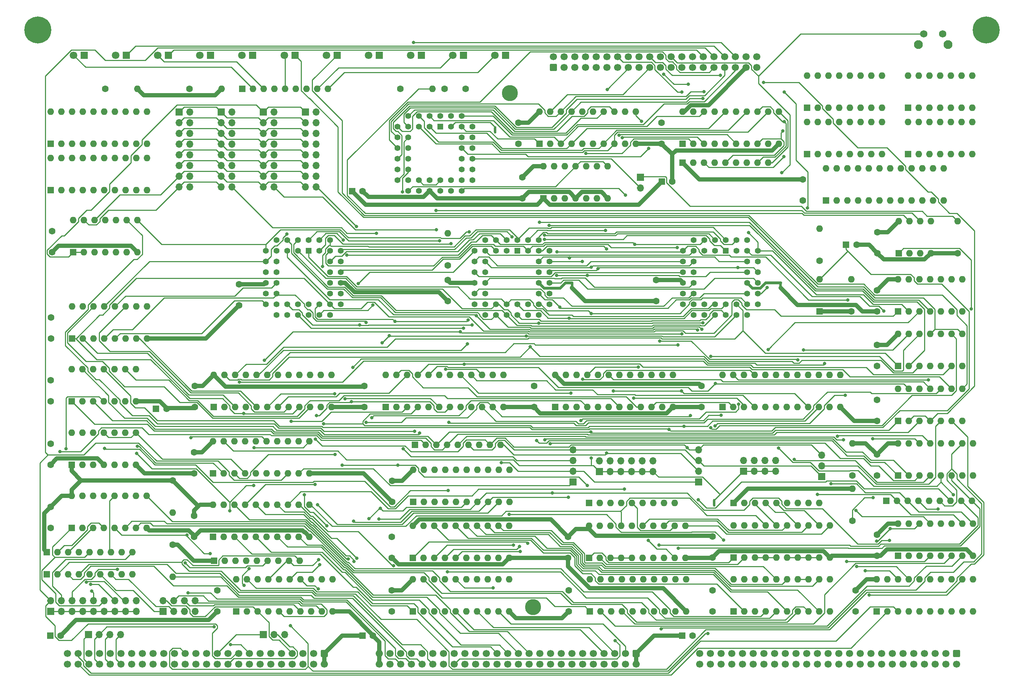
<source format=gbr>
%TF.GenerationSoftware,KiCad,Pcbnew,(6.0.11)*%
%TF.CreationDate,2023-06-28T20:06:57-04:00*%
%TF.ProjectId,processor.Z80,70726f63-6573-4736-9f72-2e5a38302e6b,rev?*%
%TF.SameCoordinates,Original*%
%TF.FileFunction,Copper,L1,Top*%
%TF.FilePolarity,Positive*%
%FSLAX46Y46*%
G04 Gerber Fmt 4.6, Leading zero omitted, Abs format (unit mm)*
G04 Created by KiCad (PCBNEW (6.0.11)) date 2023-06-28 20:06:57*
%MOMM*%
%LPD*%
G01*
G04 APERTURE LIST*
G04 Aperture macros list*
%AMRoundRect*
0 Rectangle with rounded corners*
0 $1 Rounding radius*
0 $2 $3 $4 $5 $6 $7 $8 $9 X,Y pos of 4 corners*
0 Add a 4 corners polygon primitive as box body*
4,1,4,$2,$3,$4,$5,$6,$7,$8,$9,$2,$3,0*
0 Add four circle primitives for the rounded corners*
1,1,$1+$1,$2,$3*
1,1,$1+$1,$4,$5*
1,1,$1+$1,$6,$7*
1,1,$1+$1,$8,$9*
0 Add four rect primitives between the rounded corners*
20,1,$1+$1,$2,$3,$4,$5,0*
20,1,$1+$1,$4,$5,$6,$7,0*
20,1,$1+$1,$6,$7,$8,$9,0*
20,1,$1+$1,$8,$9,$2,$3,0*%
G04 Aperture macros list end*
%TA.AperFunction,ComponentPad*%
%ADD10RoundRect,0.250000X-0.600000X0.600000X-0.600000X-0.600000X0.600000X-0.600000X0.600000X0.600000X0*%
%TD*%
%TA.AperFunction,ComponentPad*%
%ADD11C,1.700000*%
%TD*%
%TA.AperFunction,ComponentPad*%
%ADD12C,1.600000*%
%TD*%
%TA.AperFunction,ComponentPad*%
%ADD13R,1.600000X1.600000*%
%TD*%
%TA.AperFunction,ComponentPad*%
%ADD14R,1.800000X1.800000*%
%TD*%
%TA.AperFunction,ComponentPad*%
%ADD15C,1.800000*%
%TD*%
%TA.AperFunction,ComponentPad*%
%ADD16O,1.600000X1.600000*%
%TD*%
%TA.AperFunction,ComponentPad*%
%ADD17C,6.400000*%
%TD*%
%TA.AperFunction,ComponentPad*%
%ADD18R,1.700000X1.700000*%
%TD*%
%TA.AperFunction,ComponentPad*%
%ADD19O,1.700000X1.700000*%
%TD*%
%TA.AperFunction,ComponentPad*%
%ADD20R,1.422400X1.422400*%
%TD*%
%TA.AperFunction,ComponentPad*%
%ADD21C,1.422400*%
%TD*%
%TA.AperFunction,ComponentPad*%
%ADD22RoundRect,0.250000X0.600000X-0.600000X0.600000X0.600000X-0.600000X0.600000X-0.600000X-0.600000X0*%
%TD*%
%TA.AperFunction,ComponentPad*%
%ADD23C,2.100000*%
%TD*%
%TA.AperFunction,ComponentPad*%
%ADD24C,1.750000*%
%TD*%
%TA.AperFunction,ComponentPad*%
%ADD25C,0.600000*%
%TD*%
%TA.AperFunction,ComponentPad*%
%ADD26C,3.800000*%
%TD*%
%TA.AperFunction,ViaPad*%
%ADD27C,0.800000*%
%TD*%
%TA.AperFunction,Conductor*%
%ADD28C,0.250000*%
%TD*%
%TA.AperFunction,Conductor*%
%ADD29C,0.700000*%
%TD*%
%TA.AperFunction,Conductor*%
%ADD30C,1.000000*%
%TD*%
G04 APERTURE END LIST*
%TO.C,NT2*%
G36*
X216550000Y-136250000D02*
G01*
X215950000Y-136250000D01*
X215950000Y-135050000D01*
X216550000Y-135050000D01*
X216550000Y-136250000D01*
G37*
%TO.C,NT4*%
G36*
X200800000Y-187850000D02*
G01*
X200200000Y-187850000D01*
X200200000Y-186650000D01*
X200800000Y-186650000D01*
X200800000Y-187850000D01*
G37*
%TO.C,NT3*%
G36*
X148800000Y-99350000D02*
G01*
X148200000Y-99350000D01*
X148200000Y-98150000D01*
X148800000Y-98150000D01*
X148800000Y-99350000D01*
G37*
%TO.C,NT1*%
G36*
X167050000Y-136250000D02*
G01*
X166450000Y-136250000D01*
X166450000Y-135050000D01*
X167050000Y-135050000D01*
X167050000Y-136250000D01*
G37*
%TD*%
D10*
%TO.P,P1,1,Pin_1*%
%TO.N,VCC*%
X108000000Y-223000000D03*
D11*
%TO.P,P1,2,Pin_2*%
X108000000Y-225540000D03*
%TO.P,P1,3,Pin_3*%
%TO.N,~{RD}*%
X105460000Y-223000000D03*
%TO.P,P1,4,Pin_4*%
%TO.N,/bus/E*%
X105460000Y-225540000D03*
%TO.P,P1,5,Pin_5*%
%TO.N,~{WR}*%
X102920000Y-223000000D03*
%TO.P,P1,6,Pin_6*%
%TO.N,/bus/ST*%
X102920000Y-225540000D03*
%TO.P,P1,7,Pin_7*%
%TO.N,~{IORQ}*%
X100380000Y-223000000D03*
%TO.P,P1,8,Pin_8*%
%TO.N,/bus/PHI*%
X100380000Y-225540000D03*
%TO.P,P1,9,Pin_9*%
%TO.N,~{MREQ}*%
X97840000Y-223000000D03*
%TO.P,P1,10,Pin_10*%
%TO.N,/bus/~{INT2}*%
X97840000Y-225540000D03*
%TO.P,P1,11,Pin_11*%
%TO.N,~{M1}*%
X95300000Y-223000000D03*
%TO.P,P1,12,Pin_12*%
%TO.N,/bus/~{INT1}*%
X95300000Y-225540000D03*
%TO.P,P1,13,Pin_13*%
%TO.N,~{BUSACK}*%
X92760000Y-223000000D03*
%TO.P,P1,14,Pin_14*%
%TO.N,/bus/CRUCLK*%
X92760000Y-225540000D03*
%TO.P,P1,15,Pin_15*%
%TO.N,CLK*%
X90220000Y-223000000D03*
%TO.P,P1,16,Pin_16*%
%TO.N,/bus/CRUOUT*%
X90220000Y-225540000D03*
%TO.P,P1,17,Pin_17*%
%TO.N,~{INT0}*%
X87680000Y-223000000D03*
%TO.P,P1,18,Pin_18*%
%TO.N,/bus/CRUIN*%
X87680000Y-225540000D03*
%TO.P,P1,19,Pin_19*%
%TO.N,~{NMI}*%
X85140000Y-223000000D03*
%TO.P,P1,20,Pin_20*%
%TO.N,~{RES_IN}*%
X85140000Y-225540000D03*
%TO.P,P1,21,Pin_21*%
%TO.N,~{RES_OUT}*%
X82600000Y-223000000D03*
%TO.P,P1,22,Pin_22*%
%TO.N,/bus/USER8*%
X82600000Y-225540000D03*
%TO.P,P1,23,Pin_23*%
%TO.N,~{BUSRQ}*%
X80060000Y-223000000D03*
%TO.P,P1,24,Pin_24*%
%TO.N,/bus/USER7*%
X80060000Y-225540000D03*
%TO.P,P1,25,Pin_25*%
%TO.N,~{WAIT}*%
X77520000Y-223000000D03*
%TO.P,P1,26,Pin_26*%
%TO.N,/bus/USER6*%
X77520000Y-225540000D03*
%TO.P,P1,27,Pin_27*%
%TO.N,~{HALT}*%
X74980000Y-223000000D03*
%TO.P,P1,28,Pin_28*%
%TO.N,/bus/USER5*%
X74980000Y-225540000D03*
%TO.P,P1,29,Pin_29*%
%TO.N,~{RFSH}*%
X72440000Y-223000000D03*
%TO.P,P1,30,Pin_30*%
%TO.N,/bus/USER4*%
X72440000Y-225540000D03*
%TO.P,P1,31,Pin_31*%
%TO.N,~{EIRQ7}*%
X69900000Y-223000000D03*
%TO.P,P1,32,Pin_32*%
%TO.N,/bus/USER3*%
X69900000Y-225540000D03*
%TO.P,P1,33,Pin_33*%
%TO.N,~{EIRQ6}*%
X67360000Y-223000000D03*
%TO.P,P1,34,Pin_34*%
%TO.N,/bus/USER2*%
X67360000Y-225540000D03*
%TO.P,P1,35,Pin_35*%
%TO.N,~{EIRQ5}*%
X64820000Y-223000000D03*
%TO.P,P1,36,Pin_36*%
%TO.N,/bus/USER1*%
X64820000Y-225540000D03*
%TO.P,P1,37,Pin_37*%
%TO.N,~{EIRQ4}*%
X62280000Y-223000000D03*
%TO.P,P1,38,Pin_38*%
%TO.N,/bus/USER0*%
X62280000Y-225540000D03*
%TO.P,P1,39,Pin_39*%
%TO.N,~{EIRQ3}*%
X59740000Y-223000000D03*
%TO.P,P1,40,Pin_40*%
%TO.N,~{BAI}*%
X59740000Y-225540000D03*
%TO.P,P1,41,Pin_41*%
%TO.N,~{EIRQ2}*%
X57200000Y-223000000D03*
%TO.P,P1,42,Pin_42*%
%TO.N,~{BAO}*%
X57200000Y-225540000D03*
%TO.P,P1,43,Pin_43*%
%TO.N,~{EIRQ1}*%
X54660000Y-223000000D03*
%TO.P,P1,44,Pin_44*%
%TO.N,~{IEI}*%
X54660000Y-225540000D03*
%TO.P,P1,45,Pin_45*%
%TO.N,~{EIRQ0}*%
X52120000Y-223000000D03*
%TO.P,P1,46,Pin_46*%
%TO.N,~{IEO}*%
X52120000Y-225540000D03*
%TO.P,P1,47,Pin_47*%
%TO.N,I2C_SCL*%
X49580000Y-223000000D03*
%TO.P,P1,48,Pin_48*%
%TO.N,I2C_SDA*%
X49580000Y-225540000D03*
%TO.P,P1,49,Pin_49*%
%TO.N,GND*%
X47040000Y-223000000D03*
%TO.P,P1,50,Pin_50*%
X47040000Y-225540000D03*
%TD*%
D12*
%TO.P,C2,1*%
%TO.N,VCC*%
X124000000Y-208000000D03*
%TO.P,C2,2*%
%TO.N,GND*%
X124000000Y-213000000D03*
%TD*%
%TO.P,C3,1*%
%TO.N,VCC*%
X239125000Y-149800000D03*
%TO.P,C3,2*%
%TO.N,GND*%
X239125000Y-154800000D03*
%TD*%
%TO.P,C4,1*%
%TO.N,VCC*%
X157750000Y-159550000D03*
%TO.P,C4,2*%
%TO.N,GND*%
X157750000Y-164550000D03*
%TD*%
%TO.P,C5,1*%
%TO.N,VCC*%
X77075000Y-190300000D03*
%TO.P,C5,2*%
%TO.N,GND*%
X77075000Y-195300000D03*
%TD*%
%TO.P,C6,1*%
%TO.N,VCC*%
X43000000Y-158200000D03*
%TO.P,C6,2*%
%TO.N,GND*%
X43000000Y-163200000D03*
%TD*%
%TO.P,C8,1*%
%TO.N,VCC*%
X166000000Y-208000000D03*
%TO.P,C8,2*%
%TO.N,GND*%
X166000000Y-213000000D03*
%TD*%
%TO.P,C9,1*%
%TO.N,VCC*%
X200075000Y-195250000D03*
%TO.P,C9,2*%
%TO.N,GND*%
X200075000Y-200250000D03*
%TD*%
%TO.P,C10,1*%
%TO.N,VCC*%
X43000000Y-173200000D03*
%TO.P,C10,2*%
%TO.N,GND*%
X43000000Y-178200000D03*
%TD*%
%TO.P,C11,1*%
%TO.N,VCC*%
X43375000Y-122750000D03*
%TO.P,C11,2*%
%TO.N,GND*%
X43375000Y-127750000D03*
%TD*%
%TO.P,C14,1*%
%TO.N,VCC*%
X239250000Y-123000000D03*
%TO.P,C14,2*%
%TO.N,GND*%
X239250000Y-128000000D03*
%TD*%
%TO.P,C15,1*%
%TO.N,VCC*%
X137250000Y-134400000D03*
%TO.P,C15,2*%
%TO.N,GND*%
X137250000Y-139400000D03*
%TD*%
D13*
%TO.P,C25,1*%
%TO.N,VCC*%
X42929600Y-218750000D03*
D12*
%TO.P,C25,2*%
%TO.N,GND*%
X45429600Y-218750000D03*
%TD*%
D13*
%TO.P,C26,1*%
%TO.N,VCC*%
X68019900Y-164900000D03*
D12*
%TO.P,C26,2*%
%TO.N,GND*%
X70519900Y-164900000D03*
%TD*%
%TO.P,C17,1*%
%TO.N,VCC*%
X87750000Y-135390000D03*
%TO.P,C17,2*%
%TO.N,GND*%
X87750000Y-140390000D03*
%TD*%
%TO.P,C20,1*%
%TO.N,VCC*%
X124000000Y-195300000D03*
%TO.P,C20,2*%
%TO.N,GND*%
X124000000Y-200300000D03*
%TD*%
%TO.P,C21,1*%
%TO.N,VCC*%
X77075000Y-175300000D03*
%TO.P,C21,2*%
%TO.N,GND*%
X77075000Y-180300000D03*
%TD*%
%TO.P,C22,1*%
%TO.N,VCC*%
X165825000Y-195300000D03*
%TO.P,C22,2*%
%TO.N,GND*%
X165825000Y-200300000D03*
%TD*%
%TO.P,C23,1*%
%TO.N,VCC*%
X117500000Y-159550000D03*
%TO.P,C23,2*%
%TO.N,GND*%
X117500000Y-164550000D03*
%TD*%
D13*
%TO.P,C27,1*%
%TO.N,VCC*%
X117000000Y-218750000D03*
D12*
%TO.P,C27,2*%
%TO.N,GND*%
X119500000Y-218750000D03*
%TD*%
D13*
%TO.P,C28,1*%
%TO.N,VCC*%
X192884700Y-218750000D03*
D12*
%TO.P,C28,2*%
%TO.N,GND*%
X195384700Y-218750000D03*
%TD*%
D13*
%TO.P,C29,1*%
%TO.N,VCC*%
X188044900Y-111000000D03*
D12*
%TO.P,C29,2*%
%TO.N,GND*%
X190544900Y-111000000D03*
%TD*%
D14*
%TO.P,D4,1,K*%
%TO.N,Net-(D4-Pad1)*%
X81000000Y-81000000D03*
D15*
%TO.P,D4,2,A*%
%TO.N,Net-(D4-Pad2)*%
X78460000Y-81000000D03*
%TD*%
D14*
%TO.P,D5,1,K*%
%TO.N,~{WAIT-EN}*%
X61000000Y-81000000D03*
D15*
%TO.P,D5,2,A*%
%TO.N,Net-(D5-Pad2)*%
X58460000Y-81000000D03*
%TD*%
D14*
%TO.P,D6,1,K*%
%TO.N,~{INT0-EN}*%
X71000000Y-81000000D03*
D15*
%TO.P,D6,2,A*%
%TO.N,470B*%
X68460000Y-81000000D03*
%TD*%
D14*
%TO.P,D1,1,K*%
%TO.N,Net-(D1-Pad1)*%
X91000000Y-81000000D03*
D15*
%TO.P,D1,2,A*%
%TO.N,470C*%
X88460000Y-81000000D03*
%TD*%
D14*
%TO.P,D2,1,K*%
%TO.N,Net-(D2-Pad1)*%
X101000000Y-81000000D03*
D15*
%TO.P,D2,2,A*%
%TO.N,470D*%
X98460000Y-81000000D03*
%TD*%
D12*
%TO.P,R5,1*%
%TO.N,Net-(D4-Pad2)*%
X76000000Y-89000000D03*
D16*
%TO.P,R5,2*%
%TO.N,VCC*%
X83620000Y-89000000D03*
%TD*%
D12*
%TO.P,R6,1*%
%TO.N,Net-(D5-Pad2)*%
X56000000Y-89000000D03*
D16*
%TO.P,R6,2*%
%TO.N,VCC*%
X63620000Y-89000000D03*
%TD*%
D13*
%TO.P,RN2,1,common*%
%TO.N,VCC*%
X42075000Y-199000000D03*
D16*
%TO.P,RN2,2,R1*%
%TO.N,~{EIRQ7}*%
X44615000Y-199000000D03*
%TO.P,RN2,3,R2*%
%TO.N,~{EIRQ6}*%
X47155000Y-199000000D03*
%TO.P,RN2,4,R3*%
%TO.N,~{EIRQ5}*%
X49695000Y-199000000D03*
%TO.P,RN2,5,R4*%
%TO.N,~{EIRQ4}*%
X52235000Y-199000000D03*
%TO.P,RN2,6,R5*%
%TO.N,~{EIRQ3}*%
X54775000Y-199000000D03*
%TO.P,RN2,7,R6*%
%TO.N,~{EIRQ2}*%
X57315000Y-199000000D03*
%TO.P,RN2,8,R7*%
%TO.N,~{EIRQ1}*%
X59855000Y-199000000D03*
%TO.P,RN2,9,R8*%
%TO.N,~{EIRQ0}*%
X62395000Y-199000000D03*
%TD*%
D13*
%TO.P,U4,1*%
%TO.N,~{DMA-INT-PULSE2}*%
X48000000Y-163200000D03*
D16*
%TO.P,U4,2*%
%TO.N,~{TEND1}*%
X50540000Y-163200000D03*
%TO.P,U4,3*%
%TO.N,~{DMA-INT-PULSE1}*%
X53080000Y-163200000D03*
%TO.P,U4,4*%
%TO.N,~{TEND0}*%
X55620000Y-163200000D03*
%TO.P,U4,5*%
%TO.N,~{NMI}*%
X58160000Y-163200000D03*
%TO.P,U4,6*%
%TO.N,Net-(D4-Pad1)*%
X60700000Y-163200000D03*
%TO.P,U4,7,GND*%
%TO.N,GND*%
X63240000Y-163200000D03*
%TO.P,U4,8*%
%TO.N,~{INT0-EN}*%
X63240000Y-155580000D03*
%TO.P,U4,9*%
%TO.N,~{IM2-INT}*%
X60700000Y-155580000D03*
%TO.P,U4,10*%
%TO.N,~{RES_OUT}*%
X58160000Y-155580000D03*
%TO.P,U4,11*%
%TO.N,10KA*%
X55620000Y-155580000D03*
%TO.P,U4,12*%
%TO.N,~{WAIT-EN}*%
X53080000Y-155580000D03*
%TO.P,U4,13*%
%TO.N,READY*%
X50540000Y-155580000D03*
%TO.P,U4,14,VCC*%
%TO.N,VCC*%
X48000000Y-155580000D03*
%TD*%
D13*
%TO.P,U5,1,1OE*%
%TO.N,BUSACK*%
X129000000Y-213000000D03*
D16*
%TO.P,U5,2,1A0*%
%TO.N,CPU-A8*%
X131540000Y-213000000D03*
%TO.P,U5,3,2Y0*%
%TO.N,A12*%
X134080000Y-213000000D03*
%TO.P,U5,4,1A1*%
%TO.N,CPU-A9*%
X136620000Y-213000000D03*
%TO.P,U5,5,2Y1*%
%TO.N,A13*%
X139160000Y-213000000D03*
%TO.P,U5,6,1A2*%
%TO.N,CPU-A10*%
X141700000Y-213000000D03*
%TO.P,U5,7,2Y2*%
%TO.N,A14*%
X144240000Y-213000000D03*
%TO.P,U5,8,1A3*%
%TO.N,CPU-A11*%
X146780000Y-213000000D03*
%TO.P,U5,9,2Y3*%
%TO.N,A15*%
X149320000Y-213000000D03*
%TO.P,U5,10,GND*%
%TO.N,GND*%
X151860000Y-213000000D03*
%TO.P,U5,11,2A3*%
%TO.N,SEL-A15*%
X151860000Y-205380000D03*
%TO.P,U5,12,1Y3*%
%TO.N,A11*%
X149320000Y-205380000D03*
%TO.P,U5,13,2A2*%
%TO.N,SEL-A14*%
X146780000Y-205380000D03*
%TO.P,U5,14,1Y2*%
%TO.N,A10*%
X144240000Y-205380000D03*
%TO.P,U5,15,2A1*%
%TO.N,CPU-A13*%
X141700000Y-205380000D03*
%TO.P,U5,16,1Y1*%
%TO.N,A9*%
X139160000Y-205380000D03*
%TO.P,U5,17,2A0*%
%TO.N,CPU-A12*%
X136620000Y-205380000D03*
%TO.P,U5,18,1Y0*%
%TO.N,A8*%
X134080000Y-205380000D03*
%TO.P,U5,19,2OE*%
%TO.N,BUSACK*%
X131540000Y-205380000D03*
%TO.P,U5,20,VCC*%
%TO.N,VCC*%
X129000000Y-205380000D03*
%TD*%
D13*
%TO.P,U6,1,1OE*%
%TO.N,ZERO*%
X81575000Y-180300000D03*
D16*
%TO.P,U6,2,1A0*%
%TO.N,~{RES_OUT}*%
X84115000Y-180300000D03*
%TO.P,U6,3,2Y0*%
%TO.N,~{CPU-WAIT}*%
X86655000Y-180300000D03*
%TO.P,U6,4,1A1*%
%TO.N,RAW-CLK*%
X89195000Y-180300000D03*
%TO.P,U6,5,2Y1*%
%TO.N,~{CPU-BUSRQ}*%
X91735000Y-180300000D03*
%TO.P,U6,6,1A2*%
%TO.N,~{NMI}*%
X94275000Y-180300000D03*
%TO.P,U6,7,2Y2*%
%TO.N,unconnected-(U6-Pad7)*%
X96815000Y-180300000D03*
%TO.P,U6,8,1A3*%
%TO.N,~{INT0}*%
X99355000Y-180300000D03*
%TO.P,U6,9,2Y3*%
%TO.N,~{DMA-IEI1}*%
X101895000Y-180300000D03*
%TO.P,U6,10,GND*%
%TO.N,GND*%
X104435000Y-180300000D03*
%TO.P,U6,11,2A3*%
%TO.N,~{IEI}*%
X104435000Y-172680000D03*
%TO.P,U6,12,1Y3*%
%TO.N,~{CPU-INT}*%
X101895000Y-172680000D03*
%TO.P,U6,13,2A2*%
%TO.N,unconnected-(U6-Pad13)*%
X99355000Y-172680000D03*
%TO.P,U6,14,1Y2*%
%TO.N,~{CPU-NMI}*%
X96815000Y-172680000D03*
%TO.P,U6,15,2A1*%
%TO.N,~{BUSRQ}*%
X94275000Y-172680000D03*
%TO.P,U6,16,1Y1*%
%TO.N,CLK*%
X91735000Y-172680000D03*
%TO.P,U6,17,2A0*%
%TO.N,~{WAIT}*%
X89195000Y-172680000D03*
%TO.P,U6,18,1Y0*%
%TO.N,~{CPU-RESET}*%
X86655000Y-172680000D03*
%TO.P,U6,19,2OE*%
%TO.N,ZERO*%
X84115000Y-172680000D03*
%TO.P,U6,20,VCC*%
%TO.N,VCC*%
X81575000Y-172680000D03*
%TD*%
D13*
%TO.P,U8,1,A->B*%
%TO.N,DATA-DIR*%
X129000000Y-200300000D03*
D16*
%TO.P,U8,2,A0*%
%TO.N,CPU-D0*%
X131540000Y-200300000D03*
%TO.P,U8,3,A1*%
%TO.N,CPU-D1*%
X134080000Y-200300000D03*
%TO.P,U8,4,A2*%
%TO.N,CPU-D2*%
X136620000Y-200300000D03*
%TO.P,U8,5,A3*%
%TO.N,CPU-D3*%
X139160000Y-200300000D03*
%TO.P,U8,6,A4*%
%TO.N,CPU-D4*%
X141700000Y-200300000D03*
%TO.P,U8,7,A5*%
%TO.N,CPU-D5*%
X144240000Y-200300000D03*
%TO.P,U8,8,A6*%
%TO.N,CPU-D6*%
X146780000Y-200300000D03*
%TO.P,U8,9,A7*%
%TO.N,CPU-D7*%
X149320000Y-200300000D03*
%TO.P,U8,10,GND*%
%TO.N,GND*%
X151860000Y-200300000D03*
%TO.P,U8,11,B7*%
%TO.N,D7*%
X151860000Y-192680000D03*
%TO.P,U8,12,B6*%
%TO.N,D6*%
X149320000Y-192680000D03*
%TO.P,U8,13,B5*%
%TO.N,D5*%
X146780000Y-192680000D03*
%TO.P,U8,14,B4*%
%TO.N,D4*%
X144240000Y-192680000D03*
%TO.P,U8,15,B3*%
%TO.N,D3*%
X141700000Y-192680000D03*
%TO.P,U8,16,B2*%
%TO.N,D2*%
X139160000Y-192680000D03*
%TO.P,U8,17,B1*%
%TO.N,D1*%
X136620000Y-192680000D03*
%TO.P,U8,18,B0*%
%TO.N,D0*%
X134080000Y-192680000D03*
%TO.P,U8,19,CE*%
%TO.N,~{BUS-EN}*%
X131540000Y-192680000D03*
%TO.P,U8,20,VCC*%
%TO.N,VCC*%
X129000000Y-192680000D03*
%TD*%
D13*
%TO.P,U15,1,I4*%
%TO.N,~{EIRQ4}*%
X48000000Y-193200000D03*
D16*
%TO.P,U15,2,I5*%
%TO.N,~{EIRQ5}*%
X50540000Y-193200000D03*
%TO.P,U15,3,I6*%
%TO.N,~{EIRQ6}*%
X53080000Y-193200000D03*
%TO.P,U15,4,I7*%
%TO.N,~{EIRQ7}*%
X55620000Y-193200000D03*
%TO.P,U15,5,EI*%
%TO.N,ZERO*%
X58160000Y-193200000D03*
%TO.P,U15,6,S2*%
%TO.N,Net-(U15-Pad6)*%
X60700000Y-193200000D03*
%TO.P,U15,7,S1*%
%TO.N,Net-(U15-Pad7)*%
X63240000Y-193200000D03*
%TO.P,U15,8,GND*%
%TO.N,GND*%
X65780000Y-193200000D03*
%TO.P,U15,9,S0*%
%TO.N,Net-(U15-Pad9)*%
X65780000Y-185580000D03*
%TO.P,U15,10,IO*%
%TO.N,~{EIRQ0}*%
X63240000Y-185580000D03*
%TO.P,U15,11,I1*%
%TO.N,~{EIRQ1}*%
X60700000Y-185580000D03*
%TO.P,U15,12,I2*%
%TO.N,~{EIRQ2}*%
X58160000Y-185580000D03*
%TO.P,U15,13,I3*%
%TO.N,~{EIRQ3}*%
X55620000Y-185580000D03*
%TO.P,U15,14,GS*%
%TO.N,~{IM2-INT}*%
X53080000Y-185580000D03*
%TO.P,U15,15,EO*%
%TO.N,unconnected-(U15-Pad15)*%
X50540000Y-185580000D03*
%TO.P,U15,16,VCC*%
%TO.N,VCC*%
X48000000Y-185580000D03*
%TD*%
D13*
%TO.P,U1,1,1OE*%
%TO.N,BUSACK*%
X81575000Y-195300000D03*
D16*
%TO.P,U1,2,1A0*%
%TO.N,CPU-A0*%
X84115000Y-195300000D03*
%TO.P,U1,3,2Y0*%
%TO.N,A4*%
X86655000Y-195300000D03*
%TO.P,U1,4,1A1*%
%TO.N,CPU-A1*%
X89195000Y-195300000D03*
%TO.P,U1,5,2Y1*%
%TO.N,A5*%
X91735000Y-195300000D03*
%TO.P,U1,6,1A2*%
%TO.N,CPU-A2*%
X94275000Y-195300000D03*
%TO.P,U1,7,2Y2*%
%TO.N,A6*%
X96815000Y-195300000D03*
%TO.P,U1,8,1A3*%
%TO.N,CPU-A3*%
X99355000Y-195300000D03*
%TO.P,U1,9,2Y3*%
%TO.N,A7*%
X101895000Y-195300000D03*
%TO.P,U1,10,GND*%
%TO.N,GND*%
X104435000Y-195300000D03*
%TO.P,U1,11,2A3*%
%TO.N,CPU-A7*%
X104435000Y-187680000D03*
%TO.P,U1,12,1Y3*%
%TO.N,A3*%
X101895000Y-187680000D03*
%TO.P,U1,13,2A2*%
%TO.N,CPU-A6*%
X99355000Y-187680000D03*
%TO.P,U1,14,1Y2*%
%TO.N,A2*%
X96815000Y-187680000D03*
%TO.P,U1,15,2A1*%
%TO.N,CPU-A5*%
X94275000Y-187680000D03*
%TO.P,U1,16,1Y1*%
%TO.N,A1*%
X91735000Y-187680000D03*
%TO.P,U1,17,2A0*%
%TO.N,CPU-A4*%
X89195000Y-187680000D03*
%TO.P,U1,18,1Y0*%
%TO.N,A0*%
X86655000Y-187680000D03*
%TO.P,U1,19,2OE*%
%TO.N,BUSACK*%
X84115000Y-187680000D03*
%TO.P,U1,20,VCC*%
%TO.N,VCC*%
X81575000Y-187680000D03*
%TD*%
D10*
%TO.P,P2,1,Pin_1*%
%TO.N,VCC*%
X182000000Y-223000000D03*
D11*
%TO.P,P2,2,Pin_2*%
X182000000Y-225540000D03*
%TO.P,P2,3,Pin_3*%
%TO.N,A15*%
X179460000Y-223000000D03*
%TO.P,P2,4,Pin_4*%
%TO.N,/bus/A31*%
X179460000Y-225540000D03*
%TO.P,P2,5,Pin_5*%
%TO.N,A14*%
X176920000Y-223000000D03*
%TO.P,P2,6,Pin_6*%
%TO.N,/bus/A30*%
X176920000Y-225540000D03*
%TO.P,P2,7,Pin_7*%
%TO.N,A13*%
X174380000Y-223000000D03*
%TO.P,P2,8,Pin_8*%
%TO.N,/bus/A29*%
X174380000Y-225540000D03*
%TO.P,P2,9,Pin_9*%
%TO.N,A12*%
X171840000Y-223000000D03*
%TO.P,P2,10,Pin_10*%
%TO.N,/bus/A28*%
X171840000Y-225540000D03*
%TO.P,P2,11,Pin_11*%
%TO.N,A11*%
X169300000Y-223000000D03*
%TO.P,P2,12,Pin_12*%
%TO.N,/bus/A27*%
X169300000Y-225540000D03*
%TO.P,P2,13,Pin_13*%
%TO.N,A10*%
X166760000Y-223000000D03*
%TO.P,P2,14,Pin_14*%
%TO.N,/bus/A26*%
X166760000Y-225540000D03*
%TO.P,P2,15,Pin_15*%
%TO.N,A9*%
X164220000Y-223000000D03*
%TO.P,P2,16,Pin_16*%
%TO.N,/bus/A25*%
X164220000Y-225540000D03*
%TO.P,P2,17,Pin_17*%
%TO.N,A8*%
X161680000Y-223000000D03*
%TO.P,P2,18,Pin_18*%
%TO.N,/bus/A24*%
X161680000Y-225540000D03*
%TO.P,P2,19,Pin_19*%
%TO.N,+12V*%
X159140000Y-223000000D03*
%TO.P,P2,20,Pin_20*%
X159140000Y-225540000D03*
%TO.P,P2,21,Pin_21*%
%TO.N,A7*%
X156600000Y-223000000D03*
%TO.P,P2,22,Pin_22*%
%TO.N,/bus/A23*%
X156600000Y-225540000D03*
%TO.P,P2,23,Pin_23*%
%TO.N,A6*%
X154060000Y-223000000D03*
%TO.P,P2,24,Pin_24*%
%TO.N,/bus/A22*%
X154060000Y-225540000D03*
%TO.P,P2,25,Pin_25*%
%TO.N,A5*%
X151520000Y-223000000D03*
%TO.P,P2,26,Pin_26*%
%TO.N,A21*%
X151520000Y-225540000D03*
%TO.P,P2,27,Pin_27*%
%TO.N,A4*%
X148980000Y-223000000D03*
%TO.P,P2,28,Pin_28*%
%TO.N,A20*%
X148980000Y-225540000D03*
%TO.P,P2,29,Pin_29*%
%TO.N,A3*%
X146440000Y-223000000D03*
%TO.P,P2,30,Pin_30*%
%TO.N,A19*%
X146440000Y-225540000D03*
%TO.P,P2,31,Pin_31*%
%TO.N,A2*%
X143900000Y-223000000D03*
%TO.P,P2,32,Pin_32*%
%TO.N,A18*%
X143900000Y-225540000D03*
%TO.P,P2,33,Pin_33*%
%TO.N,A1*%
X141360000Y-223000000D03*
%TO.P,P2,34,Pin_34*%
%TO.N,A17*%
X141360000Y-225540000D03*
%TO.P,P2,35,Pin_35*%
%TO.N,A0*%
X138820000Y-223000000D03*
%TO.P,P2,36,Pin_36*%
%TO.N,A16*%
X138820000Y-225540000D03*
%TO.P,P2,37,Pin_37*%
%TO.N,-12V*%
X136280000Y-223000000D03*
%TO.P,P2,38,Pin_38*%
X136280000Y-225540000D03*
%TO.P,P2,39,Pin_39*%
%TO.N,/bus/IC3*%
X133740000Y-223000000D03*
%TO.P,P2,40,Pin_40*%
%TO.N,~{TEND1}*%
X133740000Y-225540000D03*
%TO.P,P2,41,Pin_41*%
%TO.N,/bus/IC2*%
X131200000Y-223000000D03*
%TO.P,P2,42,Pin_42*%
%TO.N,~{DREQ1}*%
X131200000Y-225540000D03*
%TO.P,P2,43,Pin_43*%
%TO.N,/bus/IC1*%
X128660000Y-223000000D03*
%TO.P,P2,44,Pin_44*%
%TO.N,~{TEND0}*%
X128660000Y-225540000D03*
%TO.P,P2,45,Pin_45*%
%TO.N,/bus/IC0*%
X126120000Y-223000000D03*
%TO.P,P2,46,Pin_46*%
%TO.N,~{DREQ0}*%
X126120000Y-225540000D03*
%TO.P,P2,47,Pin_47*%
%TO.N,/bus/AUXCLK1*%
X123580000Y-223000000D03*
%TO.P,P2,48,Pin_48*%
%TO.N,/bus/AUXCLK0*%
X123580000Y-225540000D03*
%TO.P,P2,49,Pin_49*%
%TO.N,GND*%
X121040000Y-223000000D03*
%TO.P,P2,50,Pin_50*%
X121040000Y-225540000D03*
%TD*%
D17*
%TO.P,H2,1,1*%
%TO.N,GND*%
X265000000Y-75000000D03*
%TD*%
D13*
%TO.P,RN1,1,common*%
%TO.N,VCC*%
X81800000Y-201000000D03*
D16*
%TO.P,RN1,2,R1*%
%TO.N,~{RES_OUT}*%
X84340000Y-201000000D03*
%TO.P,RN1,3,R2*%
%TO.N,~{IEI}*%
X86880000Y-201000000D03*
%TO.P,RN1,4,R3*%
%TO.N,~{NMI}*%
X89420000Y-201000000D03*
%TO.P,RN1,5,R4*%
%TO.N,~{INT0}*%
X91960000Y-201000000D03*
%TO.P,RN1,6,R5*%
%TO.N,~{WAIT}*%
X94500000Y-201000000D03*
%TO.P,RN1,7,R6*%
%TO.N,~{DMA-ADDR}*%
X97040000Y-201000000D03*
%TO.P,RN1,8,R7*%
%TO.N,~{CPU-IORQ}*%
X99580000Y-201000000D03*
%TO.P,RN1,9,R8*%
%TO.N,~{BAO}*%
X102120000Y-201000000D03*
%TD*%
D13*
%TO.P,U11,1,1OE*%
%TO.N,ZERO*%
X87075000Y-213025000D03*
D16*
%TO.P,U11,2,1A0*%
%TO.N,~{DMA-BAO2}*%
X89615000Y-213025000D03*
%TO.P,U11,3,2Y0*%
%TO.N,~{IORQ}*%
X92155000Y-213025000D03*
%TO.P,U11,4,1A1*%
%TO.N,~{CPU-HALT}*%
X94695000Y-213025000D03*
%TO.P,U11,5,2Y1*%
%TO.N,~{MREQ}*%
X97235000Y-213025000D03*
%TO.P,U11,6,1A2*%
%TO.N,~{CPU-RFSH}*%
X99775000Y-213025000D03*
%TO.P,U11,7,2Y2*%
%TO.N,~{WR}*%
X102315000Y-213025000D03*
%TO.P,U11,8,1A3*%
%TO.N,~{CPU-M1}*%
X104855000Y-213025000D03*
%TO.P,U11,9,2Y3*%
%TO.N,~{RD}*%
X107395000Y-213025000D03*
%TO.P,U11,10,GND*%
%TO.N,GND*%
X109935000Y-213025000D03*
%TO.P,U11,11,2A3*%
%TO.N,~{CPU-RD}*%
X109935000Y-205405000D03*
%TO.P,U11,12,1Y3*%
%TO.N,~{M1}*%
X107395000Y-205405000D03*
%TO.P,U11,13,2A2*%
%TO.N,~{CPU-WR}*%
X104855000Y-205405000D03*
%TO.P,U11,14,1Y2*%
%TO.N,~{RFSH}*%
X102315000Y-205405000D03*
%TO.P,U11,15,2A1*%
%TO.N,~{CPU-MREQ}*%
X99775000Y-205405000D03*
%TO.P,U11,16,1Y1*%
%TO.N,~{HALT}*%
X97235000Y-205405000D03*
%TO.P,U11,17,2A0*%
%TO.N,~{CPU-IORQ}*%
X94695000Y-205405000D03*
%TO.P,U11,18,1Y0*%
%TO.N,~{BUSACK}*%
X92155000Y-205405000D03*
%TO.P,U11,19,2OE*%
%TO.N,BUSACK*%
X89615000Y-205405000D03*
%TO.P,U11,20,VCC*%
%TO.N,VCC*%
X87075000Y-205405000D03*
%TD*%
D13*
%TO.P,U16,1,OE*%
%TO.N,~{IM2-EN-OE}*%
X205075000Y-213050000D03*
D16*
%TO.P,U16,2,O0*%
%TO.N,D0*%
X207615000Y-213050000D03*
%TO.P,U16,3,D0*%
%TO.N,ZERO*%
X210155000Y-213050000D03*
%TO.P,U16,4,D1*%
%TO.N,Net-(U15-Pad9)*%
X212695000Y-213050000D03*
%TO.P,U16,5,O1*%
%TO.N,D1*%
X215235000Y-213050000D03*
%TO.P,U16,6,O2*%
%TO.N,D2*%
X217775000Y-213050000D03*
%TO.P,U16,7,D2*%
%TO.N,Net-(U15-Pad7)*%
X220315000Y-213050000D03*
%TO.P,U16,8,D3*%
%TO.N,Net-(U15-Pad6)*%
X222855000Y-213050000D03*
%TO.P,U16,9,O3*%
%TO.N,D3*%
X225395000Y-213050000D03*
%TO.P,U16,10,GND*%
%TO.N,GND*%
X227935000Y-213050000D03*
%TO.P,U16,11,LE*%
%TO.N,~{CPU-M1}*%
X227935000Y-205430000D03*
%TO.P,U16,12,O4*%
%TO.N,D4*%
X225395000Y-205430000D03*
%TO.P,U16,13,D4*%
%TO.N,ZERO*%
X222855000Y-205430000D03*
%TO.P,U16,14,D5*%
X220315000Y-205430000D03*
%TO.P,U16,15,O5*%
%TO.N,D5*%
X217775000Y-205430000D03*
%TO.P,U16,16,O6*%
%TO.N,D6*%
X215235000Y-205430000D03*
%TO.P,U16,17,D6*%
%TO.N,ZERO*%
X212695000Y-205430000D03*
%TO.P,U16,18,D7*%
X210155000Y-205430000D03*
%TO.P,U16,19,O7*%
%TO.N,D7*%
X207615000Y-205430000D03*
%TO.P,U16,20,VCC*%
%TO.N,VCC*%
X205075000Y-205430000D03*
%TD*%
D18*
%TO.P,J3,1,Pin_1*%
%TO.N,/waitstate/1WS*%
X83500000Y-94500000D03*
D19*
%TO.P,J3,2,Pin_2*%
%TO.N,WS-IORD*%
X86040000Y-94500000D03*
%TO.P,J3,3,Pin_3*%
%TO.N,/waitstate/2WS*%
X83500000Y-97040000D03*
%TO.P,J3,4,Pin_4*%
%TO.N,WS-IORD*%
X86040000Y-97040000D03*
%TO.P,J3,5,Pin_5*%
%TO.N,/waitstate/3WS*%
X83500000Y-99580000D03*
%TO.P,J3,6,Pin_6*%
%TO.N,WS-IORD*%
X86040000Y-99580000D03*
%TO.P,J3,7,Pin_7*%
%TO.N,/waitstate/4WS*%
X83500000Y-102120000D03*
%TO.P,J3,8,Pin_8*%
%TO.N,WS-IORD*%
X86040000Y-102120000D03*
%TO.P,J3,9,Pin_9*%
%TO.N,/waitstate/5WS*%
X83500000Y-104660000D03*
%TO.P,J3,10,Pin_10*%
%TO.N,WS-IORD*%
X86040000Y-104660000D03*
%TO.P,J3,11,Pin_11*%
%TO.N,/waitstate/6WS*%
X83500000Y-107200000D03*
%TO.P,J3,12,Pin_12*%
%TO.N,WS-IORD*%
X86040000Y-107200000D03*
%TO.P,J3,13,Pin_13*%
%TO.N,/waitstate/7WS*%
X83500000Y-109740000D03*
%TO.P,J3,14,Pin_14*%
%TO.N,WS-IORD*%
X86040000Y-109740000D03*
%TO.P,J3,15,Pin_15*%
%TO.N,/waitstate/8WS*%
X83500000Y-112280000D03*
%TO.P,J3,16,Pin_16*%
%TO.N,WS-IORD*%
X86040000Y-112280000D03*
%TD*%
D18*
%TO.P,J1,1,Pin_1*%
%TO.N,ONE*%
X103500000Y-94500000D03*
D19*
%TO.P,J1,2,Pin_2*%
%TO.N,WS-MEMRD*%
X106040000Y-94500000D03*
%TO.P,J1,3,Pin_3*%
%TO.N,/waitstate/1WS*%
X103500000Y-97040000D03*
%TO.P,J1,4,Pin_4*%
%TO.N,WS-MEMRD*%
X106040000Y-97040000D03*
%TO.P,J1,5,Pin_5*%
%TO.N,/waitstate/2WS*%
X103500000Y-99580000D03*
%TO.P,J1,6,Pin_6*%
%TO.N,WS-MEMRD*%
X106040000Y-99580000D03*
%TO.P,J1,7,Pin_7*%
%TO.N,/waitstate/3WS*%
X103500000Y-102120000D03*
%TO.P,J1,8,Pin_8*%
%TO.N,WS-MEMRD*%
X106040000Y-102120000D03*
%TO.P,J1,9,Pin_9*%
%TO.N,/waitstate/4WS*%
X103500000Y-104660000D03*
%TO.P,J1,10,Pin_10*%
%TO.N,WS-MEMRD*%
X106040000Y-104660000D03*
%TO.P,J1,11,Pin_11*%
%TO.N,/waitstate/5WS*%
X103500000Y-107200000D03*
%TO.P,J1,12,Pin_12*%
%TO.N,WS-MEMRD*%
X106040000Y-107200000D03*
%TO.P,J1,13,Pin_13*%
%TO.N,/waitstate/6WS*%
X103500000Y-109740000D03*
%TO.P,J1,14,Pin_14*%
%TO.N,WS-MEMRD*%
X106040000Y-109740000D03*
%TO.P,J1,15,Pin_15*%
%TO.N,/waitstate/7WS*%
X103500000Y-112280000D03*
%TO.P,J1,16,Pin_16*%
%TO.N,WS-MEMRD*%
X106040000Y-112280000D03*
%TD*%
D12*
%TO.P,C19,1*%
%TO.N,VCC*%
X43000000Y-188200000D03*
%TO.P,C19,2*%
%TO.N,GND*%
X43000000Y-193200000D03*
%TD*%
%TO.P,C18,1*%
%TO.N,VCC*%
X43125000Y-143300000D03*
%TO.P,C18,2*%
%TO.N,GND*%
X43125000Y-148300000D03*
%TD*%
%TO.P,C12,1*%
%TO.N,VCC*%
X77250000Y-159550000D03*
%TO.P,C12,2*%
%TO.N,GND*%
X77250000Y-164550000D03*
%TD*%
%TO.P,C16,1*%
%TO.N,VCC*%
X82575000Y-208025000D03*
%TO.P,C16,2*%
%TO.N,GND*%
X82575000Y-213025000D03*
%TD*%
D13*
%TO.P,U3,1,Pin_1*%
%TO.N,VCC*%
X48000000Y-178200000D03*
D16*
%TO.P,U3,2,Pin_2*%
%TO.N,unconnected-(U3-Pad2)*%
X50540000Y-178200000D03*
%TO.P,U3,3,Pin_3*%
%TO.N,unconnected-(U3-Pad3)*%
X53080000Y-178200000D03*
%TO.P,U3,4,Pin_4*%
%TO.N,GND*%
X55620000Y-178200000D03*
%TO.P,U3,5,Pin_5*%
%TO.N,unconnected-(U3-Pad5)*%
X58160000Y-178200000D03*
%TO.P,U3,6,Pin_6*%
%TO.N,unconnected-(U3-Pad6)*%
X60700000Y-178200000D03*
%TO.P,U3,7,Pin_7*%
%TO.N,GND*%
X63240000Y-178200000D03*
%TO.P,U3,8,Pin_8*%
%TO.N,RAW-CLK*%
X63240000Y-170580000D03*
%TO.P,U3,9,Pin_9*%
%TO.N,unconnected-(U3-Pad9)*%
X60700000Y-170580000D03*
%TO.P,U3,10,Pin_10*%
%TO.N,unconnected-(U3-Pad10)*%
X58160000Y-170580000D03*
%TO.P,U3,11,Pin_11*%
%TO.N,RAW-CLK*%
X55620000Y-170580000D03*
%TO.P,U3,12,Pin_12*%
%TO.N,unconnected-(U3-Pad12)*%
X53080000Y-170580000D03*
%TO.P,U3,13,Pin_13*%
%TO.N,unconnected-(U3-Pad13)*%
X50540000Y-170580000D03*
%TO.P,U3,14,Pin_14*%
%TO.N,VCC*%
X48000000Y-170580000D03*
%TD*%
D17*
%TO.P,H1,1,1*%
%TO.N,GND*%
X40000000Y-75000000D03*
%TD*%
D14*
%TO.P,D7,1,K*%
%TO.N,GND*%
X51000000Y-81000000D03*
D15*
%TO.P,D7,2,A*%
%TO.N,470A*%
X48460000Y-81000000D03*
%TD*%
D10*
%TO.P,P3,1,Pin_1*%
%TO.N,VCC*%
X258000000Y-223000000D03*
D11*
%TO.P,P3,2,Pin_2*%
X258000000Y-225540000D03*
%TO.P,P3,3,Pin_3*%
%TO.N,/bus/D15*%
X255460000Y-223000000D03*
%TO.P,P3,4,Pin_4*%
%TO.N,/bus/D31*%
X255460000Y-225540000D03*
%TO.P,P3,5,Pin_5*%
%TO.N,/bus/D14*%
X252920000Y-223000000D03*
%TO.P,P3,6,Pin_6*%
%TO.N,/bus/D30*%
X252920000Y-225540000D03*
%TO.P,P3,7,Pin_7*%
%TO.N,/bus/D13*%
X250380000Y-223000000D03*
%TO.P,P3,8,Pin_8*%
%TO.N,/bus/D29*%
X250380000Y-225540000D03*
%TO.P,P3,9,Pin_9*%
%TO.N,/bus/D12*%
X247840000Y-223000000D03*
%TO.P,P3,10,Pin_10*%
%TO.N,/bus/D28*%
X247840000Y-225540000D03*
%TO.P,P3,11,Pin_11*%
%TO.N,/bus/D11*%
X245300000Y-223000000D03*
%TO.P,P3,12,Pin_12*%
%TO.N,/bus/D27*%
X245300000Y-225540000D03*
%TO.P,P3,13,Pin_13*%
%TO.N,/bus/D10*%
X242760000Y-223000000D03*
%TO.P,P3,14,Pin_14*%
%TO.N,/bus/D26*%
X242760000Y-225540000D03*
%TO.P,P3,15,Pin_15*%
%TO.N,/bus/D9*%
X240220000Y-223000000D03*
%TO.P,P3,16,Pin_16*%
%TO.N,/bus/D25*%
X240220000Y-225540000D03*
%TO.P,P3,17,Pin_17*%
%TO.N,/bus/D8*%
X237680000Y-223000000D03*
%TO.P,P3,18,Pin_18*%
%TO.N,/bus/D24*%
X237680000Y-225540000D03*
%TO.P,P3,19,Pin_19*%
%TO.N,D7*%
X235140000Y-223000000D03*
%TO.P,P3,20,Pin_20*%
%TO.N,/bus/D23*%
X235140000Y-225540000D03*
%TO.P,P3,21,Pin_21*%
%TO.N,D6*%
X232600000Y-223000000D03*
%TO.P,P3,22,Pin_22*%
%TO.N,/bus/D22*%
X232600000Y-225540000D03*
%TO.P,P3,23,Pin_23*%
%TO.N,D5*%
X230060000Y-223000000D03*
%TO.P,P3,24,Pin_24*%
%TO.N,/bus/D21*%
X230060000Y-225540000D03*
%TO.P,P3,25,Pin_25*%
%TO.N,D4*%
X227520000Y-223000000D03*
%TO.P,P3,26,Pin_26*%
%TO.N,/bus/D20*%
X227520000Y-225540000D03*
%TO.P,P3,27,Pin_27*%
%TO.N,D3*%
X224980000Y-223000000D03*
%TO.P,P3,28,Pin_28*%
%TO.N,/bus/D19*%
X224980000Y-225540000D03*
%TO.P,P3,29,Pin_29*%
%TO.N,D2*%
X222440000Y-223000000D03*
%TO.P,P3,30,Pin_30*%
%TO.N,/bus/D18*%
X222440000Y-225540000D03*
%TO.P,P3,31,Pin_31*%
%TO.N,D1*%
X219900000Y-223000000D03*
%TO.P,P3,32,Pin_32*%
%TO.N,/bus/D17*%
X219900000Y-225540000D03*
%TO.P,P3,33,Pin_33*%
%TO.N,D0*%
X217360000Y-223000000D03*
%TO.P,P3,34,Pin_34*%
%TO.N,/bus/D16*%
X217360000Y-225540000D03*
%TO.P,P3,35,Pin_35*%
%TO.N,/bus/~{BUSERR}*%
X214820000Y-223000000D03*
%TO.P,P3,36,Pin_36*%
%TO.N,/bus/UDS*%
X214820000Y-225540000D03*
%TO.P,P3,37,Pin_37*%
%TO.N,/bus/~{VPA}*%
X212280000Y-223000000D03*
%TO.P,P3,38,Pin_38*%
%TO.N,/bus/LDS*%
X212280000Y-225540000D03*
%TO.P,P3,39,Pin_39*%
%TO.N,/bus/~{VMA}*%
X209740000Y-223000000D03*
%TO.P,P3,40,Pin_40*%
%TO.N,/bus/S2*%
X209740000Y-225540000D03*
%TO.P,P3,41,Pin_41*%
%TO.N,/bus/~{BHE}*%
X207200000Y-223000000D03*
%TO.P,P3,42,Pin_42*%
%TO.N,/bus/S1*%
X207200000Y-225540000D03*
%TO.P,P3,43,Pin_43*%
%TO.N,/bus/IPL2*%
X204660000Y-223000000D03*
%TO.P,P3,44,Pin_44*%
%TO.N,/bus/S0*%
X204660000Y-225540000D03*
%TO.P,P3,45,Pin_45*%
%TO.N,/bus/IPL1*%
X202120000Y-223000000D03*
%TO.P,P3,46,Pin_46*%
%TO.N,/bus/AUXCLK3*%
X202120000Y-225540000D03*
%TO.P,P3,47,Pin_47*%
%TO.N,/bus/IPL0*%
X199580000Y-223000000D03*
%TO.P,P3,48,Pin_48*%
%TO.N,/bus/AUXCLK2*%
X199580000Y-225540000D03*
%TO.P,P3,49,Pin_49*%
%TO.N,GND*%
X197040000Y-223000000D03*
%TO.P,P3,50,Pin_50*%
X197040000Y-225540000D03*
%TD*%
D13*
%TO.P,U13,1,DSA*%
%TO.N,ONE*%
X48375000Y-127750000D03*
D16*
%TO.P,U13,2,DSB*%
X50915000Y-127750000D03*
%TO.P,U13,3,Q0*%
%TO.N,/waitstate/1WS*%
X53455000Y-127750000D03*
%TO.P,U13,4,Q1*%
%TO.N,/waitstate/2WS*%
X55995000Y-127750000D03*
%TO.P,U13,5,Q2*%
%TO.N,/waitstate/3WS*%
X58535000Y-127750000D03*
%TO.P,U13,6,Q3*%
%TO.N,/waitstate/4WS*%
X61075000Y-127750000D03*
%TO.P,U13,7,GND*%
%TO.N,GND*%
X63615000Y-127750000D03*
%TO.P,U13,8,CP*%
%TO.N,CLK*%
X63615000Y-120130000D03*
%TO.P,U13,9,~{MR}*%
%TO.N,~{MR}*%
X61075000Y-120130000D03*
%TO.P,U13,10,Q4*%
%TO.N,/waitstate/5WS*%
X58535000Y-120130000D03*
%TO.P,U13,11,Q5*%
%TO.N,/waitstate/6WS*%
X55995000Y-120130000D03*
%TO.P,U13,12,Q6*%
%TO.N,/waitstate/7WS*%
X53455000Y-120130000D03*
%TO.P,U13,13,Q7*%
%TO.N,/waitstate/8WS*%
X50915000Y-120130000D03*
%TO.P,U13,14,VCC*%
%TO.N,VCC*%
X48375000Y-120130000D03*
%TD*%
D12*
%TO.P,C36,1*%
%TO.N,VCC*%
X188000000Y-97000000D03*
%TO.P,C36,2*%
%TO.N,GND*%
X188000000Y-102000000D03*
%TD*%
%TO.P,C38,1*%
%TO.N,VCC*%
X124075000Y-182050000D03*
%TO.P,C38,2*%
%TO.N,GND*%
X124075000Y-187050000D03*
%TD*%
D13*
%TO.P,C46,1*%
%TO.N,VCC*%
X114544900Y-113250000D03*
D12*
%TO.P,C46,2*%
%TO.N,GND*%
X117044900Y-113250000D03*
%TD*%
D14*
%TO.P,D8,1,K*%
%TO.N,Net-(D8-Pad1)*%
X121000000Y-81000000D03*
D15*
%TO.P,D8,2,A*%
%TO.N,470F*%
X118460000Y-81000000D03*
%TD*%
D14*
%TO.P,D10,1,K*%
%TO.N,GND*%
X131000000Y-81000000D03*
D15*
%TO.P,D10,2,A*%
%TO.N,Net-(D10-Pad2)*%
X128460000Y-81000000D03*
%TD*%
D18*
%TO.P,JP4,1,Pin_1*%
%TO.N,ZERO*%
X173250000Y-179800000D03*
D19*
%TO.P,JP4,2,Pin_2*%
%TO.N,Net-(JP4-Pad2)*%
X173250000Y-177260000D03*
%TO.P,JP4,3,Pin_3*%
%TO.N,ZERO*%
X175790000Y-179800000D03*
%TO.P,JP4,4,Pin_4*%
%TO.N,Net-(JP4-Pad4)*%
X175790000Y-177260000D03*
%TO.P,JP4,5,Pin_5*%
%TO.N,ZERO*%
X178330000Y-179800000D03*
%TO.P,JP4,6,Pin_6*%
%TO.N,Net-(JP4-Pad6)*%
X178330000Y-177260000D03*
%TO.P,JP4,7,Pin_7*%
%TO.N,ZERO*%
X180870000Y-179800000D03*
%TO.P,JP4,8,Pin_8*%
%TO.N,Net-(JP4-Pad8)*%
X180870000Y-177260000D03*
%TO.P,JP4,9,Pin_9*%
%TO.N,ZERO*%
X183410000Y-179800000D03*
%TO.P,JP4,10,Pin_10*%
%TO.N,Net-(JP4-Pad10)*%
X183410000Y-177260000D03*
%TO.P,JP4,11,Pin_11*%
%TO.N,ZERO*%
X185950000Y-179800000D03*
%TO.P,JP4,12,Pin_12*%
%TO.N,Net-(JP4-Pad12)*%
X185950000Y-177260000D03*
%TD*%
D12*
%TO.P,R21,1*%
%TO.N,Net-(D10-Pad2)*%
X126000000Y-89000000D03*
D16*
%TO.P,R21,2*%
%TO.N,Net-(R21-Pad2)*%
X133620000Y-89000000D03*
%TD*%
D13*
%TO.P,RN3,1,common*%
%TO.N,VCC*%
X170825000Y-187300000D03*
D16*
%TO.P,RN3,2,R1*%
%TO.N,Net-(JP4-Pad2)*%
X173365000Y-187300000D03*
%TO.P,RN3,3,R2*%
%TO.N,Net-(JP4-Pad4)*%
X175905000Y-187300000D03*
%TO.P,RN3,4,R3*%
%TO.N,Net-(JP4-Pad6)*%
X178445000Y-187300000D03*
%TO.P,RN3,5,R4*%
%TO.N,Net-(JP4-Pad8)*%
X180985000Y-187300000D03*
%TO.P,RN3,6,R5*%
%TO.N,Net-(JP4-Pad10)*%
X183525000Y-187300000D03*
%TO.P,RN3,7,R6*%
%TO.N,Net-(JP4-Pad12)*%
X186065000Y-187300000D03*
%TO.P,RN3,8,R7*%
%TO.N,Net-(RN3-Pad8)*%
X188605000Y-187300000D03*
%TO.P,RN3,9,R8*%
%TO.N,10KA*%
X191145000Y-187300000D03*
%TD*%
D13*
%TO.P,U17,1*%
%TO.N,~{DMA-INT-PULSE1}*%
X244125000Y-167800000D03*
D16*
%TO.P,U17,2*%
%TO.N,~{INT0-EN}*%
X246665000Y-167800000D03*
%TO.P,U17,3*%
%TO.N,~{DMA-INT-PULSE2}*%
X249205000Y-167800000D03*
%TO.P,U17,4*%
%TO.N,~{INT0-EN}*%
X251745000Y-167800000D03*
%TO.P,U17,5*%
%TO.N,Net-(JP9-Pad2)*%
X254285000Y-167800000D03*
%TO.P,U17,6*%
%TO.N,~{BAO}*%
X256825000Y-167800000D03*
%TO.P,U17,7,GND*%
%TO.N,GND*%
X259365000Y-167800000D03*
%TO.P,U17,8*%
%TO.N,Net-(D11-Pad1)*%
X259365000Y-160180000D03*
%TO.P,U17,9*%
%TO.N,~{DMA-CS1}*%
X256825000Y-160180000D03*
%TO.P,U17,10*%
%TO.N,~{IEO}*%
X254285000Y-160180000D03*
%TO.P,U17,11*%
%TO.N,~{IM2-IEO}*%
X251745000Y-160180000D03*
%TO.P,U17,12*%
%TO.N,Net-(D9-Pad1)*%
X249205000Y-160180000D03*
%TO.P,U17,13*%
%TO.N,~{DMA-CS2}*%
X246665000Y-160180000D03*
%TO.P,U17,14,VCC*%
%TO.N,VCC*%
X244125000Y-160180000D03*
%TD*%
D20*
%TO.P,U19,1,A5*%
%TO.N,CPU-A5*%
X153750000Y-127400000D03*
D21*
%TO.P,U19,2,A4*%
%TO.N,CPU-A4*%
X151210000Y-124860000D03*
%TO.P,U19,3,A3*%
%TO.N,CPU-A3*%
X151210000Y-127400000D03*
%TO.P,U19,4,A2*%
%TO.N,CPU-A2*%
X148670000Y-124860000D03*
%TO.P,U19,5,A1*%
%TO.N,CPU-A1*%
X148670000Y-127400000D03*
%TO.P,U19,6,NC*%
%TO.N,unconnected-(U19-Pad6)*%
X146130000Y-124860000D03*
%TO.P,U19,7,A0*%
%TO.N,CPU-A0*%
X143590000Y-127400000D03*
%TO.P,U19,8,CLK*%
%TO.N,CLK*%
X146130000Y-127400000D03*
%TO.P,U19,9,~{WR}*%
%TO.N,~{CPU-WR}*%
X143590000Y-129940000D03*
%TO.P,U19,10,~{RD}*%
%TO.N,~{CPU-RD}*%
X146130000Y-129940000D03*
%TO.P,U19,11,~{IORQ}*%
%TO.N,~{CPU-IORQ}*%
X143590000Y-132480000D03*
%TO.P,U19,12,~{RESET}*%
%TO.N,~{DMA-RESET1}*%
X146130000Y-132480000D03*
%TO.P,U19,13,VCC*%
%TO.N,VCC*%
X143590000Y-135020000D03*
%TO.P,U19,14,~{MREQ}*%
%TO.N,~{CPU-MREQ}*%
X146130000Y-135020000D03*
%TO.P,U19,15,~{BA0}*%
%TO.N,~{DMA-BAO1}*%
X143590000Y-137560000D03*
%TO.P,U19,16,~{BAI}*%
%TO.N,~{CPU-BUSACK}*%
X146130000Y-137560000D03*
%TO.P,U19,17,~{BUSREQ}*%
%TO.N,~{BUSRQ}*%
X143590000Y-140100000D03*
%TO.P,U19,18,~{CE/}WAIT*%
%TO.N,~{DMA-CS1}*%
X146130000Y-142640000D03*
%TO.P,U19,19,A15*%
%TO.N,CPU-A15*%
X146130000Y-140100000D03*
%TO.P,U19,20,A14*%
%TO.N,CPU-A14*%
X148670000Y-142640000D03*
%TO.P,U19,21,A13*%
%TO.N,CPU-A13*%
X148670000Y-140100000D03*
%TO.P,U19,22,A12*%
%TO.N,CPU-A12*%
X151210000Y-142640000D03*
%TO.P,U19,23,A11*%
%TO.N,CPU-A11*%
X151210000Y-140100000D03*
%TO.P,U19,24,A10*%
%TO.N,CPU-A10*%
X153750000Y-142640000D03*
%TO.P,U19,25,A9*%
%TO.N,CPU-A9*%
X153750000Y-140100000D03*
%TO.P,U19,26,A8*%
%TO.N,CPU-A8*%
X156290000Y-142640000D03*
%TO.P,U19,27,RDY*%
%TO.N,DMA-RDY1*%
X156290000Y-140100000D03*
%TO.P,U19,28,NC*%
%TO.N,unconnected-(U19-Pad28)*%
X158830000Y-142640000D03*
%TO.P,U19,29,NC*%
%TO.N,unconnected-(U19-Pad29)*%
X161370000Y-140100000D03*
%TO.P,U19,30,~{M1}*%
%TO.N,~{CPU-M1}*%
X158830000Y-140100000D03*
%TO.P,U19,31,D7*%
%TO.N,CPU-D7*%
X161370000Y-137560000D03*
%TO.P,U19,32,D5*%
%TO.N,CPU-D5*%
X158830000Y-137560000D03*
%TO.P,U19,33,D6*%
%TO.N,CPU-D6*%
X161370000Y-135020000D03*
%TO.P,U19,34,GND*%
%TO.N,/DMA/GND-DMA1*%
X158830000Y-135020000D03*
%TO.P,U19,35,D4*%
%TO.N,CPU-D4*%
X161370000Y-132480000D03*
%TO.P,U19,36,D3*%
%TO.N,CPU-D3*%
X158830000Y-132480000D03*
%TO.P,U19,37,D2*%
%TO.N,CPU-D2*%
X161370000Y-129940000D03*
%TO.P,U19,38,D1*%
%TO.N,CPU-D1*%
X158830000Y-129940000D03*
%TO.P,U19,39,D0*%
%TO.N,CPU-D0*%
X161370000Y-127400000D03*
%TO.P,U19,40,IEO*%
%TO.N,~{DMA-IEO1}*%
X158830000Y-124860000D03*
%TO.P,U19,41,~{INT/PULSE}*%
%TO.N,~{DMA-INT-PULSE1}*%
X158830000Y-127400000D03*
%TO.P,U19,42,IEI*%
%TO.N,~{DMA-IEI1}*%
X156290000Y-124860000D03*
%TO.P,U19,43,A7*%
%TO.N,CPU-A7*%
X156290000Y-127400000D03*
%TO.P,U19,44,A6*%
%TO.N,CPU-A6*%
X153750000Y-124860000D03*
%TD*%
D13*
%TO.P,U21,1,G*%
%TO.N,~{CPU-IORQ}*%
X170825000Y-200300000D03*
D16*
%TO.P,U21,2,P0*%
%TO.N,~{CPU-M1}*%
X173365000Y-200300000D03*
%TO.P,U21,3,R0*%
%TO.N,Net-(RN3-Pad8)*%
X175905000Y-200300000D03*
%TO.P,U21,4,P1*%
X178445000Y-200300000D03*
%TO.P,U21,5,R1*%
X180985000Y-200300000D03*
%TO.P,U21,6,P2*%
%TO.N,CPU-A2*%
X183525000Y-200300000D03*
%TO.P,U21,7,R2*%
%TO.N,Net-(JP4-Pad12)*%
X186065000Y-200300000D03*
%TO.P,U21,8,P3*%
%TO.N,CPU-A3*%
X188605000Y-200300000D03*
%TO.P,U21,9,R3*%
%TO.N,Net-(JP4-Pad10)*%
X191145000Y-200300000D03*
%TO.P,U21,10,GND*%
%TO.N,GND*%
X193685000Y-200300000D03*
%TO.P,U21,11,P4*%
%TO.N,CPU-A4*%
X193685000Y-192680000D03*
%TO.P,U21,12,R4*%
%TO.N,Net-(JP4-Pad8)*%
X191145000Y-192680000D03*
%TO.P,U21,13,P5*%
%TO.N,CPU-A5*%
X188605000Y-192680000D03*
%TO.P,U21,14,R5*%
%TO.N,Net-(JP4-Pad6)*%
X186065000Y-192680000D03*
%TO.P,U21,15,P6*%
%TO.N,CPU-A6*%
X183525000Y-192680000D03*
%TO.P,U21,16,R6*%
%TO.N,Net-(JP4-Pad4)*%
X180985000Y-192680000D03*
%TO.P,U21,17,P7*%
%TO.N,CPU-A7*%
X178445000Y-192680000D03*
%TO.P,U21,18,R7*%
%TO.N,Net-(JP4-Pad2)*%
X175905000Y-192680000D03*
%TO.P,U21,19,P=R*%
%TO.N,~{DMA-ADDR}*%
X173365000Y-192680000D03*
%TO.P,U21,20,VCC*%
%TO.N,VCC*%
X170825000Y-192680000D03*
%TD*%
D20*
%TO.P,U7,1,A11*%
%TO.N,CPU-A11*%
X104250000Y-127390000D03*
D21*
%TO.P,U7,2,A12*%
%TO.N,CPU-A12*%
X101710000Y-124850000D03*
%TO.P,U7,3,A13*%
%TO.N,CPU-A13*%
X101710000Y-127390000D03*
%TO.P,U7,4,A14*%
%TO.N,CPU-A14*%
X99170000Y-124850000D03*
%TO.P,U7,5,A15*%
%TO.N,CPU-A15*%
X99170000Y-127390000D03*
%TO.P,U7,6,NC*%
%TO.N,unconnected-(U7-Pad6)*%
X96630000Y-124850000D03*
%TO.P,U7,7,CLK*%
%TO.N,CLK*%
X94090000Y-127390000D03*
%TO.P,U7,8,D4*%
%TO.N,CPU-D4*%
X96630000Y-127390000D03*
%TO.P,U7,9,D3*%
%TO.N,CPU-D3*%
X94090000Y-129930000D03*
%TO.P,U7,10,D5*%
%TO.N,CPU-D5*%
X96630000Y-129930000D03*
%TO.P,U7,11,D6*%
%TO.N,CPU-D6*%
X94090000Y-132470000D03*
%TO.P,U7,12,NC*%
%TO.N,unconnected-(U7-Pad12)*%
X96630000Y-132470000D03*
%TO.P,U7,13,+5V*%
%TO.N,VCC*%
X94090000Y-135010000D03*
%TO.P,U7,14,D2*%
%TO.N,CPU-D2*%
X96630000Y-135010000D03*
%TO.P,U7,15,D7*%
%TO.N,CPU-D7*%
X94090000Y-137550000D03*
%TO.P,U7,16,D0*%
%TO.N,CPU-D0*%
X96630000Y-137550000D03*
%TO.P,U7,17,D1*%
%TO.N,CPU-D1*%
X94090000Y-140090000D03*
%TO.P,U7,18,INT*%
%TO.N,~{CPU-INT}*%
X96630000Y-142630000D03*
%TO.P,U7,19,NMI*%
%TO.N,~{CPU-NMI}*%
X96630000Y-140090000D03*
%TO.P,U7,20,HALT*%
%TO.N,~{CPU-HALT}*%
X99170000Y-142630000D03*
%TO.P,U7,21,MREQ*%
%TO.N,~{CPU-MREQ}*%
X99170000Y-140090000D03*
%TO.P,U7,22,IOREQ*%
%TO.N,~{CPU-IORQ}*%
X101710000Y-142630000D03*
%TO.P,U7,23,RD*%
%TO.N,~{CPU-RD}*%
X101710000Y-140090000D03*
%TO.P,U7,24,NC*%
%TO.N,unconnected-(U7-Pad24)*%
X104250000Y-142630000D03*
%TO.P,U7,25,NC*%
%TO.N,unconnected-(U7-Pad25)*%
X104250000Y-140090000D03*
%TO.P,U7,26,WR*%
%TO.N,~{CPU-WR}*%
X106790000Y-142630000D03*
%TO.P,U7,27,BUSACK*%
%TO.N,~{CPU-BUSACK}*%
X106790000Y-140090000D03*
%TO.P,U7,28,WAIT*%
%TO.N,~{CPU-WAIT}*%
X109330000Y-142630000D03*
%TO.P,U7,29,BUSRQ*%
%TO.N,~{CPU-BUSRQ}*%
X111870000Y-140090000D03*
%TO.P,U7,30,RESET*%
%TO.N,~{CPU-RESET}*%
X109330000Y-140090000D03*
%TO.P,U7,31,M1*%
%TO.N,~{CPU-M1}*%
X111870000Y-137550000D03*
%TO.P,U7,32,RFSH*%
%TO.N,~{CPU-RFSH}*%
X109330000Y-137550000D03*
%TO.P,U7,33,GND*%
%TO.N,GND*%
X111870000Y-135010000D03*
%TO.P,U7,34,A0*%
%TO.N,CPU-A0*%
X109330000Y-135010000D03*
%TO.P,U7,35,A1*%
%TO.N,CPU-A1*%
X111870000Y-132470000D03*
%TO.P,U7,36,A2*%
%TO.N,CPU-A2*%
X109330000Y-132470000D03*
%TO.P,U7,37,A3*%
%TO.N,CPU-A3*%
X111870000Y-129930000D03*
%TO.P,U7,38,A4*%
%TO.N,CPU-A4*%
X109330000Y-129930000D03*
%TO.P,U7,39,A5*%
%TO.N,CPU-A5*%
X111870000Y-127390000D03*
%TO.P,U7,40,A6*%
%TO.N,CPU-A6*%
X109330000Y-124850000D03*
%TO.P,U7,41,A7*%
%TO.N,CPU-A7*%
X109330000Y-127390000D03*
%TO.P,U7,42,A8*%
%TO.N,CPU-A8*%
X106790000Y-124850000D03*
%TO.P,U7,43,A9*%
%TO.N,CPU-A9*%
X106790000Y-127390000D03*
%TO.P,U7,44,A10*%
%TO.N,CPU-A10*%
X104250000Y-124850000D03*
%TD*%
D18*
%TO.P,J4,1,Pin_1*%
%TO.N,/waitstate/1WS*%
X73500000Y-94500000D03*
D19*
%TO.P,J4,2,Pin_2*%
%TO.N,WS-IOWR*%
X76040000Y-94500000D03*
%TO.P,J4,3,Pin_3*%
%TO.N,/waitstate/2WS*%
X73500000Y-97040000D03*
%TO.P,J4,4,Pin_4*%
%TO.N,WS-IOWR*%
X76040000Y-97040000D03*
%TO.P,J4,5,Pin_5*%
%TO.N,/waitstate/3WS*%
X73500000Y-99580000D03*
%TO.P,J4,6,Pin_6*%
%TO.N,WS-IOWR*%
X76040000Y-99580000D03*
%TO.P,J4,7,Pin_7*%
%TO.N,/waitstate/4WS*%
X73500000Y-102120000D03*
%TO.P,J4,8,Pin_8*%
%TO.N,WS-IOWR*%
X76040000Y-102120000D03*
%TO.P,J4,9,Pin_9*%
%TO.N,/waitstate/5WS*%
X73500000Y-104660000D03*
%TO.P,J4,10,Pin_10*%
%TO.N,WS-IOWR*%
X76040000Y-104660000D03*
%TO.P,J4,11,Pin_11*%
%TO.N,/waitstate/6WS*%
X73500000Y-107200000D03*
%TO.P,J4,12,Pin_12*%
%TO.N,WS-IOWR*%
X76040000Y-107200000D03*
%TO.P,J4,13,Pin_13*%
%TO.N,/waitstate/7WS*%
X73500000Y-109740000D03*
%TO.P,J4,14,Pin_14*%
%TO.N,WS-IOWR*%
X76040000Y-109740000D03*
%TO.P,J4,15,Pin_15*%
%TO.N,/waitstate/8WS*%
X73500000Y-112280000D03*
%TO.P,J4,16,Pin_16*%
%TO.N,WS-IOWR*%
X76040000Y-112280000D03*
%TD*%
D18*
%TO.P,J2,1,Pin_1*%
%TO.N,ONE*%
X93500000Y-94500000D03*
D19*
%TO.P,J2,2,Pin_2*%
%TO.N,WS-MEMWR*%
X96040000Y-94500000D03*
%TO.P,J2,3,Pin_3*%
%TO.N,/waitstate/1WS*%
X93500000Y-97040000D03*
%TO.P,J2,4,Pin_4*%
%TO.N,WS-MEMWR*%
X96040000Y-97040000D03*
%TO.P,J2,5,Pin_5*%
%TO.N,/waitstate/2WS*%
X93500000Y-99580000D03*
%TO.P,J2,6,Pin_6*%
%TO.N,WS-MEMWR*%
X96040000Y-99580000D03*
%TO.P,J2,7,Pin_7*%
%TO.N,/waitstate/3WS*%
X93500000Y-102120000D03*
%TO.P,J2,8,Pin_8*%
%TO.N,WS-MEMWR*%
X96040000Y-102120000D03*
%TO.P,J2,9,Pin_9*%
%TO.N,/waitstate/4WS*%
X93500000Y-104660000D03*
%TO.P,J2,10,Pin_10*%
%TO.N,WS-MEMWR*%
X96040000Y-104660000D03*
%TO.P,J2,11,Pin_11*%
%TO.N,/waitstate/5WS*%
X93500000Y-107200000D03*
%TO.P,J2,12,Pin_12*%
%TO.N,WS-MEMWR*%
X96040000Y-107200000D03*
%TO.P,J2,13,Pin_13*%
%TO.N,/waitstate/6WS*%
X93500000Y-109740000D03*
%TO.P,J2,14,Pin_14*%
%TO.N,WS-MEMWR*%
X96040000Y-109740000D03*
%TO.P,J2,15,Pin_15*%
%TO.N,/waitstate/7WS*%
X93500000Y-112280000D03*
%TO.P,J2,16,Pin_16*%
%TO.N,WS-MEMWR*%
X96040000Y-112280000D03*
%TD*%
D13*
%TO.P,C1,1*%
%TO.N,10KA*%
X231794900Y-126000000D03*
D12*
%TO.P,C1,2*%
%TO.N,GND*%
X234294900Y-126000000D03*
%TD*%
D13*
%TO.P,J5,1,Pin_1*%
%TO.N,unconnected-(J5-Pad1)*%
X246500000Y-104500000D03*
D16*
%TO.P,J5,2,Pin_2*%
%TO.N,unconnected-(J5-Pad2)*%
X249040000Y-104500000D03*
%TO.P,J5,3,Pin_3*%
%TO.N,unconnected-(J5-Pad3)*%
X251580000Y-104500000D03*
%TO.P,J5,4,Pin_4*%
%TO.N,unconnected-(J5-Pad4)*%
X254120000Y-104500000D03*
%TO.P,J5,5,Pin_5*%
%TO.N,unconnected-(J5-Pad5)*%
X256660000Y-104500000D03*
%TO.P,J5,6,Pin_6*%
%TO.N,unconnected-(J5-Pad6)*%
X259200000Y-104500000D03*
%TO.P,J5,7,Pin_7*%
%TO.N,unconnected-(J5-Pad7)*%
X261740000Y-104500000D03*
%TO.P,J5,8,Pin_8*%
%TO.N,unconnected-(J5-Pad8)*%
X261740000Y-96880000D03*
%TO.P,J5,9,Pin_9*%
%TO.N,unconnected-(J5-Pad9)*%
X259200000Y-96880000D03*
%TO.P,J5,10,Pin_10*%
%TO.N,unconnected-(J5-Pad10)*%
X256660000Y-96880000D03*
%TO.P,J5,11,Pin_11*%
%TO.N,unconnected-(J5-Pad11)*%
X254120000Y-96880000D03*
%TO.P,J5,12,Pin_12*%
%TO.N,unconnected-(J5-Pad12)*%
X251580000Y-96880000D03*
%TO.P,J5,13,Pin_13*%
%TO.N,unconnected-(J5-Pad13)*%
X249040000Y-96880000D03*
%TO.P,J5,14,Pin_14*%
%TO.N,unconnected-(J5-Pad14)*%
X246500000Y-96880000D03*
%TD*%
D13*
%TO.P,J6,1,Pin_1*%
%TO.N,unconnected-(J6-Pad1)*%
X246500000Y-93500000D03*
D16*
%TO.P,J6,2,Pin_2*%
%TO.N,unconnected-(J6-Pad2)*%
X249040000Y-93500000D03*
%TO.P,J6,3,Pin_3*%
%TO.N,unconnected-(J6-Pad3)*%
X251580000Y-93500000D03*
%TO.P,J6,4,Pin_4*%
%TO.N,unconnected-(J6-Pad4)*%
X254120000Y-93500000D03*
%TO.P,J6,5,Pin_5*%
%TO.N,unconnected-(J6-Pad5)*%
X256660000Y-93500000D03*
%TO.P,J6,6,Pin_6*%
%TO.N,unconnected-(J6-Pad6)*%
X259200000Y-93500000D03*
%TO.P,J6,7,Pin_7*%
%TO.N,unconnected-(J6-Pad7)*%
X261740000Y-93500000D03*
%TO.P,J6,8,Pin_8*%
%TO.N,unconnected-(J6-Pad8)*%
X261740000Y-85880000D03*
%TO.P,J6,9,Pin_9*%
%TO.N,unconnected-(J6-Pad9)*%
X259200000Y-85880000D03*
%TO.P,J6,10,Pin_10*%
%TO.N,unconnected-(J6-Pad10)*%
X256660000Y-85880000D03*
%TO.P,J6,11,Pin_11*%
%TO.N,unconnected-(J6-Pad11)*%
X254120000Y-85880000D03*
%TO.P,J6,12,Pin_12*%
%TO.N,unconnected-(J6-Pad12)*%
X251580000Y-85880000D03*
%TO.P,J6,13,Pin_13*%
%TO.N,unconnected-(J6-Pad13)*%
X249040000Y-85880000D03*
%TO.P,J6,14,Pin_14*%
%TO.N,unconnected-(J6-Pad14)*%
X246500000Y-85880000D03*
%TD*%
D13*
%TO.P,J7,1,Pin_1*%
%TO.N,unconnected-(J7-Pad1)*%
X222500000Y-104500000D03*
D16*
%TO.P,J7,2,Pin_2*%
%TO.N,unconnected-(J7-Pad2)*%
X225040000Y-104500000D03*
%TO.P,J7,3,Pin_3*%
%TO.N,unconnected-(J7-Pad3)*%
X227580000Y-104500000D03*
%TO.P,J7,4,Pin_4*%
%TO.N,unconnected-(J7-Pad4)*%
X230120000Y-104500000D03*
%TO.P,J7,5,Pin_5*%
%TO.N,unconnected-(J7-Pad5)*%
X232660000Y-104500000D03*
%TO.P,J7,6,Pin_6*%
%TO.N,unconnected-(J7-Pad6)*%
X235200000Y-104500000D03*
%TO.P,J7,7,Pin_7*%
%TO.N,unconnected-(J7-Pad7)*%
X237740000Y-104500000D03*
%TO.P,J7,8,Pin_8*%
%TO.N,unconnected-(J7-Pad8)*%
X240280000Y-104500000D03*
%TO.P,J7,9,Pin_9*%
%TO.N,unconnected-(J7-Pad9)*%
X240280000Y-96880000D03*
%TO.P,J7,10,Pin_10*%
%TO.N,unconnected-(J7-Pad10)*%
X237740000Y-96880000D03*
%TO.P,J7,11,Pin_11*%
%TO.N,unconnected-(J7-Pad11)*%
X235200000Y-96880000D03*
%TO.P,J7,12,Pin_12*%
%TO.N,unconnected-(J7-Pad12)*%
X232660000Y-96880000D03*
%TO.P,J7,13,Pin_13*%
%TO.N,unconnected-(J7-Pad13)*%
X230120000Y-96880000D03*
%TO.P,J7,14,Pin_14*%
%TO.N,unconnected-(J7-Pad14)*%
X227580000Y-96880000D03*
%TO.P,J7,15,Pin_15*%
%TO.N,unconnected-(J7-Pad15)*%
X225040000Y-96880000D03*
%TO.P,J7,16,Pin_16*%
%TO.N,unconnected-(J7-Pad16)*%
X222500000Y-96880000D03*
%TD*%
D13*
%TO.P,J8,1,Pin_1*%
%TO.N,unconnected-(J8-Pad1)*%
X222500000Y-93500000D03*
D16*
%TO.P,J8,2,Pin_2*%
%TO.N,unconnected-(J8-Pad2)*%
X225040000Y-93500000D03*
%TO.P,J8,3,Pin_3*%
%TO.N,unconnected-(J8-Pad3)*%
X227580000Y-93500000D03*
%TO.P,J8,4,Pin_4*%
%TO.N,unconnected-(J8-Pad4)*%
X230120000Y-93500000D03*
%TO.P,J8,5,Pin_5*%
%TO.N,unconnected-(J8-Pad5)*%
X232660000Y-93500000D03*
%TO.P,J8,6,Pin_6*%
%TO.N,unconnected-(J8-Pad6)*%
X235200000Y-93500000D03*
%TO.P,J8,7,Pin_7*%
%TO.N,unconnected-(J8-Pad7)*%
X237740000Y-93500000D03*
%TO.P,J8,8,Pin_8*%
%TO.N,unconnected-(J8-Pad8)*%
X240280000Y-93500000D03*
%TO.P,J8,9,Pin_9*%
%TO.N,unconnected-(J8-Pad9)*%
X240280000Y-85880000D03*
%TO.P,J8,10,Pin_10*%
%TO.N,unconnected-(J8-Pad10)*%
X237740000Y-85880000D03*
%TO.P,J8,11,Pin_11*%
%TO.N,unconnected-(J8-Pad11)*%
X235200000Y-85880000D03*
%TO.P,J8,12,Pin_12*%
%TO.N,unconnected-(J8-Pad12)*%
X232660000Y-85880000D03*
%TO.P,J8,13,Pin_13*%
%TO.N,unconnected-(J8-Pad13)*%
X230120000Y-85880000D03*
%TO.P,J8,14,Pin_14*%
%TO.N,unconnected-(J8-Pad14)*%
X227580000Y-85880000D03*
%TO.P,J8,15,Pin_15*%
%TO.N,unconnected-(J8-Pad15)*%
X225040000Y-85880000D03*
%TO.P,J8,16,Pin_16*%
%TO.N,unconnected-(J8-Pad16)*%
X222500000Y-85880000D03*
%TD*%
D14*
%TO.P,D9,1,K*%
%TO.N,Net-(D9-Pad1)*%
X141000000Y-81000000D03*
D15*
%TO.P,D9,2,A*%
%TO.N,470G*%
X138460000Y-81000000D03*
%TD*%
D14*
%TO.P,D11,1,K*%
%TO.N,Net-(D11-Pad1)*%
X111000000Y-81000000D03*
D15*
%TO.P,D11,2,A*%
%TO.N,470E*%
X108460000Y-81000000D03*
%TD*%
D14*
%TO.P,D12,1,K*%
%TO.N,Net-(D12-Pad1)*%
X151000000Y-81000000D03*
D15*
%TO.P,D12,2,A*%
%TO.N,470H*%
X148460000Y-81000000D03*
%TD*%
D13*
%TO.P,U24,1*%
%TO.N,DMA-RDY2*%
X244125000Y-154800000D03*
D16*
%TO.P,U24,2*%
%TO.N,Net-(D12-Pad1)*%
X246665000Y-154800000D03*
%TO.P,U24,3*%
%TO.N,DMA-RDY1*%
X249205000Y-154800000D03*
%TO.P,U24,4*%
%TO.N,Net-(D8-Pad1)*%
X251745000Y-154800000D03*
%TO.P,U24,5*%
%TO.N,INT*%
X254285000Y-154800000D03*
%TO.P,U24,6*%
%TO.N,~{EIRQ0}*%
X256825000Y-154800000D03*
%TO.P,U24,7,GND*%
%TO.N,GND*%
X259365000Y-154800000D03*
%TO.P,U24,8*%
%TO.N,Net-(D2-Pad1)*%
X259365000Y-147180000D03*
%TO.P,U24,9*%
%TO.N,~{HALT}*%
X256825000Y-147180000D03*
%TO.P,U24,10*%
%TO.N,Net-(D1-Pad1)*%
X254285000Y-147180000D03*
%TO.P,U24,11*%
%TO.N,Net-(D2-Pad1)*%
X251745000Y-147180000D03*
%TO.P,U24,12*%
%TO.N,Net-(J12-Pad1)*%
X249205000Y-147180000D03*
%TO.P,U24,13*%
%TO.N,INT-I2C*%
X246665000Y-147180000D03*
%TO.P,U24,14,VCC*%
%TO.N,VCC*%
X244125000Y-147180000D03*
%TD*%
D18*
%TO.P,JP7,1,Pin_1*%
%TO.N,Net-(JP7-Pad1)*%
X69700000Y-213025000D03*
D19*
%TO.P,JP7,2,Pin_2*%
%TO.N,~{IORQ}*%
X69700000Y-210485000D03*
%TO.P,JP7,3,Pin_3*%
%TO.N,Net-(JP7-Pad3)*%
X72240000Y-213025000D03*
%TO.P,JP7,4,Pin_4*%
%TO.N,~{MREQ}*%
X72240000Y-210485000D03*
%TO.P,JP7,5,Pin_5*%
%TO.N,Net-(JP7-Pad5)*%
X74780000Y-213025000D03*
%TO.P,JP7,6,Pin_6*%
%TO.N,~{WR}*%
X74780000Y-210485000D03*
%TO.P,JP7,7,Pin_7*%
%TO.N,Net-(JP7-Pad7)*%
X77320000Y-213025000D03*
%TO.P,JP7,8,Pin_8*%
%TO.N,~{RD}*%
X77320000Y-210485000D03*
%TD*%
D13*
%TO.P,RN4,1,common*%
%TO.N,VCC*%
X42075000Y-204250000D03*
D16*
%TO.P,RN4,2,R1*%
%TO.N,~{BAO}*%
X44615000Y-204250000D03*
%TO.P,RN4,3,R2*%
%TO.N,~{TEND0}*%
X47155000Y-204250000D03*
%TO.P,RN4,4,R3*%
%TO.N,~{TEND1}*%
X49695000Y-204250000D03*
%TO.P,RN4,5,R4*%
%TO.N,~{CPU-RESET}*%
X52235000Y-204250000D03*
%TO.P,RN4,6,R5*%
%TO.N,Net-(JP7-Pad1)*%
X54775000Y-204250000D03*
%TO.P,RN4,7,R6*%
%TO.N,Net-(JP7-Pad3)*%
X57315000Y-204250000D03*
%TO.P,RN4,8,R7*%
%TO.N,Net-(JP7-Pad5)*%
X59855000Y-204250000D03*
%TO.P,RN4,9,R8*%
%TO.N,Net-(JP7-Pad7)*%
X62395000Y-204250000D03*
%TD*%
D22*
%TO.P,J11,1,Pin_1*%
%TO.N,GND*%
X162370000Y-83947500D03*
D11*
%TO.P,J11,2,Pin_2*%
X162370000Y-81407500D03*
%TO.P,J11,3,Pin_3*%
%TO.N,VCC*%
X164910000Y-83947500D03*
%TO.P,J11,4,Pin_4*%
X164910000Y-81407500D03*
%TO.P,J11,5,Pin_5*%
%TO.N,Net-(J11-Pad5)*%
X167450000Y-83947500D03*
%TO.P,J11,6,Pin_6*%
%TO.N,/fpanel/FP-D0*%
X167450000Y-81407500D03*
%TO.P,J11,7,Pin_7*%
%TO.N,Net-(J11-Pad7)*%
X169990000Y-83947500D03*
%TO.P,J11,8,Pin_8*%
%TO.N,/fpanel/FP-D1*%
X169990000Y-81407500D03*
%TO.P,J11,9,Pin_9*%
%TO.N,Net-(J11-Pad9)*%
X172530000Y-83947500D03*
%TO.P,J11,10,Pin_10*%
%TO.N,/fpanel/FP-D2*%
X172530000Y-81407500D03*
%TO.P,J11,11,Pin_11*%
%TO.N,Net-(J11-Pad11)*%
X175070000Y-83947500D03*
%TO.P,J11,12,Pin_12*%
%TO.N,/fpanel/FP-D3*%
X175070000Y-81407500D03*
%TO.P,J11,13,Pin_13*%
%TO.N,Net-(J11-Pad13)*%
X177610000Y-83947500D03*
%TO.P,J11,14,Pin_14*%
%TO.N,/fpanel/FP-D4*%
X177610000Y-81407500D03*
%TO.P,J11,15,Pin_15*%
%TO.N,Net-(J11-Pad15)*%
X180150000Y-83947500D03*
%TO.P,J11,16,Pin_16*%
%TO.N,/fpanel/FP-D5*%
X180150000Y-81407500D03*
%TO.P,J11,17,Pin_17*%
%TO.N,Net-(J11-Pad17)*%
X182690000Y-83947500D03*
%TO.P,J11,18,Pin_18*%
%TO.N,/fpanel/FP-D6*%
X182690000Y-81407500D03*
%TO.P,J11,19,Pin_19*%
%TO.N,Net-(J11-Pad19)*%
X185230000Y-83947500D03*
%TO.P,J11,20,Pin_20*%
%TO.N,/fpanel/FP-D7*%
X185230000Y-81407500D03*
%TO.P,J11,21,Pin_21*%
%TO.N,I2C_SDA*%
X187770000Y-83947500D03*
%TO.P,J11,22,Pin_22*%
%TO.N,GND*%
X187770000Y-81407500D03*
%TO.P,J11,23,Pin_23*%
%TO.N,I2C_SCL*%
X190310000Y-83947500D03*
%TO.P,J11,24,Pin_24*%
%TO.N,~{EXT_RES}*%
X190310000Y-81407500D03*
%TO.P,J11,25,Pin_25*%
%TO.N,GND*%
X192850000Y-83947500D03*
%TO.P,J11,26,Pin_26*%
%TO.N,~{IM2-EN}*%
X192850000Y-81407500D03*
%TO.P,J11,27,Pin_27*%
%TO.N,~{RTS}*%
X195390000Y-83947500D03*
%TO.P,J11,28,Pin_28*%
%TO.N,~{IM2-EN-OE}*%
X195390000Y-81407500D03*
%TO.P,J11,29,Pin_29*%
%TO.N,unconnected-(J11-Pad29)*%
X197930000Y-83947500D03*
%TO.P,J11,30,Pin_30*%
%TO.N,~{INT0-EN}*%
X197930000Y-81407500D03*
%TO.P,J11,31,Pin_31*%
%TO.N,RX*%
X200470000Y-83947500D03*
%TO.P,J11,32,Pin_32*%
%TO.N,~{INT0}*%
X200470000Y-81407500D03*
%TO.P,J11,33,Pin_33*%
%TO.N,TX*%
X203010000Y-83947500D03*
%TO.P,J11,34,Pin_34*%
%TO.N,~{WAIT-EN}*%
X203010000Y-81407500D03*
%TO.P,J11,35,Pin_35*%
%TO.N,~{CTS}*%
X205550000Y-83947500D03*
%TO.P,J11,36,Pin_36*%
%TO.N,~{WAIT}*%
X205550000Y-81407500D03*
%TO.P,J11,37,Pin_37*%
%TO.N,VCC*%
X208090000Y-83947500D03*
%TO.P,J11,38,Pin_38*%
X208090000Y-81407500D03*
%TO.P,J11,39,Pin_39*%
%TO.N,GND*%
X210630000Y-83947500D03*
%TO.P,J11,40,Pin_40*%
X210630000Y-81407500D03*
%TD*%
D12*
%TO.P,R10,1*%
%TO.N,VCC*%
X137250000Y-130900000D03*
D16*
%TO.P,R10,2*%
%TO.N,~{BUSRQ}*%
X137250000Y-123280000D03*
%TD*%
D13*
%TO.P,RN5,1,common*%
%TO.N,VCC*%
X193000000Y-106500000D03*
D16*
%TO.P,RN5,2,R1*%
%TO.N,/fpanel/FP-D0*%
X195540000Y-106500000D03*
%TO.P,RN5,3,R2*%
%TO.N,/fpanel/FP-D1*%
X198080000Y-106500000D03*
%TO.P,RN5,4,R3*%
%TO.N,/fpanel/FP-D2*%
X200620000Y-106500000D03*
%TO.P,RN5,5,R4*%
%TO.N,/fpanel/FP-D3*%
X203160000Y-106500000D03*
%TO.P,RN5,6,R5*%
%TO.N,/fpanel/FP-D4*%
X205700000Y-106500000D03*
%TO.P,RN5,7,R6*%
%TO.N,/fpanel/FP-D5*%
X208240000Y-106500000D03*
%TO.P,RN5,8,R7*%
%TO.N,/fpanel/FP-D6*%
X210780000Y-106500000D03*
%TO.P,RN5,9,R8*%
%TO.N,/fpanel/FP-D7*%
X213320000Y-106500000D03*
%TD*%
D13*
%TO.P,U31,1,1OE*%
%TO.N,~{FP-LATCH-RD}*%
X193000000Y-102000000D03*
D16*
%TO.P,U31,2,1A0*%
%TO.N,/fpanel/FP-D0*%
X195540000Y-102000000D03*
%TO.P,U31,3,2Y0*%
%TO.N,CPU-D4*%
X198080000Y-102000000D03*
%TO.P,U31,4,1A1*%
%TO.N,/fpanel/FP-D1*%
X200620000Y-102000000D03*
%TO.P,U31,5,2Y1*%
%TO.N,CPU-D5*%
X203160000Y-102000000D03*
%TO.P,U31,6,1A2*%
%TO.N,/fpanel/FP-D2*%
X205700000Y-102000000D03*
%TO.P,U31,7,2Y2*%
%TO.N,CPU-D6*%
X208240000Y-102000000D03*
%TO.P,U31,8,1A3*%
%TO.N,/fpanel/FP-D3*%
X210780000Y-102000000D03*
%TO.P,U31,9,2Y3*%
%TO.N,CPU-D7*%
X213320000Y-102000000D03*
%TO.P,U31,10,GND*%
%TO.N,GND*%
X215860000Y-102000000D03*
%TO.P,U31,11,2A3*%
%TO.N,/fpanel/FP-D7*%
X215860000Y-94380000D03*
%TO.P,U31,12,1Y3*%
%TO.N,CPU-D3*%
X213320000Y-94380000D03*
%TO.P,U31,13,2A2*%
%TO.N,/fpanel/FP-D6*%
X210780000Y-94380000D03*
%TO.P,U31,14,1Y2*%
%TO.N,CPU-D2*%
X208240000Y-94380000D03*
%TO.P,U31,15,2A1*%
%TO.N,/fpanel/FP-D5*%
X205700000Y-94380000D03*
%TO.P,U31,16,1Y1*%
%TO.N,CPU-D1*%
X203160000Y-94380000D03*
%TO.P,U31,17,2A0*%
%TO.N,/fpanel/FP-D4*%
X200620000Y-94380000D03*
%TO.P,U31,18,1Y0*%
%TO.N,CPU-D0*%
X198080000Y-94380000D03*
%TO.P,U31,19,2OE*%
%TO.N,~{FP-LATCH-RD}*%
X195540000Y-94380000D03*
%TO.P,U31,20,VCC*%
%TO.N,VCC*%
X193000000Y-94380000D03*
%TD*%
D18*
%TO.P,JP8,1,Pin_1*%
%TO.N,~{DMA-IEI1}*%
X167000000Y-182300000D03*
D19*
%TO.P,JP8,2,Pin_2*%
%TO.N,~{DMA-IEO1}*%
X167000000Y-179760000D03*
%TO.P,JP8,3,Pin_3*%
%TO.N,~{CPU-BUSACK}*%
X167000000Y-177220000D03*
%TO.P,JP8,4,Pin_4*%
%TO.N,~{DMA-BAO1}*%
X167000000Y-174680000D03*
%TD*%
D13*
%TO.P,RN6,1,common*%
%TO.N,VCC*%
X129500000Y-173500000D03*
D16*
%TO.P,RN6,2,R1*%
%TO.N,~{IEO}*%
X132040000Y-173500000D03*
%TO.P,RN6,3,R2*%
%TO.N,~{DMA-INT-PULSE1}*%
X134580000Y-173500000D03*
%TO.P,RN6,4,R3*%
%TO.N,~{DMA-INT-PULSE2}*%
X137120000Y-173500000D03*
%TO.P,RN6,5,R4*%
%TO.N,~{INT-I2C}*%
X139660000Y-173500000D03*
%TO.P,RN6,6,R5*%
%TO.N,~{DMA-BAO1}*%
X142200000Y-173500000D03*
%TO.P,RN6,7,R6*%
%TO.N,~{DMA-IEO1}*%
X144740000Y-173500000D03*
%TO.P,RN6,8,R7*%
%TO.N,~{DMA-BAO2}*%
X147280000Y-173500000D03*
%TO.P,RN6,9,R8*%
%TO.N,~{DMA-IEO2}*%
X149820000Y-173500000D03*
%TD*%
D13*
%TO.P,U34,1,I0/CLK*%
%TO.N,unconnected-(U34-Pad1)*%
X162725000Y-164500000D03*
D16*
%TO.P,U34,2,I1*%
%TO.N,~{CPU-RD}*%
X165265000Y-164500000D03*
%TO.P,U34,3,I2*%
%TO.N,IO-SEL*%
X167805000Y-164500000D03*
%TO.P,U34,4,I3*%
%TO.N,~{CPU-M1}*%
X170345000Y-164500000D03*
%TO.P,U34,5,I4*%
%TO.N,~{CPU-IORQ}*%
X172885000Y-164500000D03*
%TO.P,U34,6,I5*%
%TO.N,~{DMA-IEI1}*%
X175425000Y-164500000D03*
%TO.P,U34,7,I6*%
%TO.N,~{IM2-INT}*%
X177965000Y-164500000D03*
%TO.P,U34,8,I7*%
%TO.N,~{DMA-IEO2}*%
X180505000Y-164500000D03*
%TO.P,U34,9,I8*%
%TO.N,~{FP-LATCH}*%
X183045000Y-164500000D03*
%TO.P,U34,10,I9*%
%TO.N,~{CPU-WR}*%
X185585000Y-164500000D03*
%TO.P,U34,11,I10*%
%TO.N,unconnected-(U34-Pad11)*%
X188125000Y-164500000D03*
%TO.P,U34,12,GND*%
%TO.N,GND*%
X190665000Y-164500000D03*
%TO.P,U34,13,I11*%
%TO.N,unconnected-(U34-Pad13)*%
X190665000Y-156880000D03*
%TO.P,U34,14,O9*%
%TO.N,unconnected-(U34-Pad14)*%
X188125000Y-156880000D03*
%TO.P,U34,15,O8*%
%TO.N,unconnected-(U34-Pad15)*%
X185585000Y-156880000D03*
%TO.P,U34,16,O7*%
%TO.N,unconnected-(U34-Pad16)*%
X183045000Y-156880000D03*
%TO.P,U34,17,O6*%
%TO.N,unconnected-(U34-Pad17)*%
X180505000Y-156880000D03*
%TO.P,U34,18,O5*%
%TO.N,unconnected-(U34-Pad18)*%
X177965000Y-156880000D03*
%TO.P,U34,19,O4*%
%TO.N,~{IM2-IEO}*%
X175425000Y-156880000D03*
%TO.P,U34,20,O3*%
%TO.N,FP-LATCH-WR*%
X172885000Y-156880000D03*
%TO.P,U34,21,O2*%
%TO.N,~{FP-LATCH-RD}*%
X170345000Y-156880000D03*
%TO.P,U34,22,O1*%
%TO.N,~{IM2-EN}*%
X167805000Y-156880000D03*
%TO.P,U34,23,O0*%
%TO.N,DATA-DIR*%
X165265000Y-156880000D03*
%TO.P,U34,24,VCC*%
%TO.N,VCC*%
X162725000Y-156880000D03*
%TD*%
D13*
%TO.P,U35,1,I1/CLK*%
%TO.N,unconnected-(U35-Pad1)*%
X129075000Y-187050000D03*
D16*
%TO.P,U35,2,I2*%
%TO.N,WS-MEMRD*%
X131615000Y-187050000D03*
%TO.P,U35,3,I3*%
%TO.N,WS-IORD*%
X134155000Y-187050000D03*
%TO.P,U35,4,I4*%
%TO.N,WS-MEMWR*%
X136695000Y-187050000D03*
%TO.P,U35,5,I5*%
%TO.N,WS-IOWR*%
X139235000Y-187050000D03*
%TO.P,U35,6,I6*%
%TO.N,~{CPU-MREQ}*%
X141775000Y-187050000D03*
%TO.P,U35,7,I7*%
%TO.N,~{CPU-RD}*%
X144315000Y-187050000D03*
%TO.P,U35,8,I8*%
%TO.N,~{CPU-IORQ}*%
X146855000Y-187050000D03*
%TO.P,U35,9,I9*%
%TO.N,~{CPU-RFSH}*%
X149395000Y-187050000D03*
%TO.P,U35,10,GND*%
%TO.N,GND*%
X151935000Y-187050000D03*
%TO.P,U35,11,I10/~{OE}*%
%TO.N,unconnected-(U35-Pad11)*%
X151935000Y-179430000D03*
%TO.P,U35,12,IO8*%
%TO.N,unconnected-(U35-Pad12)*%
X149395000Y-179430000D03*
%TO.P,U35,13,IO7*%
%TO.N,unconnected-(U35-Pad13)*%
X146855000Y-179430000D03*
%TO.P,U35,14,IO6*%
%TO.N,unconnected-(U35-Pad14)*%
X144315000Y-179430000D03*
%TO.P,U35,15,IO5*%
%TO.N,unconnected-(U35-Pad15)*%
X141775000Y-179430000D03*
%TO.P,U35,16,IO4*%
%TO.N,unconnected-(U35-Pad16)*%
X139235000Y-179430000D03*
%TO.P,U35,17,I03*%
%TO.N,unconnected-(U35-Pad17)*%
X136695000Y-179430000D03*
%TO.P,U35,18,IO2*%
%TO.N,READY*%
X134155000Y-179430000D03*
%TO.P,U35,19,IO1*%
%TO.N,~{MR}*%
X131615000Y-179430000D03*
%TO.P,U35,20,VCC*%
%TO.N,VCC*%
X129075000Y-179430000D03*
%TD*%
D13*
%TO.P,U36,1,I0/CLK*%
%TO.N,unconnected-(U36-Pad1)*%
X122500000Y-164550000D03*
D16*
%TO.P,U36,2,I1*%
%TO.N,~{DMA-ADDR}*%
X125040000Y-164550000D03*
%TO.P,U36,3,I2*%
%TO.N,CPU-A0*%
X127580000Y-164550000D03*
%TO.P,U36,4,I3*%
%TO.N,CPU-A1*%
X130120000Y-164550000D03*
%TO.P,U36,5,I4*%
%TO.N,~{CPU-BUSACK}*%
X132660000Y-164550000D03*
%TO.P,U36,6,I5*%
%TO.N,~{CPU-WAIT}*%
X135200000Y-164550000D03*
%TO.P,U36,7,I6*%
%TO.N,~{CPU-BUSRQ}*%
X137740000Y-164550000D03*
%TO.P,U36,8,I7*%
%TO.N,~{DMA-INT-PULSE1}*%
X140280000Y-164550000D03*
%TO.P,U36,9,I8*%
%TO.N,~{DMA-INT-PULSE2}*%
X142820000Y-164550000D03*
%TO.P,U36,10,I9*%
%TO.N,~{CS_IO}*%
X145360000Y-164550000D03*
%TO.P,U36,11,I10*%
%TO.N,CPU-A3*%
X147900000Y-164550000D03*
%TO.P,U36,12,GND*%
%TO.N,GND*%
X150440000Y-164550000D03*
%TO.P,U36,13,I11*%
%TO.N,unconnected-(U36-Pad13)*%
X150440000Y-156930000D03*
%TO.P,U36,14,O9*%
%TO.N,unconnected-(U36-Pad14)*%
X147900000Y-156930000D03*
%TO.P,U36,15,O8*%
%TO.N,~{CS_UART}*%
X145360000Y-156930000D03*
%TO.P,U36,16,O7*%
%TO.N,~{CS_MAP}*%
X142820000Y-156930000D03*
%TO.P,U36,17,O6*%
%TO.N,IO-SEL*%
X140280000Y-156930000D03*
%TO.P,U36,18,O5*%
%TO.N,DATA_XFER*%
X137740000Y-156930000D03*
%TO.P,U36,19,O4*%
%TO.N,~{BUS-EN}*%
X135200000Y-156930000D03*
%TO.P,U36,20,O3*%
%TO.N,~{DMA-CS2}*%
X132660000Y-156930000D03*
%TO.P,U36,21,O2*%
%TO.N,~{DMA-CS1}*%
X130120000Y-156930000D03*
%TO.P,U36,22,O1*%
%TO.N,~{CE_DMA_RDY}*%
X127580000Y-156930000D03*
%TO.P,U36,23,O0*%
%TO.N,~{FP-LATCH}*%
X125040000Y-156930000D03*
%TO.P,U36,24,VCC*%
%TO.N,VCC*%
X122500000Y-156930000D03*
%TD*%
D13*
%TO.P,U33,1,OE*%
%TO.N,ZERO*%
X159000000Y-102000000D03*
D16*
%TO.P,U33,2,O0*%
%TO.N,Net-(J11-Pad5)*%
X161540000Y-102000000D03*
%TO.P,U33,3,D0*%
%TO.N,CPU-D0*%
X164080000Y-102000000D03*
%TO.P,U33,4,D1*%
%TO.N,CPU-D1*%
X166620000Y-102000000D03*
%TO.P,U33,5,O1*%
%TO.N,Net-(J11-Pad7)*%
X169160000Y-102000000D03*
%TO.P,U33,6,O2*%
%TO.N,Net-(J11-Pad9)*%
X171700000Y-102000000D03*
%TO.P,U33,7,D2*%
%TO.N,CPU-D2*%
X174240000Y-102000000D03*
%TO.P,U33,8,D3*%
%TO.N,CPU-D3*%
X176780000Y-102000000D03*
%TO.P,U33,9,O3*%
%TO.N,Net-(J11-Pad11)*%
X179320000Y-102000000D03*
%TO.P,U33,10,GND*%
%TO.N,GND*%
X181860000Y-102000000D03*
%TO.P,U33,11,Cp*%
%TO.N,FP-LATCH-WR*%
X181860000Y-94380000D03*
%TO.P,U33,12,O4*%
%TO.N,Net-(J11-Pad13)*%
X179320000Y-94380000D03*
%TO.P,U33,13,D4*%
%TO.N,CPU-D4*%
X176780000Y-94380000D03*
%TO.P,U33,14,D5*%
%TO.N,CPU-D5*%
X174240000Y-94380000D03*
%TO.P,U33,15,O5*%
%TO.N,Net-(J11-Pad15)*%
X171700000Y-94380000D03*
%TO.P,U33,16,O6*%
%TO.N,Net-(J11-Pad17)*%
X169160000Y-94380000D03*
%TO.P,U33,17,D6*%
%TO.N,CPU-D6*%
X166620000Y-94380000D03*
%TO.P,U33,18,D7*%
%TO.N,CPU-D7*%
X164080000Y-94380000D03*
%TO.P,U33,19,O7*%
%TO.N,Net-(J11-Pad19)*%
X161540000Y-94380000D03*
%TO.P,U33,20,VCC*%
%TO.N,VCC*%
X159000000Y-94380000D03*
%TD*%
D13*
%TO.P,U37,1,I0/CLK*%
%TO.N,unconnected-(U37-Pad1)*%
X81750000Y-164550000D03*
D16*
%TO.P,U37,2,I1*%
%TO.N,~{DREQ0}*%
X84290000Y-164550000D03*
%TO.P,U37,3,I2*%
%TO.N,RDY_Q0*%
X86830000Y-164550000D03*
%TO.P,U37,4,I3*%
%TO.N,~{DREQ1}*%
X89370000Y-164550000D03*
%TO.P,U37,5,I4*%
%TO.N,RDY_Q1*%
X91910000Y-164550000D03*
%TO.P,U37,6,I5*%
%TO.N,~{CPU-WR}*%
X94450000Y-164550000D03*
%TO.P,U37,7,I6*%
%TO.N,~{CE_DMA_RDY}*%
X96990000Y-164550000D03*
%TO.P,U37,8,I7*%
%TO.N,~{USR-RESET1}*%
X99530000Y-164550000D03*
%TO.P,U37,9,I8*%
%TO.N,~{CPU-RESET}*%
X102070000Y-164550000D03*
%TO.P,U37,10,I9*%
%TO.N,~{USR-RESET2}*%
X104610000Y-164550000D03*
%TO.P,U37,11,I10*%
%TO.N,~{DMA-BAO2}*%
X107150000Y-164550000D03*
%TO.P,U37,12,GND*%
%TO.N,GND*%
X109690000Y-164550000D03*
%TO.P,U37,13,I11*%
%TO.N,unconnected-(U37-Pad13)*%
X109690000Y-156930000D03*
%TO.P,U37,14,O9*%
%TO.N,unconnected-(U37-Pad14)*%
X107150000Y-156930000D03*
%TO.P,U37,15,O8*%
%TO.N,unconnected-(U37-Pad15)*%
X104610000Y-156930000D03*
%TO.P,U37,16,O7*%
%TO.N,unconnected-(U37-Pad16)*%
X102070000Y-156930000D03*
%TO.P,U37,17,O6*%
%TO.N,RESET*%
X99530000Y-156930000D03*
%TO.P,U37,18,O5*%
%TO.N,BUSACK*%
X96990000Y-156930000D03*
%TO.P,U37,19,O4*%
%TO.N,~{DMA-RESET2}*%
X94450000Y-156930000D03*
%TO.P,U37,20,O3*%
%TO.N,~{DMA-RESET1}*%
X91910000Y-156930000D03*
%TO.P,U37,21,O2*%
%TO.N,~{DMA_RDY_WR}*%
X89370000Y-156930000D03*
%TO.P,U37,22,O1*%
%TO.N,DMA-RDY2*%
X86830000Y-156930000D03*
%TO.P,U37,23,O0*%
%TO.N,DMA-RDY1*%
X84290000Y-156930000D03*
%TO.P,U37,24,VCC*%
%TO.N,VCC*%
X81750000Y-156930000D03*
%TD*%
D13*
%TO.P,U20,1,~{Mr}*%
%TO.N,~{CPU-RESET}*%
X48125000Y-148300000D03*
D16*
%TO.P,U20,2,Q0*%
%TO.N,RDY_Q0*%
X50665000Y-148300000D03*
%TO.P,U20,3,~{Q0}*%
%TO.N,unconnected-(U20-Pad3)*%
X53205000Y-148300000D03*
%TO.P,U20,4,D0*%
%TO.N,CPU-D0*%
X55745000Y-148300000D03*
%TO.P,U20,5,D1*%
%TO.N,CPU-D1*%
X58285000Y-148300000D03*
%TO.P,U20,6,~{Q1}*%
%TO.N,unconnected-(U20-Pad6)*%
X60825000Y-148300000D03*
%TO.P,U20,7,Q1*%
%TO.N,RDY_Q1*%
X63365000Y-148300000D03*
%TO.P,U20,8,GND*%
%TO.N,GND*%
X65905000Y-148300000D03*
%TO.P,U20,9,Cp*%
%TO.N,~{DMA_RDY_WR}*%
X65905000Y-140680000D03*
%TO.P,U20,10,Q2*%
%TO.N,unconnected-(U20-Pad10)*%
X63365000Y-140680000D03*
%TO.P,U20,11,~{Q2}*%
%TO.N,~{USR-RESET1}*%
X60825000Y-140680000D03*
%TO.P,U20,12,D2*%
%TO.N,CPU-D2*%
X58285000Y-140680000D03*
%TO.P,U20,13,D3*%
%TO.N,CPU-D3*%
X55745000Y-140680000D03*
%TO.P,U20,14,~{Q3}*%
%TO.N,~{USR-RESET2}*%
X53205000Y-140680000D03*
%TO.P,U20,15,Q3*%
%TO.N,unconnected-(U20-Pad15)*%
X50665000Y-140680000D03*
%TO.P,U20,16,VCC*%
%TO.N,VCC*%
X48125000Y-140680000D03*
%TD*%
D18*
%TO.P,JP9,1,Pin_1*%
%TO.N,~{DMA-BAO1}*%
X226000000Y-181025000D03*
D19*
%TO.P,JP9,2,Pin_2*%
%TO.N,Net-(JP9-Pad2)*%
X226000000Y-178485000D03*
%TO.P,JP9,3,Pin_3*%
%TO.N,~{DMA-BAO2}*%
X226000000Y-175945000D03*
%TD*%
D12*
%TO.P,C37,1*%
%TO.N,VCC*%
X200075000Y-208050000D03*
%TO.P,C37,2*%
%TO.N,GND*%
X200075000Y-213050000D03*
%TD*%
D13*
%TO.P,J9,1,Pin_1*%
%TO.N,unconnected-(J9-Pad1)*%
X43000000Y-113000000D03*
D16*
%TO.P,J9,2,Pin_2*%
%TO.N,unconnected-(J9-Pad2)*%
X45540000Y-113000000D03*
%TO.P,J9,3,Pin_3*%
%TO.N,unconnected-(J9-Pad3)*%
X48080000Y-113000000D03*
%TO.P,J9,4,Pin_4*%
%TO.N,unconnected-(J9-Pad4)*%
X50620000Y-113000000D03*
%TO.P,J9,5,Pin_5*%
%TO.N,unconnected-(J9-Pad5)*%
X53160000Y-113000000D03*
%TO.P,J9,6,Pin_6*%
%TO.N,unconnected-(J9-Pad6)*%
X55700000Y-113000000D03*
%TO.P,J9,7,Pin_7*%
%TO.N,unconnected-(J9-Pad7)*%
X58240000Y-113000000D03*
%TO.P,J9,8,Pin_8*%
%TO.N,unconnected-(J9-Pad8)*%
X60780000Y-113000000D03*
%TO.P,J9,9,Pin_9*%
%TO.N,unconnected-(J9-Pad9)*%
X63320000Y-113000000D03*
%TO.P,J9,10,Pin_10*%
%TO.N,unconnected-(J9-Pad10)*%
X65860000Y-113000000D03*
%TO.P,J9,11,Pin_11*%
%TO.N,unconnected-(J9-Pad11)*%
X65860000Y-105380000D03*
%TO.P,J9,12,Pin_12*%
%TO.N,unconnected-(J9-Pad12)*%
X63320000Y-105380000D03*
%TO.P,J9,13,Pin_13*%
%TO.N,unconnected-(J9-Pad13)*%
X60780000Y-105380000D03*
%TO.P,J9,14,Pin_14*%
%TO.N,unconnected-(J9-Pad14)*%
X58240000Y-105380000D03*
%TO.P,J9,15,Pin_15*%
%TO.N,unconnected-(J9-Pad15)*%
X55700000Y-105380000D03*
%TO.P,J9,16,Pin_16*%
%TO.N,unconnected-(J9-Pad16)*%
X53160000Y-105380000D03*
%TO.P,J9,17,Pin_17*%
%TO.N,unconnected-(J9-Pad17)*%
X50620000Y-105380000D03*
%TO.P,J9,18,Pin_18*%
%TO.N,unconnected-(J9-Pad18)*%
X48080000Y-105380000D03*
%TO.P,J9,19,Pin_19*%
%TO.N,unconnected-(J9-Pad19)*%
X45540000Y-105380000D03*
%TO.P,J9,20,Pin_20*%
%TO.N,unconnected-(J9-Pad20)*%
X43000000Y-105380000D03*
%TD*%
D13*
%TO.P,J10,1,Pin_1*%
%TO.N,unconnected-(J10-Pad1)*%
X43000000Y-102000000D03*
D16*
%TO.P,J10,2,Pin_2*%
%TO.N,unconnected-(J10-Pad2)*%
X45540000Y-102000000D03*
%TO.P,J10,3,Pin_3*%
%TO.N,unconnected-(J10-Pad3)*%
X48080000Y-102000000D03*
%TO.P,J10,4,Pin_4*%
%TO.N,unconnected-(J10-Pad4)*%
X50620000Y-102000000D03*
%TO.P,J10,5,Pin_5*%
%TO.N,unconnected-(J10-Pad5)*%
X53160000Y-102000000D03*
%TO.P,J10,6,Pin_6*%
%TO.N,unconnected-(J10-Pad6)*%
X55700000Y-102000000D03*
%TO.P,J10,7,Pin_7*%
%TO.N,unconnected-(J10-Pad7)*%
X58240000Y-102000000D03*
%TO.P,J10,8,Pin_8*%
%TO.N,unconnected-(J10-Pad8)*%
X60780000Y-102000000D03*
%TO.P,J10,9,Pin_9*%
%TO.N,unconnected-(J10-Pad9)*%
X63320000Y-102000000D03*
%TO.P,J10,10,Pin_10*%
%TO.N,unconnected-(J10-Pad10)*%
X65860000Y-102000000D03*
%TO.P,J10,11,Pin_11*%
%TO.N,unconnected-(J10-Pad11)*%
X65860000Y-94380000D03*
%TO.P,J10,12,Pin_12*%
%TO.N,unconnected-(J10-Pad12)*%
X63320000Y-94380000D03*
%TO.P,J10,13,Pin_13*%
%TO.N,unconnected-(J10-Pad13)*%
X60780000Y-94380000D03*
%TO.P,J10,14,Pin_14*%
%TO.N,unconnected-(J10-Pad14)*%
X58240000Y-94380000D03*
%TO.P,J10,15,Pin_15*%
%TO.N,unconnected-(J10-Pad15)*%
X55700000Y-94380000D03*
%TO.P,J10,16,Pin_16*%
%TO.N,unconnected-(J10-Pad16)*%
X53160000Y-94380000D03*
%TO.P,J10,17,Pin_17*%
%TO.N,unconnected-(J10-Pad17)*%
X50620000Y-94380000D03*
%TO.P,J10,18,Pin_18*%
%TO.N,unconnected-(J10-Pad18)*%
X48080000Y-94380000D03*
%TO.P,J10,19,Pin_19*%
%TO.N,unconnected-(J10-Pad19)*%
X45540000Y-94380000D03*
%TO.P,J10,20,Pin_20*%
%TO.N,unconnected-(J10-Pad20)*%
X43000000Y-94380000D03*
%TD*%
D18*
%TO.P,JP10,1,Pin_1*%
%TO.N,ZERO*%
X207500000Y-179775000D03*
D19*
%TO.P,JP10,2,Pin_2*%
%TO.N,Net-(JP10-Pad2)*%
X207500000Y-177235000D03*
%TO.P,JP10,3,Pin_3*%
%TO.N,ZERO*%
X210040000Y-179775000D03*
%TO.P,JP10,4,Pin_4*%
%TO.N,Net-(JP10-Pad4)*%
X210040000Y-177235000D03*
%TO.P,JP10,5,Pin_5*%
%TO.N,ZERO*%
X212580000Y-179775000D03*
%TO.P,JP10,6,Pin_6*%
%TO.N,Net-(JP10-Pad6)*%
X212580000Y-177235000D03*
%TO.P,JP10,7,Pin_7*%
%TO.N,ZERO*%
X215120000Y-179775000D03*
%TO.P,JP10,8,Pin_8*%
%TO.N,Net-(JP10-Pad8)*%
X215120000Y-177235000D03*
%TD*%
D13*
%TO.P,RN7,1,common*%
%TO.N,GND*%
X241340000Y-186800000D03*
D16*
%TO.P,RN7,2,R1*%
%TO.N,mA14*%
X243880000Y-186800000D03*
%TO.P,RN7,3,R2*%
%TO.N,mA15*%
X246420000Y-186800000D03*
%TO.P,RN7,4,R3*%
%TO.N,mA16*%
X248960000Y-186800000D03*
%TO.P,RN7,5,R4*%
%TO.N,mA17*%
X251500000Y-186800000D03*
%TO.P,RN7,6,R5*%
%TO.N,mA18*%
X254040000Y-186800000D03*
%TO.P,RN7,7,R6*%
%TO.N,mA19*%
X256580000Y-186800000D03*
%TO.P,RN7,8,R7*%
%TO.N,mA20*%
X259120000Y-186800000D03*
%TO.P,RN7,9,R8*%
%TO.N,mA21*%
X261660000Y-186800000D03*
%TD*%
D13*
%TO.P,RN8,1,common*%
%TO.N,VCC*%
X205075000Y-187250000D03*
D16*
%TO.P,RN8,2,R1*%
%TO.N,Net-(JP10-Pad2)*%
X207615000Y-187250000D03*
%TO.P,RN8,3,R2*%
%TO.N,Net-(JP10-Pad4)*%
X210155000Y-187250000D03*
%TO.P,RN8,4,R3*%
%TO.N,Net-(JP10-Pad6)*%
X212695000Y-187250000D03*
%TO.P,RN8,5,R4*%
%TO.N,Net-(JP10-Pad8)*%
X215235000Y-187250000D03*
%TO.P,RN8,6,R5*%
%TO.N,Net-(RN8-Pad6)*%
X217775000Y-187250000D03*
%TO.P,RN8,7,R6*%
%TO.N,unconnected-(RN8-Pad7)*%
X220315000Y-187250000D03*
%TO.P,RN8,8,R7*%
%TO.N,unconnected-(RN8-Pad8)*%
X222855000Y-187250000D03*
%TO.P,RN8,9,R8*%
%TO.N,unconnected-(RN8-Pad9)*%
X225395000Y-187250000D03*
%TD*%
D13*
%TO.P,U9,1,D2*%
%TO.N,CPU-D1*%
X244125000Y-199800000D03*
D16*
%TO.P,U9,2,D3*%
%TO.N,CPU-D2*%
X246665000Y-199800000D03*
%TO.P,U9,3,D4*%
%TO.N,CPU-D3*%
X249205000Y-199800000D03*
%TO.P,U9,4,Rb*%
%TO.N,CPU-A15*%
X251745000Y-199800000D03*
%TO.P,U9,5,Ra*%
%TO.N,CPU-A14*%
X254285000Y-199800000D03*
%TO.P,U9,6,Q4*%
%TO.N,mA17*%
X256825000Y-199800000D03*
%TO.P,U9,7,Q3*%
%TO.N,mA16*%
X259365000Y-199800000D03*
%TO.P,U9,8,GND*%
%TO.N,GND*%
X261905000Y-199800000D03*
%TO.P,U9,9,Q2*%
%TO.N,mA15*%
X261905000Y-192180000D03*
%TO.P,U9,10,Q1*%
%TO.N,mA14*%
X259365000Y-192180000D03*
%TO.P,U9,11,~{Er}*%
%TO.N,~{PAGE_EN}*%
X256825000Y-192180000D03*
%TO.P,U9,12,~{Ew}*%
%TO.N,~{PAGE_WR}*%
X254285000Y-192180000D03*
%TO.P,U9,13,Wb*%
%TO.N,CPU-A1*%
X251745000Y-192180000D03*
%TO.P,U9,14,Wa*%
%TO.N,CPU-A0*%
X249205000Y-192180000D03*
%TO.P,U9,15,D1*%
%TO.N,CPU-D0*%
X246665000Y-192180000D03*
%TO.P,U9,16,VCC*%
%TO.N,VCC*%
X244125000Y-192180000D03*
%TD*%
D13*
%TO.P,U10,1,~{R}*%
%TO.N,~{CPU-RESET}*%
X244125000Y-141800000D03*
D16*
%TO.P,U10,2,D*%
%TO.N,CPU-D0*%
X246665000Y-141800000D03*
%TO.P,U10,3,C*%
%TO.N,~{PGEN_WR}*%
X249205000Y-141800000D03*
%TO.P,U10,4,~{S}*%
%TO.N,ONE*%
X251745000Y-141800000D03*
%TO.P,U10,5,Q*%
%TO.N,unconnected-(U10-Pad5)*%
X254285000Y-141800000D03*
%TO.P,U10,6,~{Q}*%
%TO.N,~{PAGE_EN}*%
X256825000Y-141800000D03*
%TO.P,U10,7,GND*%
%TO.N,GND*%
X259365000Y-141800000D03*
%TO.P,U10,8,~{Q}*%
%TO.N,unconnected-(U10-Pad8)*%
X259365000Y-134180000D03*
%TO.P,U10,9,Q*%
%TO.N,unconnected-(U10-Pad9)*%
X256825000Y-134180000D03*
%TO.P,U10,10,~{S}*%
%TO.N,unconnected-(U10-Pad10)*%
X254285000Y-134180000D03*
%TO.P,U10,11,C*%
%TO.N,unconnected-(U10-Pad11)*%
X251745000Y-134180000D03*
%TO.P,U10,12,D*%
%TO.N,unconnected-(U10-Pad12)*%
X249205000Y-134180000D03*
%TO.P,U10,13,~{R}*%
%TO.N,unconnected-(U10-Pad13)*%
X246665000Y-134180000D03*
%TO.P,U10,14,VCC*%
%TO.N,VCC*%
X244125000Y-134180000D03*
%TD*%
D13*
%TO.P,U12,1,G*%
%TO.N,~{CPU-IORQ}*%
X205075000Y-200250000D03*
D16*
%TO.P,U12,2,P0*%
%TO.N,~{CPU-M1}*%
X207615000Y-200250000D03*
%TO.P,U12,3,R0*%
%TO.N,Net-(RN8-Pad6)*%
X210155000Y-200250000D03*
%TO.P,U12,4,P1*%
X212695000Y-200250000D03*
%TO.P,U12,5,R1*%
X215235000Y-200250000D03*
%TO.P,U12,6,P2*%
X217775000Y-200250000D03*
%TO.P,U12,7,R2*%
X220315000Y-200250000D03*
%TO.P,U12,8,P3*%
X222855000Y-200250000D03*
%TO.P,U12,9,R3*%
X225395000Y-200250000D03*
%TO.P,U12,10,GND*%
%TO.N,GND*%
X227935000Y-200250000D03*
%TO.P,U12,11,P4*%
%TO.N,CPU-A4*%
X227935000Y-192630000D03*
%TO.P,U12,12,R4*%
%TO.N,Net-(JP10-Pad8)*%
X225395000Y-192630000D03*
%TO.P,U12,13,P5*%
%TO.N,CPU-A5*%
X222855000Y-192630000D03*
%TO.P,U12,14,R5*%
%TO.N,Net-(JP10-Pad6)*%
X220315000Y-192630000D03*
%TO.P,U12,15,P6*%
%TO.N,CPU-A6*%
X217775000Y-192630000D03*
%TO.P,U12,16,R6*%
%TO.N,Net-(JP10-Pad4)*%
X215235000Y-192630000D03*
%TO.P,U12,17,P7*%
%TO.N,CPU-A7*%
X212695000Y-192630000D03*
%TO.P,U12,18,R7*%
%TO.N,Net-(JP10-Pad2)*%
X210155000Y-192630000D03*
%TO.P,U12,19,P=R*%
%TO.N,~{CS_IO}*%
X207615000Y-192630000D03*
%TO.P,U12,20,VCC*%
%TO.N,VCC*%
X205075000Y-192630000D03*
%TD*%
D13*
%TO.P,U22,1,D2*%
%TO.N,CPU-D1*%
X244125000Y-180800000D03*
D16*
%TO.P,U22,2,D3*%
%TO.N,CPU-D2*%
X246665000Y-180800000D03*
%TO.P,U22,3,D4*%
%TO.N,CPU-D3*%
X249205000Y-180800000D03*
%TO.P,U22,4,Rb*%
%TO.N,CPU-A15*%
X251745000Y-180800000D03*
%TO.P,U22,5,Ra*%
%TO.N,CPU-A14*%
X254285000Y-180800000D03*
%TO.P,U22,6,Q4*%
%TO.N,mA21*%
X256825000Y-180800000D03*
%TO.P,U22,7,Q3*%
%TO.N,mA20*%
X259365000Y-180800000D03*
%TO.P,U22,8,GND*%
%TO.N,GND*%
X261905000Y-180800000D03*
%TO.P,U22,9,Q2*%
%TO.N,mA19*%
X261905000Y-173180000D03*
%TO.P,U22,10,Q1*%
%TO.N,mA18*%
X259365000Y-173180000D03*
%TO.P,U22,11,~{Er}*%
%TO.N,~{PAGE_EN}*%
X256825000Y-173180000D03*
%TO.P,U22,12,~{Ew}*%
%TO.N,~{PAGE_WR}*%
X254285000Y-173180000D03*
%TO.P,U22,13,Wb*%
%TO.N,CPU-A1*%
X251745000Y-173180000D03*
%TO.P,U22,14,Wa*%
%TO.N,CPU-A0*%
X249205000Y-173180000D03*
%TO.P,U22,15,D1*%
%TO.N,CPU-D0*%
X246665000Y-173180000D03*
%TO.P,U22,16,VCC*%
%TO.N,VCC*%
X244125000Y-173180000D03*
%TD*%
D13*
%TO.P,U23,1,1OE*%
%TO.N,BUSACK*%
X171000000Y-213000000D03*
D16*
%TO.P,U23,2,1A0*%
%TO.N,mA16*%
X173540000Y-213000000D03*
%TO.P,U23,3,2Y0*%
%TO.N,A20*%
X176080000Y-213000000D03*
%TO.P,U23,4,1A1*%
%TO.N,mA17*%
X178620000Y-213000000D03*
%TO.P,U23,5,2Y1*%
%TO.N,A21*%
X181160000Y-213000000D03*
%TO.P,U23,6,1A2*%
%TO.N,mA18*%
X183700000Y-213000000D03*
%TO.P,U23,7,2Y2*%
%TO.N,unconnected-(U23-Pad7)*%
X186240000Y-213000000D03*
%TO.P,U23,8,1A3*%
%TO.N,mA19*%
X188780000Y-213000000D03*
%TO.P,U23,9,2Y3*%
%TO.N,unconnected-(U23-Pad9)*%
X191320000Y-213000000D03*
%TO.P,U23,10,GND*%
%TO.N,GND*%
X193860000Y-213000000D03*
%TO.P,U23,11,2A3*%
%TO.N,unconnected-(U23-Pad11)*%
X193860000Y-205380000D03*
%TO.P,U23,12,1Y3*%
%TO.N,A19*%
X191320000Y-205380000D03*
%TO.P,U23,13,2A2*%
%TO.N,unconnected-(U23-Pad13)*%
X188780000Y-205380000D03*
%TO.P,U23,14,1Y2*%
%TO.N,A18*%
X186240000Y-205380000D03*
%TO.P,U23,15,2A1*%
%TO.N,mA21*%
X183700000Y-205380000D03*
%TO.P,U23,16,1Y1*%
%TO.N,A17*%
X181160000Y-205380000D03*
%TO.P,U23,17,2A0*%
%TO.N,mA20*%
X178620000Y-205380000D03*
%TO.P,U23,18,1Y0*%
%TO.N,A16*%
X176080000Y-205380000D03*
%TO.P,U23,19,2OE*%
%TO.N,BUSACK*%
X173540000Y-205380000D03*
%TO.P,U23,20,VCC*%
%TO.N,VCC*%
X171000000Y-205380000D03*
%TD*%
D13*
%TO.P,U32,1,~{RESET}/PB5*%
%TO.N,~{CPU-RESET}*%
X244250000Y-128000000D03*
D16*
%TO.P,U32,2,PB3*%
%TO.N,unconnected-(U32-Pad2)*%
X246790000Y-128000000D03*
%TO.P,U32,3,PB4*%
%TO.N,unconnected-(U32-Pad3)*%
X249330000Y-128000000D03*
%TO.P,U32,4,GND*%
%TO.N,GND*%
X251870000Y-128000000D03*
%TO.P,U32,5,PB0*%
%TO.N,unconnected-(U32-Pad5)*%
X251870000Y-120380000D03*
%TO.P,U32,6,PB1*%
%TO.N,DATA_XFER*%
X249330000Y-120380000D03*
%TO.P,U32,7,PB2*%
%TO.N,Net-(R21-Pad2)*%
X246790000Y-120380000D03*
%TO.P,U32,8,VCC*%
%TO.N,VCC*%
X244250000Y-120380000D03*
%TD*%
D12*
%TO.P,C30,1*%
%TO.N,VCC*%
X239125000Y-175800000D03*
%TO.P,C30,2*%
%TO.N,GND*%
X239125000Y-180800000D03*
%TD*%
%TO.P,C31,1*%
%TO.N,VCC*%
X154000000Y-97000000D03*
%TO.P,C31,2*%
%TO.N,GND*%
X154000000Y-102000000D03*
%TD*%
%TO.P,C32,1*%
%TO.N,VCC*%
X239125000Y-194800000D03*
%TO.P,C32,2*%
%TO.N,GND*%
X239125000Y-199800000D03*
%TD*%
%TO.P,C33,1*%
%TO.N,VCC*%
X239125000Y-136800000D03*
%TO.P,C33,2*%
%TO.N,GND*%
X239125000Y-141800000D03*
%TD*%
%TO.P,C34,1*%
%TO.N,VCC*%
X239125000Y-162800000D03*
%TO.P,C34,2*%
%TO.N,GND*%
X239125000Y-167800000D03*
%TD*%
D13*
%TO.P,U26,1,I0/CLK*%
%TO.N,unconnected-(U26-Pad1)*%
X227000000Y-115500000D03*
D16*
%TO.P,U26,2,I1*%
%TO.N,unconnected-(U26-Pad2)*%
X229540000Y-115500000D03*
%TO.P,U26,3,I2*%
%TO.N,unconnected-(U26-Pad3)*%
X232080000Y-115500000D03*
%TO.P,U26,4,I3*%
%TO.N,unconnected-(U26-Pad4)*%
X234620000Y-115500000D03*
%TO.P,U26,5,I4*%
%TO.N,unconnected-(U26-Pad5)*%
X237160000Y-115500000D03*
%TO.P,U26,6,I5*%
%TO.N,unconnected-(U26-Pad6)*%
X239700000Y-115500000D03*
%TO.P,U26,7,I6*%
%TO.N,unconnected-(U26-Pad7)*%
X242240000Y-115500000D03*
%TO.P,U26,8,I7*%
%TO.N,unconnected-(U26-Pad8)*%
X244780000Y-115500000D03*
%TO.P,U26,9,I8*%
%TO.N,unconnected-(U26-Pad9)*%
X247320000Y-115500000D03*
%TO.P,U26,10,I9*%
%TO.N,unconnected-(U26-Pad10)*%
X249860000Y-115500000D03*
%TO.P,U26,11,I10*%
%TO.N,unconnected-(U26-Pad11)*%
X252400000Y-115500000D03*
%TO.P,U26,12,GND*%
%TO.N,GND*%
X254940000Y-115500000D03*
%TO.P,U26,13,I11*%
%TO.N,unconnected-(U26-Pad13)*%
X254940000Y-107880000D03*
%TO.P,U26,14,O9*%
%TO.N,unconnected-(U26-Pad14)*%
X252400000Y-107880000D03*
%TO.P,U26,15,O8*%
%TO.N,unconnected-(U26-Pad15)*%
X249860000Y-107880000D03*
%TO.P,U26,16,O7*%
%TO.N,unconnected-(U26-Pad16)*%
X247320000Y-107880000D03*
%TO.P,U26,17,O6*%
%TO.N,unconnected-(U26-Pad17)*%
X244780000Y-107880000D03*
%TO.P,U26,18,O5*%
%TO.N,unconnected-(U26-Pad18)*%
X242240000Y-107880000D03*
%TO.P,U26,19,O4*%
%TO.N,unconnected-(U26-Pad19)*%
X239700000Y-107880000D03*
%TO.P,U26,20,O3*%
%TO.N,unconnected-(U26-Pad20)*%
X237160000Y-107880000D03*
%TO.P,U26,21,O2*%
%TO.N,unconnected-(U26-Pad21)*%
X234620000Y-107880000D03*
%TO.P,U26,22,O1*%
%TO.N,unconnected-(U26-Pad22)*%
X232080000Y-107880000D03*
%TO.P,U26,23,O0*%
%TO.N,unconnected-(U26-Pad23)*%
X229540000Y-107880000D03*
%TO.P,U26,24,VCC*%
%TO.N,VCC*%
X227000000Y-107880000D03*
%TD*%
D12*
%TO.P,C7,1*%
%TO.N,VCC*%
X221500000Y-110500000D03*
%TO.P,C7,2*%
%TO.N,GND*%
X221500000Y-115500000D03*
%TD*%
%TO.P,C35,1*%
%TO.N,VCC*%
X136500000Y-89000000D03*
%TO.P,C35,2*%
%TO.N,GND*%
X141500000Y-89000000D03*
%TD*%
D20*
%TO.P,U14,1,nc*%
%TO.N,unconnected-(U14-Pad1)*%
X135500000Y-98000000D03*
D21*
%TO.P,U14,2,D0*%
%TO.N,CPU-D0*%
X132960000Y-95460000D03*
%TO.P,U14,3,D1*%
%TO.N,CPU-D1*%
X132960000Y-98000000D03*
%TO.P,U14,4,D2*%
%TO.N,CPU-D2*%
X130420000Y-95460000D03*
%TO.P,U14,5,D3*%
%TO.N,CPU-D3*%
X130420000Y-98000000D03*
%TO.P,U14,6,D4*%
%TO.N,CPU-D4*%
X127880000Y-95460000D03*
%TO.P,U14,7,D5*%
%TO.N,CPU-D5*%
X125340000Y-98000000D03*
%TO.P,U14,8,D6*%
%TO.N,CPU-D6*%
X127880000Y-98000000D03*
%TO.P,U14,9,D7*%
%TO.N,CPU-D7*%
X125340000Y-100540000D03*
%TO.P,U14,10,RCLK*%
%TO.N,Net-(U14-Pad10)*%
X127880000Y-100540000D03*
%TO.P,U14,11,SIN*%
%TO.N,RX*%
X125340000Y-103080000D03*
%TO.P,U14,12,nc*%
%TO.N,unconnected-(U14-Pad12)*%
X127880000Y-103080000D03*
%TO.P,U14,13,SOUT*%
%TO.N,TX*%
X125340000Y-105620000D03*
%TO.P,U14,14,CS0*%
%TO.N,ONE*%
X127880000Y-105620000D03*
%TO.P,U14,15,CS1*%
X125340000Y-108160000D03*
%TO.P,U14,16,~{CS2}*%
%TO.N,~{CS_UART}*%
X127880000Y-108160000D03*
%TO.P,U14,17,~{BAUDOUT}*%
%TO.N,Net-(U14-Pad10)*%
X125340000Y-110700000D03*
%TO.P,U14,18,XIN*%
%TO.N,UART-CLK*%
X127880000Y-113240000D03*
%TO.P,U14,19,XOUT*%
%TO.N,unconnected-(U14-Pad19)*%
X127880000Y-110700000D03*
%TO.P,U14,20,~{WR}*%
%TO.N,~{CPU-WR}*%
X130420000Y-113240000D03*
%TO.P,U14,21,WR*%
%TO.N,ZERO*%
X130420000Y-110700000D03*
%TO.P,U14,22,GND*%
%TO.N,GND*%
X132960000Y-113240000D03*
%TO.P,U14,23,nc*%
%TO.N,unconnected-(U14-Pad23)*%
X132960000Y-110700000D03*
%TO.P,U14,24,~{RD}*%
%TO.N,~{CPU-RD}*%
X135500000Y-113240000D03*
%TO.P,U14,25,RD*%
%TO.N,ZERO*%
X135500000Y-110700000D03*
%TO.P,U14,26,DDIS*%
%TO.N,unconnected-(U14-Pad26)*%
X138040000Y-113240000D03*
%TO.P,U14,27,~{TXRDY}*%
%TO.N,unconnected-(U14-Pad27)*%
X138040000Y-110700000D03*
%TO.P,U14,28,~{ADS}*%
%TO.N,ZERO*%
X140580000Y-113240000D03*
%TO.P,U14,29,A2*%
%TO.N,CPU-A2*%
X143120000Y-110700000D03*
%TO.P,U14,30,A1*%
%TO.N,CPU-A1*%
X140580000Y-110700000D03*
%TO.P,U14,31,A0*%
%TO.N,CPU-A0*%
X143120000Y-108160000D03*
%TO.P,U14,32,~{RXRDY}*%
%TO.N,unconnected-(U14-Pad32)*%
X140580000Y-108160000D03*
%TO.P,U14,33,INTR*%
%TO.N,Net-(JP13-Pad2)*%
X143120000Y-105620000D03*
%TO.P,U14,34,nc*%
%TO.N,unconnected-(U14-Pad34)*%
X140580000Y-105620000D03*
%TO.P,U14,35,~{OUT2}*%
%TO.N,unconnected-(U14-Pad35)*%
X143120000Y-103080000D03*
%TO.P,U14,36,~{RTS}*%
%TO.N,~{RTS}*%
X140580000Y-103080000D03*
%TO.P,U14,37,~{DTR}*%
%TO.N,unconnected-(U14-Pad37)*%
X143120000Y-100540000D03*
%TO.P,U14,38,~{OUT1}*%
%TO.N,unconnected-(U14-Pad38)*%
X140580000Y-100540000D03*
%TO.P,U14,39,MR*%
%TO.N,RESET*%
X143120000Y-98000000D03*
%TO.P,U14,40,~{CTS}*%
%TO.N,~{CTS}*%
X140580000Y-95460000D03*
%TO.P,U14,41,~{DSR}*%
%TO.N,ZERO*%
X140580000Y-98000000D03*
%TO.P,U14,42,~{DCD}*%
X138040000Y-95460000D03*
%TO.P,U14,43,~{RI}*%
%TO.N,ONE*%
X138040000Y-98000000D03*
%TO.P,U14,44,VCC*%
%TO.N,VCC*%
X135500000Y-95460000D03*
%TD*%
D13*
%TO.P,U2,1,Pin_1*%
%TO.N,VCC*%
X160000000Y-115000000D03*
D16*
%TO.P,U2,2,Pin_2*%
%TO.N,unconnected-(U2-Pad2)*%
X162540000Y-115000000D03*
%TO.P,U2,3,Pin_3*%
%TO.N,unconnected-(U2-Pad3)*%
X165080000Y-115000000D03*
%TO.P,U2,4,Pin_4*%
%TO.N,GND*%
X167620000Y-115000000D03*
%TO.P,U2,5,Pin_5*%
%TO.N,unconnected-(U2-Pad5)*%
X170160000Y-115000000D03*
%TO.P,U2,6,Pin_6*%
%TO.N,unconnected-(U2-Pad6)*%
X172700000Y-115000000D03*
%TO.P,U2,7,Pin_7*%
%TO.N,GND*%
X175240000Y-115000000D03*
%TO.P,U2,8,Pin_8*%
%TO.N,UART-CLK*%
X175240000Y-107380000D03*
%TO.P,U2,9,Pin_9*%
%TO.N,unconnected-(U2-Pad9)*%
X172700000Y-107380000D03*
%TO.P,U2,10,Pin_10*%
%TO.N,unconnected-(U2-Pad10)*%
X170160000Y-107380000D03*
%TO.P,U2,11,Pin_11*%
%TO.N,UART-CLK*%
X167620000Y-107380000D03*
%TO.P,U2,12,Pin_12*%
%TO.N,unconnected-(U2-Pad12)*%
X165080000Y-107380000D03*
%TO.P,U2,13,Pin_13*%
%TO.N,unconnected-(U2-Pad13)*%
X162540000Y-107380000D03*
%TO.P,U2,14,Pin_14*%
%TO.N,VCC*%
X160000000Y-107380000D03*
%TD*%
D13*
%TO.P,U25,1,I0/CLK*%
%TO.N,unconnected-(U25-Pad1)*%
X202500000Y-164550000D03*
D16*
%TO.P,U25,2,I1*%
%TO.N,~{CPU-WR}*%
X205040000Y-164550000D03*
%TO.P,U25,3,I2*%
%TO.N,CPU-A2*%
X207580000Y-164550000D03*
%TO.P,U25,4,I3*%
%TO.N,~{CS_MAP}*%
X210120000Y-164550000D03*
%TO.P,U25,5,I4*%
%TO.N,CPU-A14*%
X212660000Y-164550000D03*
%TO.P,U25,6,I5*%
%TO.N,CPU-A15*%
X215200000Y-164550000D03*
%TO.P,U25,7,I6*%
%TO.N,mA14*%
X217740000Y-164550000D03*
%TO.P,U25,8,I7*%
%TO.N,mA15*%
X220280000Y-164550000D03*
%TO.P,U25,9,I8*%
%TO.N,~{CPU-IORQ}*%
X222820000Y-164550000D03*
%TO.P,U25,10,I9*%
%TO.N,CPU-A1*%
X225360000Y-164550000D03*
%TO.P,U25,11,I10*%
%TO.N,~{INT-I2C}*%
X227900000Y-164550000D03*
%TO.P,U25,12,GND*%
%TO.N,GND*%
X230440000Y-164550000D03*
%TO.P,U25,13,I11*%
%TO.N,unconnected-(U25-Pad13)*%
X230440000Y-156930000D03*
%TO.P,U25,14,O9*%
%TO.N,unconnected-(U25-Pad14)*%
X227900000Y-156930000D03*
%TO.P,U25,15,O8*%
%TO.N,unconnected-(U25-Pad15)*%
X225360000Y-156930000D03*
%TO.P,U25,16,O7*%
%TO.N,unconnected-(U25-Pad16)*%
X222820000Y-156930000D03*
%TO.P,U25,17,O6*%
%TO.N,~{CS_I2C_WR}*%
X220280000Y-156930000D03*
%TO.P,U25,18,O5*%
%TO.N,INT-I2C*%
X217740000Y-156930000D03*
%TO.P,U25,19,O4*%
%TO.N,~{CS_I2C}*%
X215200000Y-156930000D03*
%TO.P,U25,20,O3*%
%TO.N,~{PGEN_WR}*%
X212660000Y-156930000D03*
%TO.P,U25,21,O2*%
%TO.N,SEL-A15*%
X210120000Y-156930000D03*
%TO.P,U25,22,O1*%
%TO.N,SEL-A14*%
X207580000Y-156930000D03*
%TO.P,U25,23,O0*%
%TO.N,~{PAGE_WR}*%
X205040000Y-156930000D03*
%TO.P,U25,24,VCC*%
%TO.N,VCC*%
X202500000Y-156930000D03*
%TD*%
D18*
%TO.P,JP13,1,A*%
%TO.N,INT*%
X183000000Y-110000000D03*
D19*
%TO.P,JP13,2,B*%
%TO.N,Net-(JP13-Pad2)*%
X183000000Y-112540000D03*
%TD*%
D13*
%TO.P,D3,1,K*%
%TO.N,VCC*%
X225500000Y-141810000D03*
D16*
%TO.P,D3,2,A*%
%TO.N,10KA*%
X225500000Y-134190000D03*
%TD*%
D12*
%TO.P,R4,1*%
%TO.N,~{EXT_RES}*%
X225500000Y-129810000D03*
D16*
%TO.P,R4,2*%
%TO.N,10KA*%
X225500000Y-122190000D03*
%TD*%
D23*
%TO.P,SW1,*%
%TO.N,*%
X255985000Y-78452500D03*
X248975000Y-78452500D03*
D24*
%TO.P,SW1,1,1*%
%TO.N,~{EXT_RES}*%
X250225000Y-75962500D03*
%TO.P,SW1,2,2*%
%TO.N,GND*%
X254725000Y-75962500D03*
%TD*%
D12*
%TO.P,C39,1*%
%TO.N,VCC*%
X155000000Y-110000000D03*
%TO.P,C39,2*%
%TO.N,GND*%
X155000000Y-115000000D03*
%TD*%
D13*
%TO.P,RN9,1,common*%
%TO.N,VCC*%
X88500000Y-89000000D03*
D16*
%TO.P,RN9,2,R1*%
%TO.N,470A*%
X91040000Y-89000000D03*
%TO.P,RN9,3,R2*%
%TO.N,470B*%
X93580000Y-89000000D03*
%TO.P,RN9,4,R3*%
%TO.N,470C*%
X96120000Y-89000000D03*
%TO.P,RN9,5,R4*%
%TO.N,470D*%
X98660000Y-89000000D03*
%TO.P,RN9,6,R5*%
%TO.N,470E*%
X101200000Y-89000000D03*
%TO.P,RN9,7,R6*%
%TO.N,470F*%
X103740000Y-89000000D03*
%TO.P,RN9,8,R7*%
%TO.N,470G*%
X106280000Y-89000000D03*
%TO.P,RN9,9,R8*%
%TO.N,470H*%
X108820000Y-89000000D03*
%TD*%
D12*
%TO.P,R1,1*%
%TO.N,GND*%
X258250000Y-128000000D03*
D16*
%TO.P,R1,2*%
%TO.N,INT*%
X258250000Y-120380000D03*
%TD*%
D20*
%TO.P,U18,1,A5*%
%TO.N,CPU-A5*%
X203250000Y-127400000D03*
D21*
%TO.P,U18,2,A4*%
%TO.N,CPU-A4*%
X200710000Y-124860000D03*
%TO.P,U18,3,A3*%
%TO.N,CPU-A3*%
X200710000Y-127400000D03*
%TO.P,U18,4,A2*%
%TO.N,CPU-A2*%
X198170000Y-124860000D03*
%TO.P,U18,5,A1*%
%TO.N,CPU-A1*%
X198170000Y-127400000D03*
%TO.P,U18,6,NC*%
%TO.N,unconnected-(U18-Pad6)*%
X195630000Y-124860000D03*
%TO.P,U18,7,A0*%
%TO.N,CPU-A0*%
X193090000Y-127400000D03*
%TO.P,U18,8,CLK*%
%TO.N,CLK*%
X195630000Y-127400000D03*
%TO.P,U18,9,~{WR}*%
%TO.N,~{CPU-WR}*%
X193090000Y-129940000D03*
%TO.P,U18,10,~{RD}*%
%TO.N,~{CPU-RD}*%
X195630000Y-129940000D03*
%TO.P,U18,11,~{IORQ}*%
%TO.N,~{CPU-IORQ}*%
X193090000Y-132480000D03*
%TO.P,U18,12,~{RESET}*%
%TO.N,~{DMA-RESET2}*%
X195630000Y-132480000D03*
%TO.P,U18,13,VCC*%
%TO.N,VCC*%
X193090000Y-135020000D03*
%TO.P,U18,14,~{MREQ}*%
%TO.N,~{CPU-MREQ}*%
X195630000Y-135020000D03*
%TO.P,U18,15,~{BA0}*%
%TO.N,~{DMA-BAO2}*%
X193090000Y-137560000D03*
%TO.P,U18,16,~{BAI}*%
%TO.N,~{DMA-BAO1}*%
X195630000Y-137560000D03*
%TO.P,U18,17,~{BUSREQ}*%
%TO.N,~{BUSRQ}*%
X193090000Y-140100000D03*
%TO.P,U18,18,~{CE/}WAIT*%
%TO.N,~{DMA-CS2}*%
X195630000Y-142640000D03*
%TO.P,U18,19,A15*%
%TO.N,CPU-A15*%
X195630000Y-140100000D03*
%TO.P,U18,20,A14*%
%TO.N,CPU-A14*%
X198170000Y-142640000D03*
%TO.P,U18,21,A13*%
%TO.N,CPU-A13*%
X198170000Y-140100000D03*
%TO.P,U18,22,A12*%
%TO.N,CPU-A12*%
X200710000Y-142640000D03*
%TO.P,U18,23,A11*%
%TO.N,CPU-A11*%
X200710000Y-140100000D03*
%TO.P,U18,24,A10*%
%TO.N,CPU-A10*%
X203250000Y-142640000D03*
%TO.P,U18,25,A9*%
%TO.N,CPU-A9*%
X203250000Y-140100000D03*
%TO.P,U18,26,A8*%
%TO.N,CPU-A8*%
X205790000Y-142640000D03*
%TO.P,U18,27,RDY*%
%TO.N,DMA-RDY2*%
X205790000Y-140100000D03*
%TO.P,U18,28,NC*%
%TO.N,unconnected-(U18-Pad28)*%
X208330000Y-142640000D03*
%TO.P,U18,29,NC*%
%TO.N,unconnected-(U18-Pad29)*%
X210870000Y-140100000D03*
%TO.P,U18,30,~{M1}*%
%TO.N,~{CPU-M1}*%
X208330000Y-140100000D03*
%TO.P,U18,31,D7*%
%TO.N,CPU-D7*%
X210870000Y-137560000D03*
%TO.P,U18,32,D5*%
%TO.N,CPU-D5*%
X208330000Y-137560000D03*
%TO.P,U18,33,D6*%
%TO.N,CPU-D6*%
X210870000Y-135020000D03*
%TO.P,U18,34,GND*%
%TO.N,/DMA/GND-DMA2*%
X208330000Y-135020000D03*
%TO.P,U18,35,D4*%
%TO.N,CPU-D4*%
X210870000Y-132480000D03*
%TO.P,U18,36,D3*%
%TO.N,CPU-D3*%
X208330000Y-132480000D03*
%TO.P,U18,37,D2*%
%TO.N,CPU-D2*%
X210870000Y-129940000D03*
%TO.P,U18,38,D1*%
%TO.N,CPU-D1*%
X208330000Y-129940000D03*
%TO.P,U18,39,D0*%
%TO.N,CPU-D0*%
X210870000Y-127400000D03*
%TO.P,U18,40,IEO*%
%TO.N,~{DMA-IEO2}*%
X208330000Y-124860000D03*
%TO.P,U18,41,~{INT/PULSE}*%
%TO.N,~{DMA-INT-PULSE2}*%
X208330000Y-127400000D03*
%TO.P,U18,42,IEI*%
%TO.N,~{DMA-IEO1}*%
X205790000Y-124860000D03*
%TO.P,U18,43,A7*%
%TO.N,CPU-A7*%
X205790000Y-127400000D03*
%TO.P,U18,44,A6*%
%TO.N,CPU-A6*%
X203250000Y-124860000D03*
%TD*%
D18*
%TO.P,JP6,1,Pin_1*%
%TO.N,~{DMA-IEO1}*%
X196750000Y-182300000D03*
D19*
%TO.P,JP6,2,Pin_2*%
%TO.N,~{DMA-IEO2}*%
X196750000Y-179760000D03*
%TO.P,JP6,3,Pin_3*%
%TO.N,~{DMA-BAO1}*%
X196750000Y-177220000D03*
%TO.P,JP6,4,Pin_4*%
%TO.N,~{DMA-BAO2}*%
X196750000Y-174680000D03*
%TD*%
D12*
%TO.P,C13,1*%
%TO.N,VCC*%
X197500000Y-159550000D03*
%TO.P,C13,2*%
%TO.N,GND*%
X197500000Y-164550000D03*
%TD*%
%TO.P,C24,1*%
%TO.N,VCC*%
X186750000Y-134400000D03*
%TO.P,C24,2*%
%TO.N,GND*%
X186750000Y-139400000D03*
%TD*%
D18*
%TO.P,P4,1,Pin_1*%
%TO.N,~{IEO}*%
X52018000Y-218500000D03*
D19*
%TO.P,P4,2,Pin_2*%
%TO.N,~{IEI}*%
X54558000Y-218500000D03*
%TO.P,P4,3,Pin_3*%
%TO.N,~{BAO}*%
X57098000Y-218500000D03*
%TO.P,P4,4,Pin_4*%
%TO.N,~{BAI}*%
X59638000Y-218500000D03*
%TD*%
D25*
%TO.P,NT2,1,1*%
%TO.N,GND*%
X216250000Y-136250000D03*
%TO.P,NT2,2,2*%
%TO.N,/DMA/GND-DMA2*%
X216250000Y-135050000D03*
%TD*%
D12*
%TO.P,R3,1*%
%TO.N,I2C_SDA*%
X233250000Y-191500000D03*
D16*
%TO.P,R3,2*%
%TO.N,VCC*%
X233250000Y-183880000D03*
%TD*%
D25*
%TO.P,NT4,1,1*%
%TO.N,GND*%
X200500000Y-187850000D03*
%TO.P,NT4,2,2*%
%TO.N,ZERO*%
X200500000Y-186650000D03*
%TD*%
%TO.P,NT3,1,1*%
%TO.N,VCC*%
X148500000Y-99350000D03*
%TO.P,NT3,2,2*%
%TO.N,ONE*%
X148500000Y-98150000D03*
%TD*%
D13*
%TO.P,U27,1,CLK*%
%TO.N,CLK*%
X239075000Y-213050000D03*
D16*
%TO.P,U27,2,SDA*%
%TO.N,I2C_SDA*%
X241615000Y-213050000D03*
%TO.P,U27,3,SCL*%
%TO.N,I2C_SCL*%
X244155000Y-213050000D03*
%TO.P,U27,4,~{IACK}*%
%TO.N,unconnected-(U27-Pad4)*%
X246695000Y-213050000D03*
%TO.P,U27,5,~{INT}*%
%TO.N,~{INT-I2C}*%
X249235000Y-213050000D03*
%TO.P,U27,6,A0*%
%TO.N,CPU-A0*%
X251775000Y-213050000D03*
%TO.P,U27,7,D0*%
%TO.N,CPU-D0*%
X254315000Y-213050000D03*
%TO.P,U27,8,D1*%
%TO.N,CPU-D1*%
X256855000Y-213050000D03*
%TO.P,U27,9,D2*%
%TO.N,CPU-D2*%
X259395000Y-213050000D03*
%TO.P,U27,10,VSS*%
%TO.N,GND*%
X261935000Y-213050000D03*
%TO.P,U27,11,D3*%
%TO.N,CPU-D3*%
X261935000Y-205430000D03*
%TO.P,U27,12,D4*%
%TO.N,CPU-D4*%
X259395000Y-205430000D03*
%TO.P,U27,13,D5*%
%TO.N,CPU-D5*%
X256855000Y-205430000D03*
%TO.P,U27,14,D6*%
%TO.N,CPU-D6*%
X254315000Y-205430000D03*
%TO.P,U27,15,D7*%
%TO.N,CPU-D7*%
X251775000Y-205430000D03*
%TO.P,U27,16,~{RD}*%
%TO.N,~{CPU-RD}*%
X249235000Y-205430000D03*
%TO.P,U27,17,~{CS}*%
%TO.N,~{CS_I2C}*%
X246695000Y-205430000D03*
%TO.P,U27,18,~{WR}*%
%TO.N,~{CS_I2C_WR}*%
X244155000Y-205430000D03*
%TO.P,U27,19,~{RST}*%
%TO.N,~{CPU-RESET}*%
X241615000Y-205430000D03*
%TO.P,U27,20,VDD*%
%TO.N,VCC*%
X239075000Y-205430000D03*
%TD*%
D25*
%TO.P,NT1,1,1*%
%TO.N,GND*%
X166750000Y-136250000D03*
%TO.P,NT1,2,2*%
%TO.N,/DMA/GND-DMA1*%
X166750000Y-135050000D03*
%TD*%
D12*
%TO.P,C40,1*%
%TO.N,VCC*%
X234075000Y-208050000D03*
%TO.P,C40,2*%
%TO.N,GND*%
X234075000Y-213050000D03*
%TD*%
%TO.P,R7,1*%
%TO.N,VCC*%
X233000000Y-141810000D03*
D16*
%TO.P,R7,2*%
%TO.N,~{IM2-EN-OE}*%
X233000000Y-134190000D03*
%TD*%
D26*
%TO.P,H3,1*%
%TO.N,N/C*%
X152000000Y-90000000D03*
%TD*%
D18*
%TO.P,JP14,1,Pin_1*%
%TO.N,~{RES_OUT}*%
X93475000Y-218500000D03*
D19*
%TO.P,JP14,2,Pin_2*%
%TO.N,~{RES_IN}*%
X96015000Y-218500000D03*
%TO.P,JP14,3,Pin_3*%
%TO.N,~{EXT_RES}*%
X98555000Y-218500000D03*
%TD*%
D12*
%TO.P,R9,1*%
%TO.N,VCC*%
X72000000Y-197190000D03*
D16*
%TO.P,R9,2*%
%TO.N,~{DREQ1}*%
X72000000Y-204810000D03*
%TD*%
D12*
%TO.P,R2,1*%
%TO.N,I2C_SCL*%
X233250000Y-180750000D03*
D16*
%TO.P,R2,2*%
%TO.N,VCC*%
X233250000Y-173130000D03*
%TD*%
D12*
%TO.P,R8,1*%
%TO.N,VCC*%
X72000000Y-181940000D03*
D16*
%TO.P,R8,2*%
%TO.N,~{DREQ0}*%
X72000000Y-189560000D03*
%TD*%
D26*
%TO.P,H4,1*%
%TO.N,N/C*%
X157500000Y-212000000D03*
%TD*%
D18*
%TO.P,J12,1,Pin_1*%
%TO.N,Net-(J12-Pad1)*%
X43050000Y-213025000D03*
D19*
%TO.P,J12,2,Pin_2*%
%TO.N,~{INT0}*%
X43050000Y-210485000D03*
%TO.P,J12,3,Pin_3*%
%TO.N,Net-(J12-Pad1)*%
X45590000Y-213025000D03*
%TO.P,J12,4,Pin_4*%
%TO.N,~{EIRQ0}*%
X45590000Y-210485000D03*
%TO.P,J12,5,Pin_5*%
%TO.N,Net-(J12-Pad1)*%
X48130000Y-213025000D03*
%TO.P,J12,6,Pin_6*%
%TO.N,~{EIRQ1}*%
X48130000Y-210485000D03*
%TO.P,J12,7,Pin_7*%
%TO.N,Net-(J12-Pad1)*%
X50670000Y-213025000D03*
%TO.P,J12,8,Pin_8*%
%TO.N,~{EIRQ2}*%
X50670000Y-210485000D03*
%TO.P,J12,9,Pin_9*%
%TO.N,Net-(J12-Pad1)*%
X53210000Y-213025000D03*
%TO.P,J12,10,Pin_10*%
%TO.N,~{EIRQ3}*%
X53210000Y-210485000D03*
%TO.P,J12,11,Pin_11*%
%TO.N,Net-(J12-Pad1)*%
X55750000Y-213025000D03*
%TO.P,J12,12,Pin_12*%
%TO.N,~{EIRQ4}*%
X55750000Y-210485000D03*
%TO.P,J12,13,Pin_13*%
%TO.N,Net-(J12-Pad1)*%
X58290000Y-213025000D03*
%TO.P,J12,14,Pin_14*%
%TO.N,~{EIRQ5}*%
X58290000Y-210485000D03*
%TO.P,J12,15,Pin_15*%
%TO.N,Net-(J12-Pad1)*%
X60830000Y-213025000D03*
%TO.P,J12,16,Pin_16*%
%TO.N,~{EIRQ6}*%
X60830000Y-210485000D03*
%TO.P,J12,17,Pin_17*%
%TO.N,Net-(J12-Pad1)*%
X63370000Y-213025000D03*
%TO.P,J12,18,Pin_18*%
%TO.N,~{EIRQ7}*%
X63370000Y-210485000D03*
%TD*%
D27*
%TO.N,~{INT0-EN}*%
X212235200Y-87482800D03*
%TO.N,~{IM2-EN-OE}*%
X200659400Y-169029000D03*
X231582500Y-161726900D03*
%TO.N,~{EXT_RES}*%
X226685700Y-154225000D03*
X114732400Y-155097700D03*
X216556100Y-108889300D03*
%TO.N,~{CS_UART}*%
X136760900Y-155573100D03*
X126552200Y-113436900D03*
%TO.N,~{RTS}*%
X184919300Y-103168000D03*
%TO.N,~{CS_I2C}*%
X234310000Y-202389700D03*
%TO.N,~{CS_I2C_WR}*%
X236289300Y-203391300D03*
%TO.N,INT-I2C*%
X221693800Y-150957200D03*
%TO.N,~{INT-I2C}*%
X231175700Y-172283500D03*
%TO.N,I2C_SCL*%
X187603500Y-148842500D03*
X220340300Y-153336200D03*
%TO.N,I2C_SDA*%
X217123100Y-89758600D03*
X222615900Y-117282500D03*
X238174800Y-186017900D03*
%TO.N,Net-(J12-Pad1)*%
X199696300Y-152469300D03*
%TO.N,~{RES_OUT}*%
X63596300Y-173822600D03*
%TO.N,10KA*%
X189798200Y-169814100D03*
%TO.N,~{CS_IO}*%
X202134800Y-166503400D03*
%TO.N,~{PGEN_WR}*%
X213292000Y-150880700D03*
%TO.N,~{PAGE_WR}*%
X251285600Y-158055200D03*
%TO.N,IO-SEL*%
X166496600Y-161179100D03*
%TO.N,~{IEO}*%
X137521400Y-168124900D03*
X45267200Y-175141000D03*
%TO.N,SEL-A15*%
X169250700Y-157926100D03*
%TO.N,SEL-A14*%
X168831400Y-167738500D03*
X206291800Y-163820200D03*
%TO.N,mA14*%
X225011100Y-185284700D03*
%TO.N,mA15*%
X228229100Y-182754800D03*
%TO.N,mA16*%
X253615000Y-188697700D03*
%TO.N,mA18*%
X187894900Y-217194900D03*
%TO.N,mA19*%
X196722500Y-186548800D03*
%TO.N,mA20*%
X187387000Y-197309100D03*
%TO.N,mA21*%
X191942800Y-198043300D03*
%TO.N,A16*%
X177012000Y-219934300D03*
%TO.N,CPU-D4*%
X206086100Y-131442700D03*
X237281400Y-209164100D03*
X172920900Y-131686200D03*
X178679100Y-100602000D03*
%TO.N,CPU-D5*%
X163825600Y-140828400D03*
%TO.N,CPU-D2*%
X154310200Y-197587000D03*
X169172700Y-129939900D03*
X160289300Y-172319600D03*
%TO.N,CPU-D0*%
X208610200Y-123108900D03*
X117895900Y-144424600D03*
%TO.N,CPU-D3*%
X154493600Y-198807600D03*
X170345800Y-133308000D03*
X99079400Y-123468500D03*
X161599600Y-173256700D03*
X163086500Y-133308000D03*
%TO.N,CPU-D6*%
X197848700Y-91293000D03*
%TO.N,CPU-D7*%
X198069000Y-89629300D03*
X213061400Y-136142500D03*
%TO.N,CPU-D1*%
X152859900Y-197311500D03*
X166153700Y-129164700D03*
X158364500Y-172488200D03*
%TO.N,CPU-A15*%
X196514100Y-146205500D03*
X144059300Y-142802800D03*
X231960600Y-201143900D03*
X219457800Y-176946500D03*
%TO.N,CPU-A8*%
X155912000Y-147644200D03*
X121713600Y-149270200D03*
X112480700Y-124855600D03*
X123391300Y-147610400D03*
%TO.N,CPU-A14*%
X197520000Y-146044600D03*
X257254400Y-185301700D03*
X215745100Y-174283700D03*
%TO.N,CPU-A9*%
X137995500Y-125739200D03*
X166096100Y-143420800D03*
%TO.N,CPU-A13*%
X197811900Y-144505500D03*
X158838800Y-144604600D03*
%TO.N,CPU-A10*%
X135282700Y-125051800D03*
%TO.N,CPU-A7*%
X191677800Y-126627200D03*
%TO.N,CPU-A6*%
X179140000Y-184011700D03*
X107542000Y-131184700D03*
%TO.N,CPU-A5*%
X160248000Y-124729500D03*
X152553300Y-124094800D03*
%TO.N,CPU-A2*%
X181364100Y-162371000D03*
X181666500Y-125896300D03*
X113346300Y-128475900D03*
%TO.N,CPU-A4*%
X160248000Y-123729300D03*
X105784100Y-182858000D03*
%TO.N,CPU-A3*%
X194835500Y-166563300D03*
X117845500Y-168171200D03*
%TO.N,~{DMA-IEO1}*%
X149942600Y-177757600D03*
%TO.N,/fpanel/FP-D0*%
X170011100Y-104345000D03*
%TO.N,/fpanel/FP-D1*%
X217041700Y-105114200D03*
%TO.N,/fpanel/FP-D2*%
X177884200Y-99982400D03*
%TO.N,/fpanel/FP-D3*%
X216802400Y-99007800D03*
%TO.N,/fpanel/FP-D4*%
X192833300Y-89783400D03*
%TO.N,/fpanel/FP-D5*%
X188533600Y-85530800D03*
X194345100Y-87916100D03*
%TO.N,/fpanel/FP-D6*%
X217125000Y-96815100D03*
%TO.N,/fpanel/FP-D7*%
X201941900Y-85809700D03*
%TO.N,FP-LATCH-WR*%
X183238400Y-96683100D03*
%TO.N,DATA_XFER*%
X134461900Y-117830200D03*
%TO.N,~{FP-LATCH-RD}*%
X182469100Y-155002400D03*
%TO.N,~{DMA-RESET1}*%
X141937700Y-149524600D03*
%TO.N,DMA-RDY1*%
X156850700Y-150214000D03*
%TO.N,~{DMA-RESET2}*%
X191874000Y-149752700D03*
%TO.N,~{DMA-CS1}*%
X141192700Y-154348900D03*
%TO.N,~{DMA-CS2}*%
X200767900Y-158919800D03*
%TO.N,~{MR}*%
X129438200Y-170268600D03*
%TO.N,DATA-DIR*%
X156210600Y-196820400D03*
%TO.N,~{CPU-MREQ}*%
X121242900Y-188538900D03*
X116356400Y-145063400D03*
X106882400Y-201929100D03*
X118598900Y-190998600D03*
X143029100Y-145072600D03*
%TO.N,~{CPU-RD}*%
X242099600Y-196205700D03*
X120960000Y-191119100D03*
X162096700Y-184945400D03*
X171344200Y-131314500D03*
%TO.N,~{CPU-BUSRQ}*%
X114415500Y-163242500D03*
X106122500Y-166532200D03*
%TO.N,~{CPU-WR}*%
X108609100Y-192729300D03*
X103276700Y-185372000D03*
X110448500Y-161361600D03*
X119531800Y-140326800D03*
%TO.N,~{CPU-RFSH}*%
X106355500Y-187687000D03*
%TO.N,~{CPU-M1}*%
X119228500Y-167021200D03*
X171285700Y-142299400D03*
%TO.N,~{CPU-WAIT}*%
X112915400Y-162577600D03*
X110547500Y-175736500D03*
%TO.N,READY*%
X130619200Y-170722400D03*
%TO.N,CPU-A0*%
X232156400Y-139089400D03*
X163201700Y-127674800D03*
X242253400Y-193347400D03*
X239061300Y-196313400D03*
X115999600Y-135237400D03*
X238126100Y-172036000D03*
X100071700Y-167904100D03*
%TO.N,CPU-A1*%
X229718200Y-171451200D03*
X193360000Y-169088900D03*
X234125300Y-189100600D03*
X107782000Y-168491700D03*
%TO.N,~{CPU-RESET}*%
X261513500Y-141211700D03*
X88858000Y-165998200D03*
%TO.N,~{DMA-ADDR}*%
X112233000Y-178290700D03*
X170394100Y-183138600D03*
X125409700Y-178290700D03*
%TO.N,~{CPU-IORQ}*%
X165862800Y-185924800D03*
X176553800Y-160724400D03*
X141014600Y-145805400D03*
X192719900Y-160724400D03*
X106588100Y-200712000D03*
X114960000Y-191640300D03*
%TO.N,~{DMA-INT-PULSE2}*%
X240745900Y-141774500D03*
%TO.N,~{DMA-INT-PULSE1}*%
X174917500Y-126985300D03*
X171190900Y-170435500D03*
%TO.N,~{DMA-IEI1}*%
X174677100Y-122601200D03*
%TO.N,~{CPU-BUSACK}*%
X126711000Y-174447700D03*
X124716500Y-144233000D03*
X142117200Y-143868700D03*
%TO.N,~{DMA-IEO2}*%
X174910100Y-175449700D03*
%TO.N,~{DMA-BAO2}*%
X194046900Y-174136500D03*
X90111200Y-202892100D03*
X88919500Y-206843000D03*
X105876700Y-172139700D03*
%TO.N,WS-IOWR*%
X55824600Y-174345300D03*
X137397500Y-184334900D03*
%TO.N,WS-IORD*%
X120332100Y-123244500D03*
%TO.N,WS-MEMWR*%
X134592500Y-122477100D03*
%TO.N,WS-MEMRD*%
X115623800Y-121709000D03*
%TO.N,Net-(J11-Pad15)*%
X175076200Y-89156600D03*
%TO.N,Net-(D12-Pad1)*%
X161320600Y-121382100D03*
%TO.N,ZERO*%
X80923000Y-199293000D03*
X75361000Y-194899400D03*
X171265100Y-176620900D03*
X179453400Y-114254000D03*
%TO.N,ONE*%
X159060000Y-120657000D03*
%TO.N,Net-(JP4-Pad10)*%
X184834900Y-196187400D03*
%TO.N,D7*%
X202687400Y-196133800D03*
X151874800Y-190040200D03*
%TO.N,D1*%
X137210800Y-203669700D03*
%TO.N,A9*%
X148008100Y-207470200D03*
%TO.N,A3*%
X124389600Y-202179300D03*
%TO.N,A2*%
X115651500Y-200399800D03*
%TO.N,A1*%
X114995100Y-201159100D03*
%TO.N,A0*%
X113654200Y-200581800D03*
%TO.N,CLK*%
X142343400Y-122969200D03*
X85707900Y-220925900D03*
%TO.N,~{NMI}*%
X91214000Y-183145400D03*
X85529800Y-189130100D03*
X63474800Y-175549700D03*
%TO.N,~{BUSRQ}*%
X192805600Y-147135000D03*
X93713100Y-153447300D03*
X140267700Y-146654100D03*
X76270100Y-171834100D03*
%TO.N,~{HALT}*%
X198995100Y-218309200D03*
X199659300Y-169452200D03*
X99918500Y-216448100D03*
%TO.N,~{RFSH}*%
X106512200Y-207672700D03*
%TO.N,~{EIRQ6}*%
X51468300Y-206101700D03*
%TO.N,~{EIRQ5}*%
X52558800Y-206612900D03*
%TO.N,~{EIRQ3}*%
X52780800Y-208216100D03*
%TO.N,~{EIRQ1}*%
X58899400Y-203038600D03*
%TO.N,~{EIRQ0}*%
X87841800Y-158615700D03*
%TO.N,~{IEI}*%
X81851900Y-216694400D03*
X91300000Y-174144400D03*
%TO.N,~{DREQ0}*%
X75638400Y-208584600D03*
%TO.N,~{TEND0}*%
X46685300Y-174403400D03*
%TO.N,~{WAIT}*%
X129120200Y-77979800D03*
X74955600Y-201473200D03*
%TO.N,VCC*%
X135773800Y-116503500D03*
%TD*%
D28*
%TO.N,~{INT0-EN}*%
X72239900Y-79760100D02*
X71000000Y-81000000D01*
X196282600Y-79760100D02*
X72239900Y-79760100D01*
X197930000Y-81407500D02*
X196282600Y-79760100D01*
X220615200Y-87482800D02*
X212235200Y-87482800D01*
X226165200Y-93032800D02*
X220615200Y-87482800D01*
X226165200Y-93679100D02*
X226165200Y-93032800D01*
X228705200Y-96219100D02*
X226165200Y-93679100D01*
X228705200Y-97107700D02*
X228705200Y-96219100D01*
X234533900Y-102936400D02*
X228705200Y-97107700D01*
X241466900Y-102936400D02*
X234533900Y-102936400D01*
X245905200Y-107374700D02*
X241466900Y-102936400D01*
X245905200Y-108107700D02*
X245905200Y-107374700D01*
X251238300Y-113440800D02*
X245905200Y-108107700D01*
X251988600Y-113440800D02*
X251238300Y-113440800D01*
X253670000Y-115122200D02*
X251988600Y-113440800D01*
X253670000Y-115866600D02*
X253670000Y-115122200D01*
X256307700Y-118504300D02*
X253670000Y-115866600D01*
X258056000Y-118504300D02*
X256307700Y-118504300D01*
X262238600Y-122686900D02*
X258056000Y-118504300D01*
X262238600Y-159551600D02*
X262238600Y-122686900D01*
X255778300Y-166011900D02*
X262238600Y-159551600D01*
X253533100Y-166011900D02*
X255778300Y-166011900D01*
X251745000Y-167800000D02*
X253533100Y-166011900D01*
X247830600Y-166634400D02*
X246665000Y-167800000D01*
X250579400Y-166634400D02*
X247830600Y-166634400D01*
X251745000Y-167800000D02*
X250579400Y-166634400D01*
%TO.N,~{IM2-EN-OE}*%
X201276400Y-168412000D02*
X200659400Y-169029000D01*
X223137200Y-168412000D02*
X201276400Y-168412000D01*
X226630000Y-164919200D02*
X223137200Y-168412000D01*
X226630000Y-164163300D02*
X226630000Y-164919200D01*
X229066400Y-161726900D02*
X226630000Y-164163300D01*
X231582500Y-161726900D02*
X229066400Y-161726900D01*
%TO.N,~{EXT_RES}*%
X210981100Y-87713500D02*
X210981100Y-85987000D01*
X218428800Y-95161200D02*
X210981100Y-87713500D01*
X218428800Y-107016600D02*
X218428800Y-95161200D01*
X216556100Y-108889300D02*
X218428800Y-107016600D01*
X191674800Y-82772300D02*
X190310000Y-81407500D01*
X208609100Y-82772300D02*
X191674800Y-82772300D01*
X209360100Y-83523300D02*
X208609100Y-82772300D01*
X209360100Y-84366000D02*
X209360100Y-83523300D01*
X210981100Y-85987000D02*
X209360100Y-84366000D01*
X221005600Y-75962500D02*
X210981100Y-85987000D01*
X250225000Y-75962500D02*
X221005600Y-75962500D01*
X226398700Y-154512000D02*
X226685700Y-154225000D01*
X210564900Y-154512000D02*
X226398700Y-154512000D01*
X210147500Y-154094600D02*
X210564900Y-154512000D01*
X199023000Y-154094600D02*
X210147500Y-154094600D01*
X198023500Y-153095100D02*
X199023000Y-154094600D01*
X116735000Y-153095100D02*
X198023500Y-153095100D01*
X114732400Y-155097700D02*
X116735000Y-153095100D01*
%TO.N,~{WAIT-EN}*%
X63175100Y-78824900D02*
X61000000Y-81000000D01*
X200427400Y-78824900D02*
X63175100Y-78824900D01*
X203010000Y-81407500D02*
X200427400Y-78824900D01*
%TO.N,~{CS_UART}*%
X126552200Y-110124500D02*
X126552200Y-113436900D01*
X127880000Y-108796700D02*
X126552200Y-110124500D01*
X127880000Y-108160000D02*
X127880000Y-108796700D01*
X144003100Y-155573100D02*
X145360000Y-156930000D01*
X136760900Y-155573100D02*
X144003100Y-155573100D01*
%TO.N,~{CTS}*%
X148004200Y-95460000D02*
X140580000Y-95460000D01*
X152478800Y-99934600D02*
X148004200Y-95460000D01*
X165488300Y-99934600D02*
X152478800Y-99934600D01*
X167966400Y-97456500D02*
X165488300Y-99934600D01*
X183662300Y-97456500D02*
X167966400Y-97456500D01*
X188560400Y-92558400D02*
X183662300Y-97456500D01*
X194067200Y-92558400D02*
X188560400Y-92558400D01*
X194607500Y-92018100D02*
X194067200Y-92558400D01*
X198149100Y-92018100D02*
X194607500Y-92018100D01*
X205550000Y-84617200D02*
X198149100Y-92018100D01*
X205550000Y-83947500D02*
X205550000Y-84617200D01*
%TO.N,TX*%
X203010000Y-85776200D02*
X203010000Y-83947500D01*
X198218400Y-90567800D02*
X203010000Y-85776200D01*
X194631200Y-90567800D02*
X198218400Y-90567800D01*
X193766000Y-91433000D02*
X194631200Y-90567800D01*
X167923200Y-91433000D02*
X193766000Y-91433000D01*
X165350000Y-94006200D02*
X167923200Y-91433000D01*
X165350000Y-94784900D02*
X165350000Y-94006200D01*
X162007500Y-98127400D02*
X165350000Y-94784900D01*
X153498000Y-98127400D02*
X162007500Y-98127400D01*
X148424600Y-93054000D02*
X153498000Y-98127400D01*
X128172800Y-93054000D02*
X148424600Y-93054000D01*
X124290300Y-96936500D02*
X128172800Y-93054000D01*
X124290300Y-98426300D02*
X124290300Y-96936500D01*
X124966800Y-99102800D02*
X124290300Y-98426300D01*
X125394000Y-99102800D02*
X124966800Y-99102800D01*
X126376400Y-100085200D02*
X125394000Y-99102800D01*
X126376400Y-104583600D02*
X126376400Y-100085200D01*
X125340000Y-105620000D02*
X126376400Y-104583600D01*
%TO.N,RX*%
X199289400Y-85128100D02*
X200470000Y-83947500D01*
X192363900Y-85128100D02*
X199289400Y-85128100D01*
X191580000Y-84344200D02*
X192363900Y-85128100D01*
X191580000Y-83555600D02*
X191580000Y-84344200D01*
X190607100Y-82582700D02*
X191580000Y-83555600D01*
X189784200Y-82582700D02*
X190607100Y-82582700D01*
X189040000Y-81838500D02*
X189784200Y-82582700D01*
X189040000Y-81007600D02*
X189040000Y-81838500D01*
X188248700Y-80216300D02*
X189040000Y-81007600D01*
X156840400Y-80216300D02*
X188248700Y-80216300D01*
X144919100Y-92137600D02*
X156840400Y-80216300D01*
X127815900Y-92137600D02*
X144919100Y-92137600D01*
X123390000Y-96563500D02*
X127815900Y-92137600D01*
X123390000Y-101130000D02*
X123390000Y-96563500D01*
X125340000Y-103080000D02*
X123390000Y-101130000D01*
%TO.N,~{RTS}*%
X183017200Y-105070100D02*
X184919300Y-103168000D01*
X156312400Y-105070100D02*
X183017200Y-105070100D01*
X155725300Y-104483000D02*
X156312400Y-105070100D01*
X141983000Y-104483000D02*
X155725300Y-104483000D01*
X140580000Y-103080000D02*
X141983000Y-104483000D01*
%TO.N,~{CS_I2C}*%
X243654700Y-202389700D02*
X234310000Y-202389700D01*
X246695000Y-205430000D02*
X243654700Y-202389700D01*
%TO.N,~{CS_I2C_WR}*%
X242116300Y-203391300D02*
X236289300Y-203391300D01*
X244155000Y-205430000D02*
X242116300Y-203391300D01*
%TO.N,INT-I2C*%
X242887800Y-150957200D02*
X221693800Y-150957200D01*
X246665000Y-147180000D02*
X242887800Y-150957200D01*
%TO.N,~{INT-I2C}*%
X141734600Y-171425400D02*
X139660000Y-173500000D01*
X169882000Y-171425400D02*
X141734600Y-171425400D01*
X170067400Y-171610800D02*
X169882000Y-171425400D01*
X228852400Y-171610800D02*
X170067400Y-171610800D01*
X229525100Y-172283500D02*
X228852400Y-171610800D01*
X231175700Y-172283500D02*
X229525100Y-172283500D01*
%TO.N,I2C_SCL*%
X220198500Y-153194400D02*
X220340300Y-153336200D01*
X199396000Y-153194400D02*
X220198500Y-153194400D01*
X195044100Y-148842500D02*
X199396000Y-153194400D01*
X187603500Y-148842500D02*
X195044100Y-148842500D01*
X243029800Y-211924800D02*
X244155000Y-213050000D01*
X237504100Y-211924800D02*
X243029800Y-211924800D01*
X229367200Y-220061700D02*
X237504100Y-211924800D01*
X197244400Y-220061700D02*
X229367200Y-220061700D01*
X189635500Y-227670600D02*
X197244400Y-220061700D01*
X52584000Y-227670600D02*
X189635500Y-227670600D01*
X50850000Y-225936600D02*
X52584000Y-227670600D01*
X50850000Y-225027400D02*
X50850000Y-225936600D01*
X49580000Y-223757400D02*
X50850000Y-225027400D01*
X49580000Y-223000000D02*
X49580000Y-223757400D01*
%TO.N,I2C_SDA*%
X219908900Y-92544400D02*
X217123100Y-89758600D01*
X219908900Y-105961500D02*
X219908900Y-92544400D01*
X222708900Y-108761500D02*
X219908900Y-105961500D01*
X222708900Y-117189500D02*
X222708900Y-108761500D01*
X222615900Y-117282500D02*
X222708900Y-117189500D01*
X232949700Y-221715300D02*
X241615000Y-213050000D01*
X196649200Y-221715300D02*
X232949700Y-221715300D01*
X190237400Y-228127100D02*
X196649200Y-221715300D01*
X52167100Y-228127100D02*
X190237400Y-228127100D01*
X49580000Y-225540000D02*
X52167100Y-228127100D01*
X233250000Y-188946800D02*
X233250000Y-191500000D01*
X236178800Y-186018000D02*
X233250000Y-188946800D01*
X238174800Y-186018000D02*
X236178800Y-186018000D01*
X238174800Y-186017900D02*
X238174800Y-186018000D01*
%TO.N,Net-(J12-Pad1)*%
X239712800Y-152469300D02*
X199696300Y-152469300D01*
X243168600Y-155925100D02*
X239712800Y-152469300D01*
X245142900Y-155925100D02*
X243168600Y-155925100D01*
X245352500Y-155715500D02*
X245142900Y-155925100D01*
X245352500Y-151032500D02*
X245352500Y-155715500D01*
X249205000Y-147180000D02*
X245352500Y-151032500D01*
X60830000Y-213025000D02*
X58290000Y-213025000D01*
X58290000Y-213025000D02*
X55750000Y-213025000D01*
X48130000Y-213025000D02*
X45590000Y-213025000D01*
X45590000Y-213025000D02*
X43050000Y-213025000D01*
X55750000Y-213025000D02*
X53210000Y-213025000D01*
X63370000Y-213025000D02*
X60830000Y-213025000D01*
X53210000Y-213025000D02*
X50670000Y-213025000D01*
X50670000Y-213025000D02*
X48130000Y-213025000D01*
%TO.N,~{RES_OUT}*%
X87100000Y-218500000D02*
X82600000Y-223000000D01*
X93475000Y-218500000D02*
X87100000Y-218500000D01*
X81590500Y-177775500D02*
X84115000Y-180300000D01*
X67959800Y-177775500D02*
X81590500Y-177775500D01*
X64006900Y-173822600D02*
X67959800Y-177775500D01*
X63596300Y-173822600D02*
X64006900Y-173822600D01*
%TO.N,~{RES_IN}*%
X86504800Y-224175200D02*
X85140000Y-225540000D01*
X100875600Y-224175200D02*
X86504800Y-224175200D01*
X101555200Y-223495600D02*
X100875600Y-224175200D01*
X101555200Y-222499700D02*
X101555200Y-223495600D01*
X100491100Y-221435600D02*
X101555200Y-222499700D01*
X99789000Y-221435600D02*
X100491100Y-221435600D01*
X96853400Y-218500000D02*
X99789000Y-221435600D01*
X96015000Y-218500000D02*
X96853400Y-218500000D01*
%TO.N,Net-(JP13-Pad2)*%
X176080000Y-105620000D02*
X143120000Y-105620000D01*
X183000000Y-112540000D02*
X176080000Y-105620000D01*
%TO.N,Net-(U14-Pad10)*%
X126842800Y-101577200D02*
X127880000Y-100540000D01*
X126842800Y-109197200D02*
X126842800Y-101577200D01*
X125340000Y-110700000D02*
X126842800Y-109197200D01*
%TO.N,UART-CLK*%
X168761200Y-106238800D02*
X167620000Y-107380000D01*
X174098800Y-106238800D02*
X168761200Y-106238800D01*
X175240000Y-107380000D02*
X174098800Y-106238800D01*
X128933600Y-112186400D02*
X127880000Y-113240000D01*
X162813600Y-112186400D02*
X128933600Y-112186400D01*
X167620000Y-107380000D02*
X162813600Y-112186400D01*
%TO.N,10KA*%
X237670300Y-133000500D02*
X232179900Y-127510100D01*
X247113900Y-133000500D02*
X237670300Y-133000500D01*
X247935000Y-133821600D02*
X247113900Y-133000500D01*
X247935000Y-134563500D02*
X247935000Y-133821600D01*
X248676700Y-135305200D02*
X247935000Y-134563500D01*
X254462700Y-135305200D02*
X248676700Y-135305200D01*
X260948500Y-141791000D02*
X254462700Y-135305200D01*
X260948500Y-160205100D02*
X260948500Y-141791000D01*
X255804200Y-165349400D02*
X260948500Y-160205100D01*
X244502000Y-165349400D02*
X255804200Y-165349400D01*
X240475700Y-169375700D02*
X244502000Y-165349400D01*
X214983800Y-169375700D02*
X240475700Y-169375700D01*
X214155300Y-170204200D02*
X214983800Y-169375700D01*
X190188300Y-170204200D02*
X214155300Y-170204200D01*
X189798200Y-169814100D02*
X190188300Y-170204200D01*
X232179900Y-127510100D02*
X225500000Y-134190000D01*
X231794900Y-127125100D02*
X232179900Y-127510100D01*
X231794900Y-126000000D02*
X231794900Y-127125100D01*
X189694500Y-169710400D02*
X189798200Y-169814100D01*
X170890600Y-169710400D02*
X189694500Y-169710400D01*
X170733500Y-169867500D02*
X170890600Y-169710400D01*
X157253300Y-169867500D02*
X170733500Y-169867500D01*
X156754200Y-169368400D02*
X157253300Y-169867500D01*
X107633300Y-169368400D02*
X156754200Y-169368400D01*
X107344300Y-169079400D02*
X107633300Y-169368400D01*
X97317200Y-169079400D02*
X107344300Y-169079400D01*
X95966800Y-167729000D02*
X97317200Y-169079400D01*
X68347300Y-167729000D02*
X95966800Y-167729000D01*
X65287600Y-164669300D02*
X68347300Y-167729000D01*
X63076400Y-164669300D02*
X65287600Y-164669300D01*
X61970000Y-163562900D02*
X63076400Y-164669300D01*
X61970000Y-161930000D02*
X61970000Y-163562900D01*
X55620000Y-155580000D02*
X61970000Y-161930000D01*
%TO.N,470B*%
X69987800Y-82527800D02*
X68460000Y-81000000D01*
X87107800Y-82527800D02*
X69987800Y-82527800D01*
X93580000Y-89000000D02*
X87107800Y-82527800D01*
%TO.N,470D*%
X98660000Y-81200000D02*
X98460000Y-81000000D01*
X98660000Y-89000000D02*
X98660000Y-81200000D01*
%TO.N,470A*%
X51302700Y-83842700D02*
X48460000Y-81000000D01*
X85882700Y-83842700D02*
X51302700Y-83842700D01*
X91040000Y-89000000D02*
X85882700Y-83842700D01*
%TO.N,470G*%
X135501600Y-83958400D02*
X138460000Y-81000000D01*
X111321600Y-83958400D02*
X135501600Y-83958400D01*
X106280000Y-89000000D02*
X111321600Y-83958400D01*
%TO.N,470H*%
X144350700Y-85109300D02*
X148460000Y-81000000D01*
X112710700Y-85109300D02*
X144350700Y-85109300D01*
X108820000Y-89000000D02*
X112710700Y-85109300D01*
%TO.N,~{CS_IO}*%
X148703400Y-167893400D02*
X145360000Y-164550000D01*
X167645900Y-167893400D02*
X148703400Y-167893400D01*
X168236100Y-168483600D02*
X167645900Y-167893400D01*
X169426800Y-168483600D02*
X168236100Y-168483600D01*
X170171800Y-167738600D02*
X169426800Y-168483600D01*
X197964500Y-167738600D02*
X170171800Y-167738600D01*
X199199700Y-166503400D02*
X197964500Y-167738600D01*
X202134800Y-166503400D02*
X199199700Y-166503400D01*
%TO.N,Net-(RN8-Pad6)*%
X220315000Y-200250000D02*
X217775000Y-200250000D01*
X222855000Y-200250000D02*
X220315000Y-200250000D01*
X212695000Y-200250000D02*
X210155000Y-200250000D01*
X215235000Y-200250000D02*
X212695000Y-200250000D01*
X225395000Y-200250000D02*
X222855000Y-200250000D01*
%TO.N,INT*%
X183166400Y-109833600D02*
X183000000Y-110000000D01*
X188953000Y-109833600D02*
X183166400Y-109833600D01*
X189170100Y-110050700D02*
X188953000Y-109833600D01*
X189170100Y-111282000D02*
X189170100Y-110050700D01*
X194763000Y-116874900D02*
X189170100Y-111282000D01*
X221169600Y-116874900D02*
X194763000Y-116874900D01*
X222340900Y-118046200D02*
X221169600Y-116874900D01*
X249852500Y-118046200D02*
X222340900Y-118046200D01*
X250985700Y-119179400D02*
X249852500Y-118046200D01*
X257049400Y-119179400D02*
X250985700Y-119179400D01*
X258250000Y-120380000D02*
X257049400Y-119179400D01*
%TO.N,~{PGEN_WR}*%
X246515000Y-144490000D02*
X249205000Y-141800000D01*
X219682700Y-144490000D02*
X246515000Y-144490000D01*
X213292000Y-150880700D02*
X219682700Y-144490000D01*
%TO.N,~{PAGE_WR}*%
X206165200Y-158055200D02*
X205040000Y-156930000D01*
X251285600Y-158055200D02*
X206165200Y-158055200D01*
%TO.N,IO-SEL*%
X144529100Y-161179100D02*
X166496600Y-161179100D01*
X140280000Y-156930000D02*
X144529100Y-161179100D01*
%TO.N,~{IM2-IEO}*%
X176568600Y-158023600D02*
X175425000Y-156880000D01*
X202000100Y-158023600D02*
X176568600Y-158023600D01*
X202506700Y-158530200D02*
X202000100Y-158023600D01*
X250095200Y-158530200D02*
X202506700Y-158530200D01*
X251745000Y-160180000D02*
X250095200Y-158530200D01*
%TO.N,~{BAI}*%
X58543000Y-224343000D02*
X59740000Y-225540000D01*
X58543000Y-219595000D02*
X58543000Y-224343000D01*
X59638000Y-218500000D02*
X58543000Y-219595000D01*
%TO.N,~{IEO}*%
X137740100Y-168343600D02*
X137521400Y-168124900D01*
X167141100Y-168343600D02*
X137740100Y-168343600D01*
X167731200Y-168933700D02*
X167141100Y-168343600D01*
X169965000Y-168933700D02*
X167731200Y-168933700D01*
X170644200Y-168254500D02*
X169965000Y-168933700D01*
X198085300Y-168254500D02*
X170644200Y-168254500D01*
X198936200Y-167403600D02*
X198085300Y-168254500D01*
X221559700Y-167403600D02*
X198936200Y-167403600D01*
X224090000Y-164873300D02*
X221559700Y-167403600D01*
X224090000Y-164184700D02*
X224090000Y-164873300D01*
X227326800Y-160947900D02*
X224090000Y-164184700D01*
X237505000Y-160947900D02*
X227326800Y-160947900D01*
X237869700Y-161312600D02*
X237505000Y-160947900D01*
X253152400Y-161312600D02*
X237869700Y-161312600D01*
X254285000Y-160180000D02*
X253152400Y-161312600D01*
X130902600Y-172362600D02*
X132040000Y-173500000D01*
X107192700Y-172362600D02*
X130902600Y-172362600D01*
X106160100Y-171330000D02*
X107192700Y-172362600D01*
X95430100Y-171330000D02*
X106160100Y-171330000D01*
X95111900Y-171011800D02*
X95430100Y-171330000D01*
X66282000Y-171011800D02*
X95111900Y-171011800D01*
X64709300Y-169439100D02*
X66282000Y-171011800D01*
X55088900Y-169439100D02*
X64709300Y-169439100D01*
X54350000Y-170178000D02*
X55088900Y-169439100D01*
X54350000Y-170901300D02*
X54350000Y-170178000D01*
X50110300Y-175141000D02*
X54350000Y-170901300D01*
X45267200Y-175141000D02*
X50110300Y-175141000D01*
X50942500Y-224362500D02*
X52120000Y-225540000D01*
X50942500Y-219575500D02*
X50942500Y-224362500D01*
X52018000Y-218500000D02*
X50942500Y-219575500D01*
%TO.N,SEL-A15*%
X169342000Y-158017400D02*
X169250700Y-157926100D01*
X173377700Y-158017400D02*
X169342000Y-158017400D01*
X174155000Y-157240100D02*
X173377700Y-158017400D01*
X174155000Y-156536100D02*
X174155000Y-157240100D01*
X174936300Y-155754800D02*
X174155000Y-156536100D01*
X208944800Y-155754800D02*
X174936300Y-155754800D01*
X210120000Y-156930000D02*
X208944800Y-155754800D01*
%TO.N,SEL-A14*%
X169281400Y-167288500D02*
X168831400Y-167738500D01*
X196959100Y-167288500D02*
X169281400Y-167288500D01*
X198572400Y-165675200D02*
X196959100Y-167288500D01*
X205564400Y-165675200D02*
X198572400Y-165675200D01*
X206291800Y-164947800D02*
X205564400Y-165675200D01*
X206291800Y-163820200D02*
X206291800Y-164947800D01*
%TO.N,~{CS_MAP}*%
X144166400Y-158276400D02*
X142820000Y-156930000D01*
X160695700Y-158276400D02*
X144166400Y-158276400D01*
X162837900Y-160418600D02*
X160695700Y-158276400D01*
X171664500Y-160418600D02*
X162837900Y-160418600D01*
X172837800Y-161591900D02*
X171664500Y-160418600D01*
X181610500Y-161591900D02*
X172837800Y-161591900D01*
X181769200Y-161750600D02*
X181610500Y-161591900D01*
X207320600Y-161750600D02*
X181769200Y-161750600D01*
X210120000Y-164550000D02*
X207320600Y-161750600D01*
%TO.N,mA14*%
X242364700Y-185284700D02*
X243880000Y-186800000D01*
X225011100Y-185284700D02*
X242364700Y-185284700D01*
X247161100Y-190081100D02*
X243880000Y-186800000D01*
X257266100Y-190081100D02*
X247161100Y-190081100D01*
X259365000Y-192180000D02*
X257266100Y-190081100D01*
%TO.N,mA15*%
X234298500Y-182754800D02*
X228229100Y-182754800D01*
X236370300Y-184826600D02*
X234298500Y-182754800D01*
X244446600Y-184826600D02*
X236370300Y-184826600D01*
X246420000Y-186800000D02*
X244446600Y-184826600D01*
X249042900Y-189422900D02*
X246420000Y-186800000D01*
X259147900Y-189422900D02*
X249042900Y-189422900D01*
X261905000Y-192180000D02*
X259147900Y-189422900D01*
%TO.N,mA16*%
X250857700Y-188697700D02*
X248960000Y-186800000D01*
X253615000Y-188697700D02*
X250857700Y-188697700D01*
X256923000Y-202242000D02*
X259365000Y-199800000D01*
X250808800Y-202242000D02*
X256923000Y-202242000D01*
X247965000Y-205085800D02*
X250808800Y-202242000D01*
X247965000Y-205765700D02*
X247965000Y-205085800D01*
X246703900Y-207026800D02*
X247965000Y-205765700D01*
X236742400Y-207026800D02*
X246703900Y-207026800D01*
X227309500Y-216459700D02*
X236742400Y-207026800D01*
X176999700Y-216459700D02*
X227309500Y-216459700D01*
X173540000Y-213000000D02*
X176999700Y-216459700D01*
%TO.N,mA17*%
X255030900Y-201594100D02*
X256825000Y-199800000D01*
X234080100Y-201594100D02*
X255030900Y-201594100D01*
X226665000Y-209009200D02*
X234080100Y-201594100D01*
X226665000Y-213402800D02*
X226665000Y-209009200D01*
X224067300Y-216000500D02*
X226665000Y-213402800D01*
X181620500Y-216000500D02*
X224067300Y-216000500D01*
X178620000Y-213000000D02*
X181620500Y-216000500D01*
%TO.N,mA18*%
X255165800Y-187925800D02*
X254040000Y-186800000D01*
X257110200Y-187925800D02*
X255165800Y-187925800D01*
X257994000Y-187042000D02*
X257110200Y-187925800D01*
X257994000Y-184207600D02*
X257994000Y-187042000D01*
X255696000Y-181909600D02*
X257994000Y-184207600D01*
X255696000Y-180334600D02*
X255696000Y-181909600D01*
X256832800Y-179197800D02*
X255696000Y-180334600D01*
X256832700Y-179197800D02*
X256832800Y-179197800D01*
X256832700Y-175712300D02*
X256832700Y-179197800D01*
X259365000Y-173180000D02*
X256832700Y-175712300D01*
X188179900Y-216909900D02*
X187894900Y-217194900D01*
X227496100Y-216909900D02*
X188179900Y-216909900D01*
X236486200Y-207919800D02*
X227496100Y-216909900D01*
X248377600Y-207919800D02*
X236486200Y-207919800D01*
X250505000Y-205792400D02*
X248377600Y-207919800D01*
X250505000Y-205048500D02*
X250505000Y-205792400D01*
X251862900Y-203690600D02*
X250505000Y-205048500D01*
X257260300Y-203690600D02*
X251862900Y-203690600D01*
X259686800Y-201264100D02*
X257260300Y-203690600D01*
X262038000Y-201264100D02*
X259686800Y-201264100D01*
X263965600Y-199336500D02*
X262038000Y-201264100D01*
X263965600Y-187425800D02*
X263965600Y-199336500D01*
X258095000Y-181555200D02*
X263965600Y-187425800D01*
X258095000Y-180460100D02*
X258095000Y-181555200D01*
X256832800Y-179197800D02*
X258095000Y-180460100D01*
%TO.N,mA19*%
X253671900Y-183891900D02*
X256580000Y-186800000D01*
X236072400Y-183891900D02*
X253671900Y-183891900D01*
X234192100Y-182011600D02*
X236072400Y-183891900D01*
X227193200Y-182011600D02*
X234192100Y-182011600D01*
X226950000Y-182254800D02*
X227193200Y-182011600D01*
X206992400Y-182254800D02*
X226950000Y-182254800D01*
X200759200Y-188488000D02*
X206992400Y-182254800D01*
X198661700Y-188488000D02*
X200759200Y-188488000D01*
X196722500Y-186548800D02*
X198661700Y-188488000D01*
%TO.N,mA20*%
X232642100Y-197309100D02*
X187387000Y-197309100D01*
X232828000Y-197495000D02*
X232642100Y-197309100D01*
X239542100Y-197495000D02*
X232828000Y-197495000D01*
X240013300Y-197023800D02*
X239542100Y-197495000D01*
X258688700Y-197023800D02*
X240013300Y-197023800D01*
X263063300Y-192649200D02*
X258688700Y-197023800D01*
X263063300Y-190743300D02*
X263063300Y-192649200D01*
X259120000Y-186800000D02*
X263063300Y-190743300D01*
%TO.N,mA21*%
X256825000Y-181965000D02*
X261660000Y-186800000D01*
X256825000Y-180800000D02*
X256825000Y-181965000D01*
X192065100Y-197921000D02*
X191942800Y-198043300D01*
X232299200Y-197921000D02*
X192065100Y-197921000D01*
X232383600Y-198005400D02*
X232299200Y-197921000D01*
X240304900Y-198005400D02*
X232383600Y-198005400D01*
X240836100Y-197474200D02*
X240304900Y-198005400D01*
X258937300Y-197474200D02*
X240836100Y-197474200D01*
X263515400Y-192896100D02*
X258937300Y-197474200D01*
X263515400Y-188655400D02*
X263515400Y-192896100D01*
X261660000Y-186800000D02*
X263515400Y-188655400D01*
%TO.N,A16*%
X140090000Y-224270000D02*
X138820000Y-225540000D01*
X177383700Y-224270000D02*
X140090000Y-224270000D01*
X178095200Y-223558500D02*
X177383700Y-224270000D01*
X178095200Y-221017500D02*
X178095200Y-223558500D01*
X177012000Y-219934300D02*
X178095200Y-221017500D01*
%TO.N,Net-(JP10-Pad4)*%
X210155000Y-187550000D02*
X210155000Y-187250000D01*
X215235000Y-192630000D02*
X210155000Y-187550000D01*
%TO.N,Net-(JP10-Pad6)*%
X214962300Y-189517300D02*
X212695000Y-187250000D01*
X217202300Y-189517300D02*
X214962300Y-189517300D01*
X220315000Y-192630000D02*
X217202300Y-189517300D01*
%TO.N,Net-(JP10-Pad8)*%
X221832100Y-189067100D02*
X225395000Y-192630000D01*
X217052100Y-189067100D02*
X221832100Y-189067100D01*
X215235000Y-187250000D02*
X217052100Y-189067100D01*
%TO.N,CPU-D4*%
X173164400Y-131442700D02*
X172920900Y-131686200D01*
X206086100Y-131442700D02*
X173164400Y-131442700D01*
X209832700Y-131442700D02*
X206086100Y-131442700D01*
X210870000Y-132480000D02*
X209832700Y-131442700D01*
X255660900Y-209164100D02*
X237281400Y-209164100D01*
X259395000Y-205430000D02*
X255660900Y-209164100D01*
X161777200Y-132072800D02*
X161370000Y-132480000D01*
X172534300Y-132072800D02*
X161777200Y-132072800D01*
X172920900Y-131686200D02*
X172534300Y-132072800D01*
X196462500Y-100382500D02*
X198080000Y-102000000D01*
X178898600Y-100382500D02*
X196462500Y-100382500D01*
X178679100Y-100602000D02*
X178898600Y-100382500D01*
X129382200Y-93957800D02*
X127880000Y-95460000D01*
X148013800Y-93957800D02*
X129382200Y-93957800D01*
X153086800Y-99030800D02*
X148013800Y-93957800D01*
X163206200Y-99030800D02*
X153086800Y-99030800D01*
X166731700Y-95505300D02*
X163206200Y-99030800D01*
X169632100Y-95505300D02*
X166731700Y-95505300D01*
X170430000Y-94707400D02*
X169632100Y-95505300D01*
X170430000Y-94001000D02*
X170430000Y-94707400D01*
X171187000Y-93244000D02*
X170430000Y-94001000D01*
X175644000Y-93244000D02*
X171187000Y-93244000D01*
X176780000Y-94380000D02*
X175644000Y-93244000D01*
%TO.N,CPU-D5*%
X164029200Y-141032000D02*
X163825600Y-140828400D01*
X189477500Y-141032000D02*
X164029200Y-141032000D01*
X191445900Y-139063600D02*
X189477500Y-141032000D01*
X194564400Y-139063600D02*
X191445900Y-139063600D01*
X195014400Y-138613600D02*
X194564400Y-139063600D01*
X197023400Y-138613600D02*
X195014400Y-138613600D01*
X198077000Y-137560000D02*
X197023400Y-138613600D01*
X208330000Y-137560000D02*
X198077000Y-137560000D01*
X162060800Y-139063600D02*
X163825600Y-140828400D01*
X160333600Y-139063600D02*
X162060800Y-139063600D01*
X158830000Y-137560000D02*
X160333600Y-139063600D01*
X126391700Y-99051700D02*
X125340000Y-98000000D01*
X128348800Y-99051700D02*
X126391700Y-99051700D01*
X128916400Y-98484100D02*
X128348800Y-99051700D01*
X128916400Y-95487600D02*
X128916400Y-98484100D01*
X129996000Y-94408000D02*
X128916400Y-95487600D01*
X147588800Y-94408000D02*
X129996000Y-94408000D01*
X152665300Y-99484500D02*
X147588800Y-94408000D01*
X165301700Y-99484500D02*
X152665300Y-99484500D01*
X168830700Y-95955500D02*
X165301700Y-99484500D01*
X172664500Y-95955500D02*
X168830700Y-95955500D01*
X174240000Y-94380000D02*
X172664500Y-95955500D01*
%TO.N,CPU-D2*%
X160548000Y-172060900D02*
X160289300Y-172319600D01*
X228665900Y-172060900D02*
X160548000Y-172060900D01*
X231784600Y-175179600D02*
X228665900Y-172060900D01*
X235693800Y-175179600D02*
X231784600Y-175179600D01*
X237674000Y-177159800D02*
X235693800Y-175179600D01*
X243024800Y-177159800D02*
X237674000Y-177159800D01*
X246665000Y-180800000D02*
X243024800Y-177159800D01*
X153588300Y-198308900D02*
X154310200Y-197587000D01*
X138611100Y-198308900D02*
X153588300Y-198308900D01*
X136620000Y-200300000D02*
X138611100Y-198308900D01*
X131690000Y-96730000D02*
X130420000Y-95460000D01*
X131690000Y-98206000D02*
X131690000Y-96730000D01*
X135060400Y-101576400D02*
X131690000Y-98206000D01*
X147990100Y-101576400D02*
X135060400Y-101576400D01*
X149992500Y-103578800D02*
X147990100Y-101576400D01*
X169115300Y-103578800D02*
X149992500Y-103578800D01*
X169548000Y-103146100D02*
X169115300Y-103578800D01*
X173093900Y-103146100D02*
X169548000Y-103146100D01*
X174240000Y-102000000D02*
X173093900Y-103146100D01*
X95424800Y-136215200D02*
X96630000Y-135010000D01*
X88677600Y-136215200D02*
X95424800Y-136215200D01*
X86706300Y-138186500D02*
X88677600Y-136215200D01*
X60778500Y-138186500D02*
X86706300Y-138186500D01*
X58285000Y-140680000D02*
X60778500Y-138186500D01*
X161370100Y-129939900D02*
X161370000Y-129940000D01*
X169172700Y-129939900D02*
X161370100Y-129939900D01*
X174240000Y-101920400D02*
X174240000Y-102000000D01*
X177353300Y-98807100D02*
X174240000Y-101920400D01*
X203812900Y-98807100D02*
X177353300Y-98807100D01*
X208240000Y-94380000D02*
X203812900Y-98807100D01*
%TO.N,CPU-D0*%
X117597700Y-144126400D02*
X117895900Y-144424600D01*
X106148100Y-144126400D02*
X117597700Y-144126400D01*
X105292400Y-143270700D02*
X106148100Y-144126400D01*
X105292400Y-142170200D02*
X105292400Y-143270700D01*
X104488200Y-141366000D02*
X105292400Y-142170200D01*
X104005600Y-141366000D02*
X104488200Y-141366000D01*
X103213600Y-140574000D02*
X104005600Y-141366000D01*
X103213600Y-140070900D02*
X103213600Y-140574000D01*
X101040900Y-137898200D02*
X103213600Y-140070900D01*
X96630000Y-137898200D02*
X101040900Y-137898200D01*
X95891500Y-138636700D02*
X96630000Y-137898200D01*
X69963800Y-138636700D02*
X95891500Y-138636700D01*
X62417800Y-146182700D02*
X69963800Y-138636700D01*
X57862300Y-146182700D02*
X62417800Y-146182700D01*
X55745000Y-148300000D02*
X57862300Y-146182700D01*
X96630000Y-137550000D02*
X96630000Y-137898200D01*
X196954800Y-95505200D02*
X198080000Y-94380000D01*
X186886800Y-95505200D02*
X196954800Y-95505200D01*
X184485200Y-97906800D02*
X186886800Y-95505200D01*
X168173200Y-97906800D02*
X184485200Y-97906800D01*
X164080000Y-102000000D02*
X168173200Y-97906800D01*
X210870000Y-125368700D02*
X208610200Y-123108900D01*
X210870000Y-127400000D02*
X210870000Y-125368700D01*
X133996400Y-96496400D02*
X132960000Y-95460000D01*
X148085600Y-96496400D02*
X133996400Y-96496400D01*
X151976600Y-100387400D02*
X148085600Y-96496400D01*
X162467400Y-100387400D02*
X151976600Y-100387400D01*
X164080000Y-102000000D02*
X162467400Y-100387400D01*
X245005400Y-140140400D02*
X246665000Y-141800000D01*
X238207900Y-140140400D02*
X245005400Y-140140400D01*
X235892600Y-137825100D02*
X238207900Y-140140400D01*
X224720900Y-137825100D02*
X235892600Y-137825100D01*
X214295800Y-127400000D02*
X224720900Y-137825100D01*
X210870000Y-127400000D02*
X214295800Y-127400000D01*
%TO.N,CPU-D3*%
X140652400Y-198807600D02*
X154493600Y-198807600D01*
X139160000Y-200300000D02*
X140652400Y-198807600D01*
X134446600Y-102026600D02*
X130420000Y-98000000D01*
X147739400Y-102026600D02*
X134446600Y-102026600D01*
X149745600Y-104032800D02*
X147739400Y-102026600D01*
X169297900Y-104032800D02*
X149745600Y-104032800D01*
X169710800Y-103619900D02*
X169297900Y-104032800D01*
X175160100Y-103619900D02*
X169710800Y-103619900D01*
X176780000Y-102000000D02*
X175160100Y-103619900D01*
X170414500Y-133239300D02*
X170345800Y-133308000D01*
X192018100Y-133239300D02*
X170414500Y-133239300D01*
X192316000Y-133537200D02*
X192018100Y-133239300D01*
X198458900Y-133537200D02*
X192316000Y-133537200D01*
X199516100Y-132480000D02*
X198458900Y-133537200D01*
X208330000Y-132480000D02*
X199516100Y-132480000D01*
X208442700Y-99257300D02*
X213320000Y-94380000D01*
X177557400Y-99257300D02*
X208442700Y-99257300D01*
X176780000Y-100034700D02*
X177557400Y-99257300D01*
X176780000Y-102000000D02*
X176780000Y-100034700D01*
X95360000Y-128660000D02*
X94090000Y-129930000D01*
X95360000Y-127131500D02*
X95360000Y-128660000D01*
X96219100Y-126272400D02*
X95360000Y-127131500D01*
X96729600Y-126272400D02*
X96219100Y-126272400D01*
X98132100Y-124869900D02*
X96729600Y-126272400D01*
X98132100Y-124415800D02*
X98132100Y-124869900D01*
X99079400Y-123468500D02*
X98132100Y-124415800D01*
X66495000Y-129930000D02*
X55745000Y-140680000D01*
X94090000Y-129930000D02*
X66495000Y-129930000D01*
X161804200Y-173052100D02*
X161599600Y-173256700D01*
X226801700Y-173052100D02*
X161804200Y-173052100D01*
X230430100Y-176680500D02*
X226801700Y-173052100D01*
X235921400Y-176680500D02*
X230430100Y-176680500D01*
X237701200Y-178460300D02*
X235921400Y-176680500D01*
X239535000Y-178460300D02*
X237701200Y-178460300D01*
X242999800Y-181925100D02*
X239535000Y-178460300D01*
X248079900Y-181925100D02*
X242999800Y-181925100D01*
X249205000Y-180800000D02*
X248079900Y-181925100D01*
X170345800Y-133308000D02*
X163086500Y-133308000D01*
%TO.N,CPU-D6*%
X194696000Y-91293000D02*
X197848700Y-91293000D01*
X193880700Y-92108300D02*
X194696000Y-91293000D01*
X168891700Y-92108300D02*
X193880700Y-92108300D01*
X166620000Y-94380000D02*
X168891700Y-92108300D01*
X164085100Y-135020000D02*
X161370000Y-135020000D01*
X164731000Y-134374100D02*
X164085100Y-135020000D01*
X168320200Y-134374100D02*
X164731000Y-134374100D01*
X170452700Y-136506600D02*
X168320200Y-134374100D01*
X198096200Y-136506600D02*
X170452700Y-136506600D01*
X200638600Y-133964200D02*
X198096200Y-136506600D01*
X209814200Y-133964200D02*
X200638600Y-133964200D01*
X210870000Y-135020000D02*
X209814200Y-133964200D01*
X126830300Y-96950300D02*
X127880000Y-98000000D01*
X126830300Y-95036300D02*
X126830300Y-96950300D01*
X128362400Y-93504200D02*
X126830300Y-95036300D01*
X148238100Y-93504200D02*
X128362400Y-93504200D01*
X153313000Y-98579100D02*
X148238100Y-93504200D01*
X162420900Y-98579100D02*
X153313000Y-98579100D01*
X166620000Y-94380000D02*
X162420900Y-98579100D01*
%TO.N,CPU-D7*%
X194933000Y-89629300D02*
X198069000Y-89629300D01*
X193804400Y-90757900D02*
X194933000Y-89629300D01*
X167702100Y-90757900D02*
X193804400Y-90757900D01*
X164080000Y-94380000D02*
X167702100Y-90757900D01*
X211643900Y-137560000D02*
X213061400Y-136142500D01*
X210870000Y-137560000D02*
X211643900Y-137560000D01*
X162954800Y-95505200D02*
X164080000Y-94380000D01*
X161067800Y-95505200D02*
X162954800Y-95505200D01*
X160270000Y-94707400D02*
X161067800Y-95505200D01*
X160270000Y-94057100D02*
X160270000Y-94707400D01*
X158803700Y-92590800D02*
X160270000Y-94057100D01*
X127999300Y-92590800D02*
X158803700Y-92590800D01*
X123840100Y-96750000D02*
X127999300Y-92590800D01*
X123840100Y-99040100D02*
X123840100Y-96750000D01*
X125340000Y-100540000D02*
X123840100Y-99040100D01*
%TO.N,CPU-D1*%
X158964100Y-173087800D02*
X158364500Y-172488200D01*
X160704500Y-173087800D02*
X158964100Y-173087800D01*
X161281300Y-172511000D02*
X160704500Y-173087800D01*
X228479400Y-172511000D02*
X161281300Y-172511000D01*
X232048200Y-176079800D02*
X228479400Y-172511000D01*
X235957400Y-176079800D02*
X232048200Y-176079800D01*
X237487500Y-177609900D02*
X235957400Y-176079800D01*
X240934900Y-177609900D02*
X237487500Y-177609900D01*
X244125000Y-180800000D02*
X240934900Y-177609900D01*
X201627000Y-129940000D02*
X208330000Y-129940000D01*
X200579900Y-128892900D02*
X201627000Y-129940000D01*
X166425500Y-128892900D02*
X200579900Y-128892900D01*
X166153700Y-129164700D02*
X166425500Y-128892900D01*
X137068500Y-197311500D02*
X152859900Y-197311500D01*
X134080000Y-200300000D02*
X137068500Y-197311500D01*
X159866600Y-128903400D02*
X158830000Y-129940000D01*
X165892400Y-128903400D02*
X159866600Y-128903400D01*
X166153700Y-129164700D02*
X165892400Y-128903400D01*
X59530200Y-147054800D02*
X58285000Y-148300000D01*
X78832800Y-147054800D02*
X59530200Y-147054800D01*
X86624800Y-139262800D02*
X78832800Y-147054800D01*
X93262800Y-139262800D02*
X86624800Y-139262800D01*
X94090000Y-140090000D02*
X93262800Y-139262800D01*
X170263000Y-98357000D02*
X166620000Y-102000000D01*
X199183000Y-98357000D02*
X170263000Y-98357000D01*
X203160000Y-94380000D02*
X199183000Y-98357000D01*
X165494800Y-103125200D02*
X166620000Y-102000000D01*
X150175600Y-103125200D02*
X165494800Y-103125200D01*
X146540000Y-99489600D02*
X150175600Y-103125200D01*
X134449600Y-99489600D02*
X146540000Y-99489600D01*
X132960000Y-98000000D02*
X134449600Y-99489600D01*
%TO.N,CPU-A15*%
X147275400Y-146018900D02*
X144059300Y-142802800D01*
X156585400Y-146018900D02*
X147275400Y-146018900D01*
X156796400Y-146229900D02*
X156585400Y-146018900D01*
X186056200Y-146229900D02*
X156796400Y-146229900D01*
X186326300Y-145959800D02*
X186056200Y-146229900D01*
X196268400Y-145959800D02*
X186326300Y-145959800D01*
X196514100Y-146205500D02*
X196268400Y-145959800D01*
X99170000Y-128941100D02*
X99170000Y-127390000D01*
X109236600Y-139007700D02*
X99170000Y-128941100D01*
X120766800Y-139007700D02*
X109236600Y-139007700D01*
X124377700Y-142618600D02*
X120766800Y-139007700D01*
X143875100Y-142618600D02*
X124377700Y-142618600D01*
X144059300Y-142802800D02*
X143875100Y-142618600D01*
X250401100Y-201143900D02*
X231960600Y-201143900D01*
X251745000Y-199800000D02*
X250401100Y-201143900D01*
X219726300Y-177215000D02*
X219457800Y-176946500D01*
X233949000Y-177215000D02*
X219726300Y-177215000D01*
X239109300Y-182375300D02*
X233949000Y-177215000D01*
X250169700Y-182375300D02*
X239109300Y-182375300D01*
X251745000Y-180800000D02*
X250169700Y-182375300D01*
%TO.N,CPU-A8*%
X188067300Y-147644200D02*
X155912000Y-147644200D01*
X188290500Y-147867400D02*
X188067300Y-147644200D01*
X200562600Y-147867400D02*
X188290500Y-147867400D01*
X205790000Y-142640000D02*
X200562600Y-147867400D01*
X123425100Y-147644200D02*
X123391300Y-147610400D01*
X155912000Y-147644200D02*
X123425100Y-147644200D01*
X110942500Y-123317400D02*
X112480700Y-124855600D01*
X108322600Y-123317400D02*
X110942500Y-123317400D01*
X106790000Y-124850000D02*
X108322600Y-123317400D01*
X123373400Y-147610400D02*
X121713600Y-149270200D01*
X123391300Y-147610400D02*
X123373400Y-147610400D01*
%TO.N,CPU-A14*%
X197500400Y-146044600D02*
X197520000Y-146044600D01*
X196931400Y-145475600D02*
X197500400Y-146044600D01*
X186173900Y-145475600D02*
X196931400Y-145475600D01*
X185869700Y-145779800D02*
X186173900Y-145475600D01*
X156982900Y-145779800D02*
X185869700Y-145779800D01*
X156771900Y-145568800D02*
X156982900Y-145779800D01*
X151598800Y-145568800D02*
X156771900Y-145568800D01*
X148670000Y-142640000D02*
X151598800Y-145568800D01*
X147628800Y-143681200D02*
X148670000Y-142640000D01*
X145681400Y-143681200D02*
X147628800Y-143681200D01*
X144784400Y-142784200D02*
X145681400Y-143681200D01*
X144784400Y-142502400D02*
X144784400Y-142784200D01*
X144340100Y-142058100D02*
X144784400Y-142502400D01*
X124822000Y-142058100D02*
X144340100Y-142058100D01*
X121321500Y-138557600D02*
X124822000Y-142058100D01*
X114631600Y-138557600D02*
X121321500Y-138557600D01*
X112587600Y-136513600D02*
X114631600Y-138557600D01*
X108675000Y-136513600D02*
X112587600Y-136513600D01*
X100206400Y-128045000D02*
X108675000Y-136513600D01*
X100206400Y-125886400D02*
X100206400Y-128045000D01*
X99170000Y-124850000D02*
X100206400Y-125886400D01*
X254285000Y-180800000D02*
X254285000Y-182332300D01*
X254285000Y-182332300D02*
X257254400Y-185301700D01*
X219133000Y-177671600D02*
X215745100Y-174283700D01*
X223283300Y-177671600D02*
X219133000Y-177671600D01*
X225292700Y-179681000D02*
X223283300Y-177671600D01*
X232651800Y-179681000D02*
X225292700Y-179681000D01*
X232721900Y-179610900D02*
X232651800Y-179681000D01*
X234669900Y-179610900D02*
X232721900Y-179610900D01*
X238334800Y-183275800D02*
X234669900Y-179610900D01*
X253341500Y-183275800D02*
X238334800Y-183275800D01*
X254285000Y-182332300D02*
X253341500Y-183275800D01*
%TO.N,CPU-A9*%
X137904600Y-125830100D02*
X137995500Y-125739200D01*
X112409900Y-125830100D02*
X137904600Y-125830100D01*
X110347400Y-123767600D02*
X112409900Y-125830100D01*
X108946800Y-123767600D02*
X110347400Y-123767600D01*
X108219300Y-124495100D02*
X108946800Y-123767600D01*
X108219300Y-125960700D02*
X108219300Y-124495100D01*
X106790000Y-127390000D02*
X108219300Y-125960700D01*
X166158800Y-143483500D02*
X166096100Y-143420800D01*
X193321100Y-143483500D02*
X166158800Y-143483500D01*
X195200900Y-141603700D02*
X193321100Y-143483500D01*
X199262000Y-141603700D02*
X195200900Y-141603700D01*
X199712100Y-141153600D02*
X199262000Y-141603700D01*
X202196400Y-141153600D02*
X199712100Y-141153600D01*
X203250000Y-140100000D02*
X202196400Y-141153600D01*
X161076300Y-143420800D02*
X166096100Y-143420800D01*
X159259200Y-141603700D02*
X161076300Y-143420800D01*
X155253700Y-141603700D02*
X159259200Y-141603700D01*
X153750000Y-140100000D02*
X155253700Y-141603700D01*
%TO.N,CPU-A13*%
X185870600Y-144505500D02*
X197811900Y-144505500D01*
X185771500Y-144604600D02*
X185870600Y-144505500D01*
X158838800Y-144604600D02*
X185771500Y-144604600D01*
X149355200Y-140100000D02*
X148670000Y-140100000D01*
X150625200Y-141370000D02*
X149355200Y-140100000D01*
X151470000Y-141370000D02*
X150625200Y-141370000D01*
X152246400Y-142146400D02*
X151470000Y-141370000D01*
X152246400Y-142612400D02*
X152246400Y-142146400D01*
X154238600Y-144604600D02*
X152246400Y-142612400D01*
X158838800Y-144604600D02*
X154238600Y-144604600D01*
X147630900Y-141139100D02*
X148670000Y-140100000D01*
X140665100Y-141139100D02*
X147630900Y-141139100D01*
X135983200Y-136457200D02*
X140665100Y-141139100D01*
X115501600Y-136457200D02*
X135983200Y-136457200D01*
X113016000Y-133971600D02*
X115501600Y-136457200D01*
X108291600Y-133971600D02*
X113016000Y-133971600D01*
X101710000Y-127390000D02*
X108291600Y-133971600D01*
%TO.N,CPU-A10*%
X154805800Y-143695800D02*
X153750000Y-142640000D01*
X158955500Y-143695800D02*
X154805800Y-143695800D01*
X159405600Y-144145900D02*
X158955500Y-143695800D01*
X185584000Y-144145900D02*
X159405600Y-144145900D01*
X185692400Y-144037500D02*
X185584000Y-144145900D01*
X197065900Y-144037500D02*
X185692400Y-144037500D01*
X197323000Y-143780400D02*
X197065900Y-144037500D01*
X198510200Y-143780400D02*
X197323000Y-143780400D01*
X199440000Y-142850600D02*
X198510200Y-143780400D01*
X199440000Y-142430900D02*
X199440000Y-142850600D01*
X200267200Y-141603700D02*
X199440000Y-142430900D01*
X202213700Y-141603700D02*
X200267200Y-141603700D01*
X203250000Y-142640000D02*
X202213700Y-141603700D01*
X113702400Y-125051800D02*
X135282700Y-125051800D01*
X111517800Y-122867200D02*
X113702400Y-125051800D01*
X106232800Y-122867200D02*
X111517800Y-122867200D01*
X104250000Y-124850000D02*
X106232800Y-122867200D01*
%TO.N,CPU-A12*%
X198119400Y-145230600D02*
X200710000Y-142640000D01*
X197323000Y-145230600D02*
X198119400Y-145230600D01*
X197098900Y-145006500D02*
X197323000Y-145230600D01*
X186006300Y-145006500D02*
X197098900Y-145006500D01*
X185683100Y-145329700D02*
X186006300Y-145006500D01*
X157169400Y-145329700D02*
X185683100Y-145329700D01*
X156958400Y-145118700D02*
X157169400Y-145329700D01*
X153688700Y-145118700D02*
X156958400Y-145118700D01*
X151210000Y-142640000D02*
X153688700Y-145118700D01*
X150159300Y-141589300D02*
X151210000Y-142640000D01*
X124989800Y-141589300D02*
X150159300Y-141589300D01*
X121508000Y-138107500D02*
X124989800Y-141589300D01*
X114818100Y-138107500D02*
X121508000Y-138107500D01*
X112774000Y-136063400D02*
X114818100Y-138107500D01*
X108861500Y-136063400D02*
X112774000Y-136063400D01*
X100656600Y-127858500D02*
X108861500Y-136063400D01*
X100656600Y-125903400D02*
X100656600Y-127858500D01*
X101710000Y-124850000D02*
X100656600Y-125903400D01*
%TO.N,CPU-A11*%
X149940000Y-138830000D02*
X151210000Y-140100000D01*
X142553600Y-138830000D02*
X149940000Y-138830000D01*
X139714000Y-135990400D02*
X142553600Y-138830000D01*
X115671400Y-135990400D02*
X139714000Y-135990400D01*
X113202400Y-133521400D02*
X115671400Y-135990400D01*
X108851100Y-133521400D02*
X113202400Y-133521400D01*
X104250000Y-128920300D02*
X108851100Y-133521400D01*
X104250000Y-127390000D02*
X104250000Y-128920300D01*
X152246400Y-139063600D02*
X151210000Y-140100000D01*
X156777500Y-139063600D02*
X152246400Y-139063600D01*
X157560000Y-139846100D02*
X156777500Y-139063600D01*
X157560000Y-140315800D02*
X157560000Y-139846100D01*
X158397700Y-141153500D02*
X157560000Y-140315800D01*
X159752700Y-141153500D02*
X158397700Y-141153500D01*
X161275500Y-142676300D02*
X159752700Y-141153500D01*
X166727300Y-142676300D02*
X161275500Y-142676300D01*
X167084300Y-143033300D02*
X166727300Y-142676300D01*
X193134600Y-143033300D02*
X167084300Y-143033300D01*
X195031500Y-141136400D02*
X193134600Y-143033300D01*
X199071200Y-141136400D02*
X195031500Y-141136400D01*
X200107600Y-140100000D02*
X199071200Y-141136400D01*
X200710000Y-140100000D02*
X200107600Y-140100000D01*
%TO.N,RAW-CLK*%
X62113300Y-171706700D02*
X63240000Y-170580000D01*
X56746700Y-171706700D02*
X62113300Y-171706700D01*
X55620000Y-170580000D02*
X56746700Y-171706700D01*
X85770300Y-176875300D02*
X89195000Y-180300000D01*
X69535300Y-176875300D02*
X85770300Y-176875300D01*
X63240000Y-170580000D02*
X69535300Y-176875300D01*
%TO.N,CPU-A7*%
X157335100Y-126354900D02*
X156290000Y-127400000D01*
X159922000Y-126354900D02*
X157335100Y-126354900D01*
X160372100Y-125904800D02*
X159922000Y-126354900D01*
X175326400Y-125904800D02*
X160372100Y-125904800D01*
X176048800Y-126627200D02*
X175326400Y-125904800D01*
X191677800Y-126627200D02*
X176048800Y-126627200D01*
X104695400Y-187680000D02*
X104435000Y-187680000D01*
X109847400Y-192832000D02*
X104695400Y-187680000D01*
X127256700Y-192832000D02*
X109847400Y-192832000D01*
X129789500Y-190299200D02*
X127256700Y-192832000D01*
X150072100Y-190299200D02*
X129789500Y-190299200D01*
X151095700Y-189275600D02*
X150072100Y-190299200D01*
X178290800Y-189275600D02*
X151095700Y-189275600D01*
X178445000Y-189429800D02*
X178290800Y-189275600D01*
X178445000Y-192680000D02*
X178445000Y-189429800D01*
X155252400Y-126362400D02*
X156290000Y-127400000D01*
X148560500Y-126362400D02*
X155252400Y-126362400D01*
X148108900Y-125910800D02*
X148560500Y-126362400D01*
X142927100Y-125910800D02*
X148108900Y-125910800D01*
X139910200Y-128927700D02*
X142927100Y-125910800D01*
X135969000Y-128927700D02*
X139910200Y-128927700D01*
X133869900Y-131026800D02*
X135969000Y-128927700D01*
X108939700Y-131026800D02*
X133869900Y-131026800D01*
X108290400Y-130377500D02*
X108939700Y-131026800D01*
X108290400Y-128429600D02*
X108290400Y-130377500D01*
X109330000Y-127390000D02*
X108290400Y-128429600D01*
X210297100Y-190232100D02*
X212695000Y-192630000D01*
X198743800Y-190232100D02*
X210297100Y-190232100D01*
X194657700Y-186146000D02*
X198743800Y-190232100D01*
X180480000Y-186146000D02*
X194657700Y-186146000D01*
X179715000Y-186911000D02*
X180480000Y-186146000D01*
X179715000Y-187851400D02*
X179715000Y-186911000D01*
X178290800Y-189275600D02*
X179715000Y-187851400D01*
%TO.N,CPU-A6*%
X151886500Y-122394100D02*
X154051200Y-124558800D01*
X143953500Y-122394100D02*
X151886500Y-122394100D01*
X142433800Y-123913800D02*
X143953500Y-122394100D01*
X141332500Y-123913800D02*
X142433800Y-123913800D01*
X138774700Y-126471600D02*
X141332500Y-123913800D01*
X118472500Y-126471600D02*
X138774700Y-126471600D01*
X118348200Y-126347300D02*
X118472500Y-126471600D01*
X109548300Y-126347300D02*
X118348200Y-126347300D01*
X109330000Y-126129000D02*
X109548300Y-126347300D01*
X109330000Y-124850000D02*
X109330000Y-126129000D01*
X154051200Y-124558800D02*
X153750000Y-124860000D01*
X107542000Y-128541300D02*
X107542000Y-131184700D01*
X108219300Y-127864000D02*
X107542000Y-128541300D01*
X108219300Y-126973500D02*
X108219300Y-127864000D01*
X109063800Y-126129000D02*
X108219300Y-126973500D01*
X109330000Y-126129000D02*
X109063800Y-126129000D01*
X102416100Y-184618900D02*
X99355000Y-187680000D01*
X119070100Y-184618900D02*
X102416100Y-184618900D01*
X123126000Y-188674800D02*
X119070100Y-184618900D01*
X124793300Y-188674800D02*
X123126000Y-188674800D01*
X127907500Y-185560600D02*
X124793300Y-188674800D01*
X142987000Y-185560600D02*
X127907500Y-185560600D01*
X144535900Y-184011700D02*
X142987000Y-185560600D01*
X179140000Y-184011700D02*
X144535900Y-184011700D01*
X200225500Y-121835500D02*
X203250000Y-124860000D01*
X161892700Y-121835500D02*
X200225500Y-121835500D01*
X161621000Y-122107200D02*
X161892700Y-121835500D01*
X161020300Y-122107200D02*
X161621000Y-122107200D01*
X160952400Y-122039300D02*
X161020300Y-122107200D01*
X156570700Y-122039300D02*
X160952400Y-122039300D01*
X154051200Y-124558800D02*
X156570700Y-122039300D01*
X185101900Y-191103100D02*
X183525000Y-192680000D01*
X201319400Y-191103100D02*
X185101900Y-191103100D01*
X203981600Y-193765300D02*
X201319400Y-191103100D01*
X216639700Y-193765300D02*
X203981600Y-193765300D01*
X217775000Y-192630000D02*
X216639700Y-193765300D01*
%TO.N,CPU-A5*%
X178886800Y-124729500D02*
X160248000Y-124729500D01*
X179803200Y-123813100D02*
X178886800Y-124729500D01*
X198608400Y-123813100D02*
X179803200Y-123813100D01*
X199440000Y-124644700D02*
X198608400Y-123813100D01*
X199440000Y-125062600D02*
X199440000Y-124644700D01*
X200498700Y-126121300D02*
X199440000Y-125062600D01*
X201971300Y-126121300D02*
X200498700Y-126121300D01*
X203250000Y-127400000D02*
X201971300Y-126121300D01*
X151337200Y-122878700D02*
X152553300Y-124094800D01*
X144283100Y-122878700D02*
X151337200Y-122878700D01*
X142797800Y-124364000D02*
X144283100Y-122878700D01*
X141664000Y-124364000D02*
X142797800Y-124364000D01*
X138900700Y-127127300D02*
X141664000Y-124364000D01*
X112132700Y-127127300D02*
X138900700Y-127127300D01*
X111870000Y-127390000D02*
X112132700Y-127127300D01*
X189731700Y-191553300D02*
X188605000Y-192680000D01*
X201132900Y-191553300D02*
X189731700Y-191553300D01*
X203798300Y-194218700D02*
X201132900Y-191553300D01*
X221266300Y-194218700D02*
X203798300Y-194218700D01*
X222855000Y-192630000D02*
X221266300Y-194218700D01*
%TO.N,CPU-A2*%
X205890800Y-162371000D02*
X181364100Y-162371000D01*
X207580000Y-164060200D02*
X205890800Y-162371000D01*
X207580000Y-164550000D02*
X207580000Y-164060200D01*
X149706300Y-125896300D02*
X148670000Y-124860000D01*
X159744000Y-125896300D02*
X149706300Y-125896300D01*
X160185600Y-125454700D02*
X159744000Y-125896300D01*
X181224900Y-125454700D02*
X160185600Y-125454700D01*
X181666500Y-125896300D02*
X181224900Y-125454700D01*
X197133700Y-125896300D02*
X181666500Y-125896300D01*
X198170000Y-124860000D02*
X197133700Y-125896300D01*
X147596700Y-123786700D02*
X148670000Y-124860000D01*
X145512800Y-123786700D02*
X147596700Y-123786700D01*
X143976000Y-125323500D02*
X145512800Y-123786700D01*
X142877700Y-125323500D02*
X143976000Y-125323500D01*
X139725300Y-128475900D02*
X142877700Y-125323500D01*
X113346300Y-128475900D02*
X139725300Y-128475900D01*
%TO.N,CPU-A4*%
X160341800Y-123823100D02*
X160248000Y-123729300D01*
X177071000Y-123823100D02*
X160341800Y-123823100D01*
X177531200Y-123362900D02*
X177071000Y-123823100D01*
X199212900Y-123362900D02*
X177531200Y-123362900D01*
X200710000Y-124860000D02*
X199212900Y-123362900D01*
X149678900Y-123328900D02*
X151210000Y-124860000D01*
X144787600Y-123328900D02*
X149678900Y-123328900D01*
X143302300Y-124814200D02*
X144787600Y-123328900D01*
X142432300Y-124814200D02*
X143302300Y-124814200D01*
X139669000Y-127577500D02*
X142432300Y-124814200D01*
X113183800Y-127577500D02*
X139669000Y-127577500D01*
X112101300Y-128660000D02*
X113183800Y-127577500D01*
X110600000Y-128660000D02*
X112101300Y-128660000D01*
X109330000Y-129930000D02*
X110600000Y-128660000D01*
X94017000Y-182858000D02*
X89195000Y-187680000D01*
X105784100Y-182858000D02*
X94017000Y-182858000D01*
X225892300Y-194672700D02*
X227935000Y-192630000D01*
X203416400Y-194672700D02*
X225892300Y-194672700D01*
X201423700Y-192680000D02*
X203416400Y-194672700D01*
X193685000Y-192680000D02*
X201423700Y-192680000D01*
%TO.N,CPU-A3*%
X194571200Y-166827600D02*
X194835500Y-166563300D01*
X150177600Y-166827600D02*
X194571200Y-166827600D01*
X147900000Y-164550000D02*
X150177600Y-166827600D01*
X126301700Y-168171200D02*
X117845500Y-168171200D01*
X127405800Y-167067100D02*
X126301700Y-168171200D01*
X141959900Y-167067100D02*
X127405800Y-167067100D01*
X144090000Y-164937000D02*
X141959900Y-167067100D01*
X144090000Y-164198800D02*
X144090000Y-164937000D01*
X144866400Y-163422400D02*
X144090000Y-164198800D01*
X146772400Y-163422400D02*
X144866400Y-163422400D01*
X147900000Y-164550000D02*
X146772400Y-163422400D01*
D29*
%TO.N,/DMA/GND-DMA2*%
X209600000Y-136290000D02*
X208330000Y-135020000D01*
X211477200Y-136290000D02*
X209600000Y-136290000D01*
X212717200Y-135050000D02*
X211477200Y-136290000D01*
X216250000Y-135050000D02*
X212717200Y-135050000D01*
%TO.N,/DMA/GND-DMA1*%
X160100000Y-136290000D02*
X158830000Y-135020000D01*
X163940700Y-136290000D02*
X160100000Y-136290000D01*
X165180700Y-135050000D02*
X163940700Y-136290000D01*
X166750000Y-135050000D02*
X165180700Y-135050000D01*
D28*
%TO.N,~{DMA-IEO1}*%
X151942100Y-177757600D02*
X149942600Y-177757600D01*
X153944500Y-179760000D02*
X151942100Y-177757600D01*
X167000000Y-179760000D02*
X153944500Y-179760000D01*
X169490900Y-179760000D02*
X167000000Y-179760000D01*
X172030900Y-182300000D02*
X169490900Y-179760000D01*
X196750000Y-182300000D02*
X172030900Y-182300000D01*
X204736300Y-125913700D02*
X205790000Y-124860000D01*
X202816600Y-125913700D02*
X204736300Y-125913700D01*
X201980000Y-125077100D02*
X202816600Y-125913700D01*
X201980000Y-124653900D02*
X201980000Y-125077100D01*
X200238900Y-122912800D02*
X201980000Y-124653900D01*
X177344600Y-122912800D02*
X200238900Y-122912800D01*
X176903000Y-123354400D02*
X177344600Y-122912800D01*
X160994300Y-123354400D02*
X176903000Y-123354400D01*
X160644100Y-123004200D02*
X160994300Y-123354400D01*
X159947700Y-123004200D02*
X160644100Y-123004200D01*
X158830000Y-124121900D02*
X159947700Y-123004200D01*
X158830000Y-124860000D02*
X158830000Y-124121900D01*
%TO.N,~{DMA-BAO1}*%
X223480000Y-178505000D02*
X226000000Y-181025000D01*
X198035000Y-178505000D02*
X223480000Y-178505000D01*
X196750000Y-177220000D02*
X198035000Y-178505000D01*
X196105000Y-177220000D02*
X196750000Y-177220000D01*
X193565000Y-174680000D02*
X196105000Y-177220000D01*
X167000000Y-174680000D02*
X193565000Y-174680000D01*
X144661800Y-136488200D02*
X143590000Y-137560000D01*
X159283600Y-136488200D02*
X144661800Y-136488200D01*
X160259100Y-137463700D02*
X159283600Y-136488200D01*
X160259100Y-137966800D02*
X160259100Y-137463700D01*
X160905700Y-138613400D02*
X160259100Y-137966800D01*
X164731500Y-138613400D02*
X160905700Y-138613400D01*
X166699900Y-140581800D02*
X164731500Y-138613400D01*
X188526500Y-140581800D02*
X166699900Y-140581800D01*
X190500600Y-138607700D02*
X188526500Y-140581800D01*
X194383700Y-138607700D02*
X190500600Y-138607700D01*
X195431400Y-137560000D02*
X194383700Y-138607700D01*
X195630000Y-137560000D02*
X195431400Y-137560000D01*
X143358200Y-174658200D02*
X142200000Y-173500000D01*
X147792800Y-174658200D02*
X143358200Y-174658200D01*
X148550000Y-173901000D02*
X147792800Y-174658200D01*
X148550000Y-173176700D02*
X148550000Y-173901000D01*
X149358900Y-172367800D02*
X148550000Y-173176700D01*
X150715500Y-172367800D02*
X149358900Y-172367800D01*
X153027700Y-174680000D02*
X150715500Y-172367800D01*
X167000000Y-174680000D02*
X153027700Y-174680000D01*
%TO.N,/fpanel/FP-D0*%
X178576300Y-104345000D02*
X170011100Y-104345000D01*
X180590000Y-102331300D02*
X178576300Y-104345000D01*
X180590000Y-101672600D02*
X180590000Y-102331300D01*
X181387800Y-100874800D02*
X180590000Y-101672600D01*
X194414800Y-100874800D02*
X181387800Y-100874800D01*
X195540000Y-102000000D02*
X194414800Y-100874800D01*
%TO.N,/fpanel/FP-D1*%
X214528900Y-107627000D02*
X217041700Y-105114200D01*
X199207000Y-107627000D02*
X214528900Y-107627000D01*
X198080000Y-106500000D02*
X199207000Y-107627000D01*
%TO.N,/fpanel/FP-D2*%
X203564400Y-99864400D02*
X205700000Y-102000000D01*
X178002200Y-99864400D02*
X203564400Y-99864400D01*
X177884200Y-99982400D02*
X178002200Y-99864400D01*
%TO.N,/fpanel/FP-D3*%
X204912200Y-104747800D02*
X203160000Y-106500000D01*
X214735300Y-104747800D02*
X204912200Y-104747800D01*
X216993600Y-102489500D02*
X214735300Y-104747800D01*
X216993600Y-101528800D02*
X216993600Y-102489500D01*
X216338600Y-100873800D02*
X216993600Y-101528800D01*
X211906200Y-100873800D02*
X216338600Y-100873800D01*
X210780000Y-102000000D02*
X211906200Y-100873800D01*
X216338600Y-99471600D02*
X216802400Y-99007800D01*
X216338600Y-100873800D02*
X216338600Y-99471600D01*
%TO.N,/fpanel/FP-D4*%
X191760800Y-89783400D02*
X192833300Y-89783400D01*
X186405200Y-84427800D02*
X191760800Y-89783400D01*
X186405200Y-83459400D02*
X186405200Y-84427800D01*
X185623300Y-82677500D02*
X186405200Y-83459400D01*
X178880000Y-82677500D02*
X185623300Y-82677500D01*
X177610000Y-81407500D02*
X178880000Y-82677500D01*
%TO.N,/fpanel/FP-D5*%
X190918900Y-87916100D02*
X188533600Y-85530800D01*
X194345100Y-87916100D02*
X190918900Y-87916100D01*
%TO.N,/fpanel/FP-D6*%
X217527500Y-97217600D02*
X217125000Y-96815100D01*
X217527500Y-102597900D02*
X217527500Y-97217600D01*
X214927400Y-105198000D02*
X217527500Y-102597900D01*
X212082000Y-105198000D02*
X214927400Y-105198000D01*
X210780000Y-106500000D02*
X212082000Y-105198000D01*
X216698900Y-96815100D02*
X217125000Y-96815100D01*
X214590000Y-94706200D02*
X216698900Y-96815100D01*
X214590000Y-94055200D02*
X214590000Y-94706200D01*
X213775800Y-93241000D02*
X214590000Y-94055200D01*
X211919000Y-93241000D02*
X213775800Y-93241000D01*
X210780000Y-94380000D02*
X211919000Y-93241000D01*
%TO.N,/fpanel/FP-D7*%
X217977600Y-96497600D02*
X215860000Y-94380000D01*
X217977600Y-102784500D02*
X217977600Y-96497600D01*
X214262100Y-106500000D02*
X217977600Y-102784500D01*
X213320000Y-106500000D02*
X214262100Y-106500000D01*
X186517800Y-82695300D02*
X185230000Y-81407500D01*
X188209800Y-82695300D02*
X186517800Y-82695300D01*
X189040000Y-83525500D02*
X188209800Y-82695300D01*
X189040000Y-84340700D02*
X189040000Y-83525500D01*
X190509000Y-85809700D02*
X189040000Y-84340700D01*
X201941900Y-85809700D02*
X190509000Y-85809700D01*
%TO.N,/waitstate/8WS*%
X52057700Y-121272700D02*
X50915000Y-120130000D01*
X53903900Y-121272700D02*
X52057700Y-121272700D01*
X54725000Y-120451600D02*
X53903900Y-121272700D01*
X54725000Y-119808700D02*
X54725000Y-120451600D01*
X56762600Y-117771100D02*
X54725000Y-119808700D01*
X68008900Y-117771100D02*
X56762600Y-117771100D01*
X73500000Y-112280000D02*
X68008900Y-117771100D01*
X74676700Y-111103300D02*
X73500000Y-112280000D01*
X82323300Y-111103300D02*
X74676700Y-111103300D01*
X83500000Y-112280000D02*
X82323300Y-111103300D01*
%TO.N,/waitstate/1WS*%
X84864800Y-95864800D02*
X83500000Y-94500000D01*
X92324800Y-95864800D02*
X84864800Y-95864800D01*
X93500000Y-97040000D02*
X92324800Y-95864800D01*
X94686000Y-95854000D02*
X93500000Y-97040000D01*
X102314000Y-95854000D02*
X94686000Y-95854000D01*
X103500000Y-97040000D02*
X102314000Y-95854000D01*
X74675100Y-93324900D02*
X73500000Y-94500000D01*
X82324900Y-93324900D02*
X74675100Y-93324900D01*
X83500000Y-94500000D02*
X82324900Y-93324900D01*
%TO.N,/waitstate/2WS*%
X82323300Y-95863300D02*
X83500000Y-97040000D01*
X74676700Y-95863300D02*
X82323300Y-95863300D01*
X73500000Y-97040000D02*
X74676700Y-95863300D01*
X84864900Y-98404900D02*
X83500000Y-97040000D01*
X92324900Y-98404900D02*
X84864900Y-98404900D01*
X93500000Y-99580000D02*
X92324900Y-98404900D01*
X94680100Y-98399900D02*
X93500000Y-99580000D01*
X102319900Y-98399900D02*
X94680100Y-98399900D01*
X103500000Y-99580000D02*
X102319900Y-98399900D01*
%TO.N,/waitstate/3WS*%
X94676700Y-100943300D02*
X93500000Y-102120000D01*
X102323300Y-100943300D02*
X94676700Y-100943300D01*
X103500000Y-102120000D02*
X102323300Y-100943300D01*
X92324900Y-100944900D02*
X93500000Y-102120000D01*
X84864900Y-100944900D02*
X92324900Y-100944900D01*
X83500000Y-99580000D02*
X84864900Y-100944900D01*
X82323300Y-98403300D02*
X83500000Y-99580000D01*
X74676700Y-98403300D02*
X82323300Y-98403300D01*
X73500000Y-99580000D02*
X74676700Y-98403300D01*
%TO.N,/waitstate/4WS*%
X82323300Y-100943300D02*
X83500000Y-102120000D01*
X74676700Y-100943300D02*
X82323300Y-100943300D01*
X73500000Y-102120000D02*
X74676700Y-100943300D01*
X84864900Y-103484900D02*
X83500000Y-102120000D01*
X92324900Y-103484900D02*
X84864900Y-103484900D01*
X93500000Y-104660000D02*
X92324900Y-103484900D01*
X94680100Y-103479900D02*
X93500000Y-104660000D01*
X102319900Y-103479900D02*
X94680100Y-103479900D01*
X103500000Y-104660000D02*
X102319900Y-103479900D01*
%TO.N,/waitstate/5WS*%
X82323300Y-103483300D02*
X83500000Y-104660000D01*
X74676700Y-103483300D02*
X82323300Y-103483300D01*
X73500000Y-104660000D02*
X74676700Y-103483300D01*
X84864900Y-106024900D02*
X83500000Y-104660000D01*
X92324900Y-106024900D02*
X84864900Y-106024900D01*
X93500000Y-107200000D02*
X92324900Y-106024900D01*
X94680100Y-106019900D02*
X93500000Y-107200000D01*
X102319900Y-106019900D02*
X94680100Y-106019900D01*
X103500000Y-107200000D02*
X102319900Y-106019900D01*
%TO.N,/waitstate/6WS*%
X84864900Y-108564900D02*
X83500000Y-107200000D01*
X92324900Y-108564900D02*
X84864900Y-108564900D01*
X93500000Y-109740000D02*
X92324900Y-108564900D01*
X102323300Y-108563300D02*
X103500000Y-109740000D01*
X94676700Y-108563300D02*
X102323300Y-108563300D01*
X93500000Y-109740000D02*
X94676700Y-108563300D01*
X82323300Y-106023300D02*
X83500000Y-107200000D01*
X74676700Y-106023300D02*
X82323300Y-106023300D01*
X73500000Y-107200000D02*
X74676700Y-106023300D01*
%TO.N,/waitstate/7WS*%
X59459800Y-114125200D02*
X53455000Y-120130000D01*
X69114800Y-114125200D02*
X59459800Y-114125200D01*
X73500000Y-109740000D02*
X69114800Y-114125200D01*
X74676700Y-108563300D02*
X73500000Y-109740000D01*
X82323300Y-108563300D02*
X74676700Y-108563300D01*
X83500000Y-109740000D02*
X82323300Y-108563300D01*
X84864900Y-111104900D02*
X83500000Y-109740000D01*
X92324900Y-111104900D02*
X84864900Y-111104900D01*
X93500000Y-112280000D02*
X92324900Y-111104900D01*
X94680100Y-111099900D02*
X93500000Y-112280000D01*
X102319900Y-111099900D02*
X94680100Y-111099900D01*
X103500000Y-112280000D02*
X102319900Y-111099900D01*
%TO.N,Net-(JP9-Pad2)*%
X253015000Y-169070000D02*
X254285000Y-167800000D01*
X253015000Y-181186400D02*
X253015000Y-169070000D01*
X251375900Y-182825500D02*
X253015000Y-181186400D01*
X238919300Y-182825500D02*
X251375900Y-182825500D01*
X234578800Y-178485000D02*
X238919300Y-182825500D01*
X226000000Y-178485000D02*
X234578800Y-178485000D01*
%TO.N,~{CE_DMA_RDY}*%
X123293700Y-161216300D02*
X127580000Y-156930000D01*
X111619200Y-161216300D02*
X123293700Y-161216300D01*
X110748800Y-162086700D02*
X111619200Y-161216300D01*
X99453300Y-162086700D02*
X110748800Y-162086700D01*
X96990000Y-164550000D02*
X99453300Y-162086700D01*
%TO.N,~{FP-LATCH}*%
X182096300Y-164500000D02*
X183045000Y-164500000D01*
X179638400Y-162042100D02*
X182096300Y-164500000D01*
X144185800Y-162042100D02*
X179638400Y-162042100D01*
X142056900Y-159913200D02*
X144185800Y-162042100D01*
X131432900Y-159913200D02*
X142056900Y-159913200D01*
X128850000Y-157330300D02*
X131432900Y-159913200D01*
X128850000Y-156605200D02*
X128850000Y-157330300D01*
X128035800Y-155791000D02*
X128850000Y-156605200D01*
X126179000Y-155791000D02*
X128035800Y-155791000D01*
X125040000Y-156930000D02*
X126179000Y-155791000D01*
%TO.N,FP-LATCH-WR*%
X181860000Y-95304700D02*
X183238400Y-96683100D01*
X181860000Y-94380000D02*
X181860000Y-95304700D01*
%TO.N,DATA_XFER*%
X247446300Y-118496300D02*
X249330000Y-120380000D01*
X221929200Y-118496300D02*
X247446300Y-118496300D01*
X221263100Y-117830200D02*
X221929200Y-118496300D01*
X134461900Y-117830200D02*
X221263100Y-117830200D01*
%TO.N,~{FP-LATCH-RD}*%
X172222600Y-155002400D02*
X182469100Y-155002400D01*
X170345000Y-156880000D02*
X172222600Y-155002400D01*
%TO.N,RDY_Q0*%
X83895100Y-161615100D02*
X86830000Y-164550000D01*
X75816700Y-161615100D02*
X83895100Y-161615100D01*
X65952200Y-151750600D02*
X75816700Y-161615100D01*
X54115600Y-151750600D02*
X65952200Y-151750600D01*
X50665000Y-148300000D02*
X54115600Y-151750600D01*
%TO.N,~{USR-RESET1}*%
X54568600Y-146936400D02*
X60825000Y-140680000D01*
X54568600Y-148770300D02*
X54568600Y-146936400D01*
X57098700Y-151300400D02*
X54568600Y-148770300D01*
X66456500Y-151300400D02*
X57098700Y-151300400D01*
X76321000Y-161164900D02*
X66456500Y-151300400D01*
X87578200Y-161164900D02*
X76321000Y-161164900D01*
X90640000Y-164226700D02*
X87578200Y-161164900D01*
X90640000Y-164951000D02*
X90640000Y-164226700D01*
X91376700Y-165687700D02*
X90640000Y-164951000D01*
X98392300Y-165687700D02*
X91376700Y-165687700D01*
X99530000Y-164550000D02*
X98392300Y-165687700D01*
%TO.N,~{USR-RESET2}*%
X101986500Y-167173500D02*
X104610000Y-164550000D01*
X81473900Y-167173500D02*
X101986500Y-167173500D01*
X77716100Y-163415700D02*
X81473900Y-167173500D01*
X73709000Y-163415700D02*
X77716100Y-163415700D01*
X69950500Y-159657200D02*
X73709000Y-163415700D01*
X60572500Y-159657200D02*
X69950500Y-159657200D01*
X56890000Y-155974700D02*
X60572500Y-159657200D01*
X56890000Y-155252600D02*
X56890000Y-155974700D01*
X55304400Y-153667000D02*
X56890000Y-155252600D01*
X51376800Y-153667000D02*
X55304400Y-153667000D01*
X46999800Y-149290000D02*
X51376800Y-153667000D01*
X46999800Y-146885200D02*
X46999800Y-149290000D01*
X53205000Y-140680000D02*
X46999800Y-146885200D01*
%TO.N,RDY_Q1*%
X64092700Y-148300000D02*
X63365000Y-148300000D01*
X76507500Y-160714800D02*
X64092700Y-148300000D01*
X88074800Y-160714800D02*
X76507500Y-160714800D01*
X91910000Y-164550000D02*
X88074800Y-160714800D01*
%TO.N,~{DMA-RESET1}*%
X92304200Y-156930000D02*
X91910000Y-156930000D01*
X98204900Y-151029300D02*
X92304200Y-156930000D01*
X140433000Y-151029300D02*
X98204900Y-151029300D01*
X141937700Y-149524600D02*
X140433000Y-151029300D01*
%TO.N,DMA-RDY1*%
X247629800Y-156375200D02*
X249205000Y-154800000D01*
X242982000Y-156375200D02*
X247629800Y-156375200D01*
X240058000Y-153451200D02*
X242982000Y-156375200D01*
X221250800Y-153451200D02*
X240058000Y-153451200D01*
X220640700Y-154061300D02*
X221250800Y-153451200D01*
X219375200Y-154061300D02*
X220640700Y-154061300D01*
X218958400Y-153644500D02*
X219375200Y-154061300D01*
X199209500Y-153644500D02*
X218958400Y-153644500D01*
X198052700Y-152487700D02*
X199209500Y-153644500D01*
X159124400Y-152487700D02*
X198052700Y-152487700D01*
X156850700Y-150214000D02*
X159124400Y-152487700D01*
X154428200Y-152636500D02*
X156850700Y-150214000D01*
X154428200Y-152636600D02*
X154428200Y-152636500D01*
X99620600Y-152636600D02*
X154428200Y-152636600D01*
X95720000Y-156537200D02*
X99620600Y-152636600D01*
X95720000Y-157258500D02*
X95720000Y-156537200D01*
X94922000Y-158056500D02*
X95720000Y-157258500D01*
X88308100Y-158056500D02*
X94922000Y-158056500D01*
X88142200Y-157890600D02*
X88308100Y-158056500D01*
X87541500Y-157890600D02*
X88142200Y-157890600D01*
X87375600Y-158056500D02*
X87541500Y-157890600D01*
X85416500Y-158056500D02*
X87375600Y-158056500D01*
X84290000Y-156930000D02*
X85416500Y-158056500D01*
%TO.N,~{DMA-RESET2}*%
X158054100Y-149752700D02*
X191874000Y-149752700D01*
X157778800Y-149477400D02*
X158054100Y-149752700D01*
X152967800Y-149477400D02*
X157778800Y-149477400D01*
X150911200Y-151534000D02*
X152967800Y-149477400D01*
X99846000Y-151534000D02*
X150911200Y-151534000D01*
X94450000Y-156930000D02*
X99846000Y-151534000D01*
%TO.N,DMA-RDY2*%
X89401000Y-154359000D02*
X86830000Y-156930000D01*
X94238700Y-154359000D02*
X89401000Y-154359000D01*
X98287100Y-150310600D02*
X94238700Y-154359000D01*
X122847200Y-150310600D02*
X98287100Y-150310600D01*
X124788500Y-148369300D02*
X122847200Y-150310600D01*
X156212400Y-148369300D02*
X124788500Y-148369300D01*
X156464300Y-148117400D02*
X156212400Y-148369300D01*
X187903900Y-148117400D02*
X156464300Y-148117400D01*
X188104200Y-148317700D02*
X187903900Y-148117400D01*
X205382900Y-148317700D02*
X188104200Y-148317700D01*
X207281800Y-146418800D02*
X205382900Y-148317700D01*
X241062400Y-151737400D02*
X244125000Y-154800000D01*
X212600400Y-151737400D02*
X241062400Y-151737400D01*
X207281800Y-146418800D02*
X212600400Y-151737400D01*
X207281800Y-141591800D02*
X205790000Y-140100000D01*
X207281800Y-146418800D02*
X207281800Y-141591800D01*
%TO.N,~{DMA-CS1}*%
X253937600Y-157292600D02*
X256825000Y-160180000D01*
X232676400Y-157292600D02*
X253937600Y-157292600D01*
X230977900Y-155594100D02*
X232676400Y-157292600D01*
X209473800Y-155594100D02*
X230977900Y-155594100D01*
X208874500Y-154994800D02*
X209473800Y-155594100D01*
X183558600Y-154994800D02*
X208874500Y-154994800D01*
X182813900Y-154250100D02*
X183558600Y-154994800D01*
X141291500Y-154250100D02*
X182813900Y-154250100D01*
X141192700Y-154348900D02*
X141291500Y-154250100D01*
X132701100Y-154348900D02*
X130120000Y-156930000D01*
X141192700Y-154348900D02*
X132701100Y-154348900D01*
%TO.N,~{DMA-CS2}*%
X198983400Y-160704300D02*
X200767900Y-158919800D01*
X195194200Y-160704300D02*
X198983400Y-160704300D01*
X194341200Y-159851300D02*
X195194200Y-160704300D01*
X163531500Y-159851300D02*
X194341200Y-159851300D01*
X158803100Y-155122900D02*
X163531500Y-159851300D01*
X137336200Y-155122900D02*
X158803100Y-155122900D01*
X137057400Y-154844100D02*
X137336200Y-155122900D01*
X134745900Y-154844100D02*
X137057400Y-154844100D01*
X132660000Y-156930000D02*
X134745900Y-154844100D01*
X245465400Y-158980400D02*
X246665000Y-160180000D01*
X200828500Y-158980400D02*
X245465400Y-158980400D01*
X200767900Y-158919800D02*
X200828500Y-158980400D01*
%TO.N,~{MR}*%
X107896900Y-170268600D02*
X129438200Y-170268600D01*
X107157800Y-169529500D02*
X107896900Y-170268600D01*
X97130700Y-169529500D02*
X107157800Y-169529500D01*
X96117900Y-168516700D02*
X97130700Y-169529500D01*
X68312000Y-168516700D02*
X96117900Y-168516700D01*
X66367000Y-166571700D02*
X68312000Y-168516700D01*
X62412400Y-166571700D02*
X66367000Y-166571700D01*
X59430000Y-163589300D02*
X62412400Y-166571700D01*
X59430000Y-162859700D02*
X59430000Y-163589300D01*
X54572400Y-158002100D02*
X59430000Y-162859700D01*
X53827200Y-158002100D02*
X54572400Y-158002100D01*
X51810000Y-155984900D02*
X53827200Y-158002100D01*
X51810000Y-155204300D02*
X51810000Y-155984900D01*
X46525300Y-149919600D02*
X51810000Y-155204300D01*
X46525300Y-146723000D02*
X46525300Y-149919600D01*
X51935000Y-141313300D02*
X46525300Y-146723000D01*
X51935000Y-140324100D02*
X51935000Y-141313300D01*
X62779300Y-129479800D02*
X51935000Y-140324100D01*
X63532300Y-129479800D02*
X62779300Y-129479800D01*
X64757300Y-128254800D02*
X63532300Y-129479800D01*
X64757300Y-123812300D02*
X64757300Y-128254800D01*
X61075000Y-120130000D02*
X64757300Y-123812300D01*
%TO.N,DATA-DIR*%
X132767900Y-196532100D02*
X129000000Y-200300000D01*
X155922300Y-196532100D02*
X132767900Y-196532100D01*
X156210600Y-196820400D02*
X155922300Y-196532100D01*
%TO.N,~{CPU-MREQ}*%
X100440000Y-141360000D02*
X99170000Y-140090000D01*
X101970000Y-141360000D02*
X100440000Y-141360000D01*
X102746400Y-142136400D02*
X101970000Y-141360000D01*
X102746400Y-142602400D02*
X102746400Y-142136400D01*
X105207400Y-145063400D02*
X102746400Y-142602400D01*
X116356400Y-145063400D02*
X105207400Y-145063400D01*
X116453800Y-145160800D02*
X116356400Y-145063400D01*
X118384000Y-145160800D02*
X116453800Y-145160800D01*
X118472200Y-145072600D02*
X118384000Y-145160800D01*
X143029100Y-145072600D02*
X118472200Y-145072600D01*
X121058600Y-188538900D02*
X118598900Y-190998600D01*
X121242900Y-188538900D02*
X121058600Y-188538900D01*
X121829300Y-189125300D02*
X121242900Y-188538900D01*
X126625900Y-189125300D02*
X121829300Y-189125300D01*
X127415000Y-188336200D02*
X126625900Y-189125300D01*
X140488800Y-188336200D02*
X127415000Y-188336200D01*
X141775000Y-187050000D02*
X140488800Y-188336200D01*
X101485700Y-203694300D02*
X99775000Y-205405000D01*
X105117200Y-203694300D02*
X101485700Y-203694300D01*
X106882400Y-201929100D02*
X105117200Y-203694300D01*
X194593600Y-136056400D02*
X195630000Y-135020000D01*
X172068700Y-136056400D02*
X194593600Y-136056400D01*
X169905600Y-133893300D02*
X172068700Y-136056400D01*
X164354100Y-133893300D02*
X169905600Y-133893300D01*
X164205900Y-134041500D02*
X164354100Y-133893300D01*
X162627800Y-134041500D02*
X164205900Y-134041500D01*
X162552900Y-133966600D02*
X162627800Y-134041500D01*
X147183400Y-133966600D02*
X162552900Y-133966600D01*
X146130000Y-135020000D02*
X147183400Y-133966600D01*
%TO.N,~{CPU-RD}*%
X171697600Y-130961100D02*
X171344200Y-131314500D01*
X173221300Y-130961100D02*
X171697600Y-130961100D01*
X173245200Y-130985000D02*
X173221300Y-130961100D01*
X194585000Y-130985000D02*
X173245200Y-130985000D01*
X195630000Y-129940000D02*
X194585000Y-130985000D01*
X142578600Y-188786400D02*
X144315000Y-187050000D01*
X128238000Y-188786400D02*
X142578600Y-188786400D01*
X125905300Y-191119100D02*
X128238000Y-188786400D01*
X120960000Y-191119100D02*
X125905300Y-191119100D01*
X146419600Y-184945400D02*
X144315000Y-187050000D01*
X162096700Y-184945400D02*
X146419600Y-184945400D01*
X147633600Y-131443600D02*
X146130000Y-129940000D01*
X171215100Y-131443600D02*
X147633600Y-131443600D01*
X171344200Y-131314500D02*
X171215100Y-131443600D01*
X240194700Y-196205700D02*
X242099600Y-196205700D01*
X239361600Y-197038800D02*
X240194700Y-196205700D01*
X234561500Y-197038800D02*
X239361600Y-197038800D01*
X226139600Y-188616900D02*
X234561500Y-197038800D01*
X217548600Y-188616900D02*
X226139600Y-188616900D01*
X216505000Y-187573300D02*
X217548600Y-188616900D01*
X216505000Y-186849000D02*
X216505000Y-187573300D01*
X215740300Y-186084300D02*
X216505000Y-186849000D01*
X209658300Y-186084300D02*
X215740300Y-186084300D01*
X208885000Y-186857600D02*
X209658300Y-186084300D01*
X208885000Y-187616500D02*
X208885000Y-186857600D01*
X207550500Y-188951000D02*
X208885000Y-187616500D01*
X198099300Y-188951000D02*
X207550500Y-188951000D01*
X194093700Y-184945400D02*
X198099300Y-188951000D01*
X162096700Y-184945400D02*
X194093700Y-184945400D01*
%TO.N,~{CPU-BUSRQ}*%
X132998100Y-163242500D02*
X114415500Y-163242500D01*
X133930000Y-164174400D02*
X132998100Y-163242500D01*
X133930000Y-164947500D02*
X133930000Y-164174400D01*
X134706400Y-165723900D02*
X133930000Y-164947500D01*
X136566100Y-165723900D02*
X134706400Y-165723900D01*
X137740000Y-164550000D02*
X136566100Y-165723900D01*
X114243900Y-163414100D02*
X114415500Y-163242500D01*
X109200000Y-163414100D02*
X114243900Y-163414100D01*
X108551900Y-164062200D02*
X109200000Y-163414100D01*
X108551900Y-164804400D02*
X108551900Y-164062200D01*
X106824100Y-166532200D02*
X108551900Y-164804400D01*
X106122500Y-166532200D02*
X106824100Y-166532200D01*
%TO.N,~{CPU-WR}*%
X103276700Y-188124700D02*
X103276700Y-185372000D01*
X104605500Y-189453500D02*
X103276700Y-188124700D01*
X105333300Y-189453500D02*
X104605500Y-189453500D01*
X108609100Y-192729300D02*
X105333300Y-189453500D01*
X118273500Y-141585100D02*
X119531800Y-140326800D01*
X107834900Y-141585100D02*
X118273500Y-141585100D01*
X106790000Y-142630000D02*
X107834900Y-141585100D01*
X97638400Y-161361600D02*
X94450000Y-164550000D01*
X110448500Y-161361600D02*
X97638400Y-161361600D01*
X144631800Y-128898200D02*
X143590000Y-129940000D01*
X146991500Y-128898200D02*
X144631800Y-128898200D01*
X149069700Y-130976400D02*
X146991500Y-128898200D01*
X170193000Y-130976400D02*
X149069700Y-130976400D01*
X171229400Y-129940000D02*
X170193000Y-130976400D01*
X193090000Y-129940000D02*
X171229400Y-129940000D01*
X186711700Y-163373300D02*
X185585000Y-164500000D01*
X203863300Y-163373300D02*
X186711700Y-163373300D01*
X205040000Y-164550000D02*
X203863300Y-163373300D01*
%TO.N,~{CPU-RFSH}*%
X111034100Y-192365600D02*
X106355500Y-187687000D01*
X126449900Y-192365600D02*
X111034100Y-192365600D01*
X129128700Y-189686800D02*
X126449900Y-192365600D01*
X146758200Y-189686800D02*
X129128700Y-189686800D01*
X149395000Y-187050000D02*
X146758200Y-189686800D01*
%TO.N,~{CPU-M1}*%
X119663600Y-166586100D02*
X119228500Y-167021200D01*
X139893100Y-166586100D02*
X119663600Y-166586100D01*
X141550000Y-164929200D02*
X139893100Y-166586100D01*
X141550000Y-164183000D02*
X141550000Y-164929200D01*
X142773600Y-162959400D02*
X141550000Y-164183000D01*
X168804400Y-162959400D02*
X142773600Y-162959400D01*
X170345000Y-164500000D02*
X168804400Y-162959400D01*
X159335900Y-140100000D02*
X158830000Y-140100000D01*
X160849200Y-141613300D02*
X159335900Y-140100000D01*
X170599600Y-141613300D02*
X160849200Y-141613300D01*
X171285700Y-142299400D02*
X170599600Y-141613300D01*
X192361100Y-142299400D02*
X171285700Y-142299400D01*
X194593700Y-140066800D02*
X192361100Y-142299400D01*
X194593700Y-139670900D02*
X194593700Y-140066800D01*
X195200900Y-139063700D02*
X194593700Y-139670900D01*
X197273400Y-139063700D02*
X195200900Y-139063700D01*
X197729500Y-138607600D02*
X197273400Y-139063700D01*
X206837600Y-138607600D02*
X197729500Y-138607600D01*
X208330000Y-140100000D02*
X206837600Y-138607600D01*
X205986600Y-201878400D02*
X207615000Y-200250000D01*
X174943400Y-201878400D02*
X205986600Y-201878400D01*
X173365000Y-200300000D02*
X174943400Y-201878400D01*
%TO.N,~{CPU-WAIT}*%
X113016400Y-162476600D02*
X112915400Y-162577600D01*
X133126600Y-162476600D02*
X113016400Y-162476600D01*
X135200000Y-164550000D02*
X133126600Y-162476600D01*
X94701100Y-175736500D02*
X110547500Y-175736500D01*
X90465000Y-179972600D02*
X94701100Y-175736500D01*
X90465000Y-180633800D02*
X90465000Y-179972600D01*
X89663000Y-181435800D02*
X90465000Y-180633800D01*
X87790800Y-181435800D02*
X89663000Y-181435800D01*
X86655000Y-180300000D02*
X87790800Y-181435800D01*
%TO.N,~{IM2-INT}*%
X175974200Y-162509200D02*
X177965000Y-164500000D01*
X137179600Y-162509200D02*
X175974200Y-162509200D01*
X136505500Y-161835100D02*
X137179600Y-162509200D01*
X112607200Y-161835100D02*
X136505500Y-161835100D01*
X111480000Y-162962300D02*
X112607200Y-161835100D01*
X104595900Y-162962300D02*
X111480000Y-162962300D01*
X103340000Y-164218200D02*
X104595900Y-162962300D01*
X103340000Y-164945900D02*
X103340000Y-164218200D01*
X101562600Y-166723300D02*
X103340000Y-164945900D01*
X81660500Y-166723300D02*
X101562600Y-166723300D01*
X77902700Y-162965500D02*
X81660500Y-166723300D01*
X75893600Y-162965500D02*
X77902700Y-162965500D01*
X71048200Y-158120100D02*
X75893600Y-162965500D01*
X63240100Y-158120100D02*
X71048200Y-158120100D01*
X60700000Y-155580000D02*
X63240100Y-158120100D01*
%TO.N,READY*%
X130329500Y-171012100D02*
X130619200Y-170722400D01*
X108003800Y-171012100D02*
X130329500Y-171012100D01*
X106971300Y-169979600D02*
X108003800Y-171012100D01*
X96626100Y-169979600D02*
X106971300Y-169979600D01*
X95772600Y-169126100D02*
X96626100Y-169979600D01*
X67834600Y-169126100D02*
X95772600Y-169126100D01*
X65889500Y-167181000D02*
X67834600Y-169126100D01*
X60535300Y-167181000D02*
X65889500Y-167181000D01*
X56785900Y-163431600D02*
X60535300Y-167181000D01*
X56785900Y-161825900D02*
X56785900Y-163431600D01*
X50540000Y-155580000D02*
X56785900Y-161825900D01*
%TO.N,CPU-A0*%
X248061000Y-172036000D02*
X238126100Y-172036000D01*
X249205000Y-173180000D02*
X248061000Y-172036000D01*
X194143500Y-126346500D02*
X193090000Y-127400000D01*
X196104600Y-126346500D02*
X194143500Y-126346500D01*
X196900000Y-127141900D02*
X196104600Y-126346500D01*
X196900000Y-127609000D02*
X196900000Y-127141900D01*
X197730300Y-128439300D02*
X196900000Y-127609000D01*
X204045000Y-128439300D02*
X197730300Y-128439300D01*
X204509300Y-128903600D02*
X204045000Y-128439300D01*
X212688700Y-128903600D02*
X204509300Y-128903600D01*
X222874500Y-139089400D02*
X212688700Y-128903600D01*
X232156400Y-139089400D02*
X222874500Y-139089400D01*
X118766800Y-132470200D02*
X115999600Y-135237400D01*
X138519800Y-132470200D02*
X118766800Y-132470200D01*
X143590000Y-127400000D02*
X138519800Y-132470200D01*
X248037600Y-193347400D02*
X249205000Y-192180000D01*
X242253400Y-193347400D02*
X248037600Y-193347400D01*
X192765600Y-127724400D02*
X193090000Y-127400000D01*
X163251300Y-127724400D02*
X192765600Y-127724400D01*
X163201700Y-127674800D02*
X163251300Y-127724400D01*
X239287400Y-196313400D02*
X239061300Y-196313400D01*
X242253400Y-193347400D02*
X239287400Y-196313400D01*
X107344200Y-167904100D02*
X100071700Y-167904100D01*
X109562600Y-165685700D02*
X107344200Y-167904100D01*
X126444300Y-165685700D02*
X109562600Y-165685700D01*
X127580000Y-164550000D02*
X126444300Y-165685700D01*
%TO.N,CPU-A1*%
X222056300Y-167853700D02*
X225360000Y-164550000D01*
X200109600Y-167853700D02*
X222056300Y-167853700D01*
X198874400Y-169088900D02*
X200109600Y-167853700D01*
X193360000Y-169088900D02*
X198874400Y-169088900D01*
X229887100Y-171282300D02*
X229718200Y-171451200D01*
X249847300Y-171282300D02*
X229887100Y-171282300D01*
X251745000Y-173180000D02*
X249847300Y-171282300D01*
X147631000Y-126361000D02*
X148670000Y-127400000D01*
X143113500Y-126361000D02*
X147631000Y-126361000D01*
X140096700Y-129377800D02*
X143113500Y-126361000D01*
X136155600Y-129377800D02*
X140096700Y-129377800D01*
X133513400Y-132020000D02*
X136155600Y-129377800D01*
X112320000Y-132020000D02*
X133513400Y-132020000D01*
X111870000Y-132470000D02*
X112320000Y-132020000D01*
X250096300Y-190531300D02*
X251745000Y-192180000D01*
X235556000Y-190531300D02*
X250096300Y-190531300D01*
X234125300Y-189100600D02*
X235556000Y-190531300D01*
X107800500Y-168473200D02*
X107782000Y-168491700D01*
X117118700Y-168473200D02*
X107800500Y-168473200D01*
X117118700Y-167870400D02*
X117118700Y-168473200D01*
X118853200Y-166135900D02*
X117118700Y-167870400D01*
X128534100Y-166135900D02*
X118853200Y-166135900D01*
X130120000Y-164550000D02*
X128534100Y-166135900D01*
X170875500Y-169088900D02*
X193360000Y-169088900D01*
X170580600Y-169383800D02*
X170875500Y-169088900D01*
X157406200Y-169383800D02*
X170580600Y-169383800D01*
X156920400Y-168898000D02*
X157406200Y-169383800D01*
X117543500Y-168898000D02*
X156920400Y-168898000D01*
X117118700Y-168473200D02*
X117543500Y-168898000D01*
%TO.N,BUSACK*%
X135934800Y-209774800D02*
X131540000Y-205380000D01*
X160609600Y-209774800D02*
X135934800Y-209774800D01*
X162709600Y-211874800D02*
X160609600Y-209774800D01*
X169874800Y-211874800D02*
X162709600Y-211874800D01*
X171000000Y-213000000D02*
X169874800Y-211874800D01*
X127649800Y-211649800D02*
X129000000Y-213000000D01*
X119188200Y-211649800D02*
X127649800Y-211649800D01*
X115936200Y-208397800D02*
X119188200Y-211649800D01*
X106211900Y-208397800D02*
X115936200Y-208397800D01*
X105382300Y-207568200D02*
X106211900Y-208397800D01*
X91778200Y-207568200D02*
X105382300Y-207568200D01*
X89615000Y-205405000D02*
X91778200Y-207568200D01*
%TO.N,~{CPU-RESET}*%
X245429100Y-126820900D02*
X244250000Y-128000000D01*
X258675700Y-126820900D02*
X245429100Y-126820900D01*
X261513500Y-129658700D02*
X258675700Y-126820900D01*
X261513500Y-141211700D02*
X261513500Y-129658700D01*
X86607200Y-165998200D02*
X88858000Y-165998200D01*
X85560000Y-164951000D02*
X86607200Y-165998200D01*
X85560000Y-164226700D02*
X85560000Y-164951000D01*
X83848600Y-162515300D02*
X85560000Y-164226700D01*
X76080200Y-162515300D02*
X83848600Y-162515300D01*
X66781700Y-153216800D02*
X76080200Y-162515300D01*
X53923300Y-153216800D02*
X66781700Y-153216800D01*
X49017400Y-148310900D02*
X53923300Y-153216800D01*
X89006400Y-166146600D02*
X88858000Y-165998200D01*
X100473400Y-166146600D02*
X89006400Y-166146600D01*
X102070000Y-164550000D02*
X100473400Y-166146600D01*
X49006500Y-148300000D02*
X49017400Y-148310900D01*
X48125000Y-148300000D02*
X49006500Y-148300000D01*
X103169700Y-133929700D02*
X109330000Y-140090000D01*
X63380600Y-133929700D02*
X103169700Y-133929700D01*
X57015000Y-140295300D02*
X63380600Y-133929700D01*
X57015000Y-141015800D02*
X57015000Y-140295300D01*
X55378300Y-142652500D02*
X57015000Y-141015800D01*
X54675800Y-142652500D02*
X55378300Y-142652500D01*
X49017400Y-148310900D02*
X54675800Y-142652500D01*
X110372300Y-141132300D02*
X109330000Y-140090000D01*
X116677200Y-141132300D02*
X110372300Y-141132300D01*
X118207800Y-139601700D02*
X116677200Y-141132300D01*
X119832200Y-139601700D02*
X118207800Y-139601700D01*
X123317600Y-143087100D02*
X119832200Y-139601700D01*
X142361100Y-143087100D02*
X123317600Y-143087100D01*
X145743000Y-146469000D02*
X142361100Y-143087100D01*
X156398900Y-146469000D02*
X145743000Y-146469000D01*
X156609900Y-146680000D02*
X156398900Y-146469000D01*
X186242700Y-146680000D02*
X156609900Y-146680000D01*
X186512800Y-146409900D02*
X186242700Y-146680000D01*
X193106000Y-146409900D02*
X186512800Y-146409900D01*
X193655000Y-146958900D02*
X193106000Y-146409900D01*
X200396800Y-146958900D02*
X193655000Y-146958900D01*
X204679300Y-142676400D02*
X200396800Y-146958900D01*
X204679300Y-139647000D02*
X204679300Y-142676400D01*
X205268500Y-139057800D02*
X204679300Y-139647000D01*
X206231400Y-139057800D02*
X205268500Y-139057800D01*
X207060000Y-139886400D02*
X206231400Y-139057800D01*
X207060000Y-140306000D02*
X207060000Y-139886400D01*
X208124000Y-141370000D02*
X207060000Y-140306000D01*
X214791400Y-141370000D02*
X208124000Y-141370000D01*
X216376800Y-142955400D02*
X214791400Y-141370000D01*
X242969600Y-142955400D02*
X216376800Y-142955400D01*
X244125000Y-141800000D02*
X242969600Y-142955400D01*
%TO.N,~{DMA-ADDR}*%
X125409700Y-178290700D02*
X112233000Y-178290700D01*
X129588700Y-178290700D02*
X125409700Y-178290700D01*
X130345000Y-179047000D02*
X129588700Y-178290700D01*
X130345000Y-179755200D02*
X130345000Y-179047000D01*
X131714600Y-181124800D02*
X130345000Y-179755200D01*
X168380300Y-181124800D02*
X131714600Y-181124800D01*
X170394100Y-183138600D02*
X168380300Y-181124800D01*
%TO.N,~{CPU-IORQ}*%
X105168600Y-202131500D02*
X106588100Y-200712000D01*
X100711500Y-202131500D02*
X105168600Y-202131500D01*
X99580000Y-201000000D02*
X100711500Y-202131500D01*
X147980200Y-185924800D02*
X146855000Y-187050000D01*
X165862800Y-185924800D02*
X147980200Y-185924800D01*
X192719900Y-160724400D02*
X176553800Y-160724400D01*
X115166300Y-191846600D02*
X114960000Y-191640300D01*
X126132500Y-191846600D02*
X115166300Y-191846600D01*
X128742500Y-189236600D02*
X126132500Y-191846600D01*
X144668400Y-189236600D02*
X128742500Y-189236600D01*
X146855000Y-187050000D02*
X144668400Y-189236600D01*
X99100000Y-201000000D02*
X99580000Y-201000000D01*
X94695000Y-205405000D02*
X99100000Y-201000000D01*
X104885400Y-145805400D02*
X141014600Y-145805400D01*
X101710000Y-142630000D02*
X104885400Y-145805400D01*
X219568800Y-161298800D02*
X222820000Y-164550000D01*
X193294300Y-161298800D02*
X219568800Y-161298800D01*
X192719900Y-160724400D02*
X193294300Y-161298800D01*
X203898300Y-201426700D02*
X205075000Y-200250000D01*
X175438200Y-201426700D02*
X203898300Y-201426700D01*
X174778300Y-200766800D02*
X175438200Y-201426700D01*
X174778300Y-200115900D02*
X174778300Y-200766800D01*
X173835700Y-199173300D02*
X174778300Y-200115900D01*
X171951700Y-199173300D02*
X173835700Y-199173300D01*
X170825000Y-200300000D02*
X171951700Y-199173300D01*
X144626400Y-133516400D02*
X143590000Y-132480000D01*
X161852800Y-133516400D02*
X144626400Y-133516400D01*
X162786300Y-132582900D02*
X161852800Y-133516400D01*
X192987100Y-132582900D02*
X162786300Y-132582900D01*
X193090000Y-132480000D02*
X192987100Y-132582900D01*
%TO.N,~{DMA-INT-PULSE2}*%
X209366300Y-128436300D02*
X208330000Y-127400000D01*
X213873800Y-128436300D02*
X209366300Y-128436300D01*
X223712700Y-138275200D02*
X213873800Y-128436300D01*
X235069600Y-138275200D02*
X223712700Y-138275200D01*
X237385000Y-140590600D02*
X235069600Y-138275200D01*
X239562000Y-140590600D02*
X237385000Y-140590600D01*
X240745900Y-141774500D02*
X239562000Y-140590600D01*
X139655500Y-170964500D02*
X137120000Y-173500000D01*
X170375900Y-170964500D02*
X139655500Y-170964500D01*
X170572100Y-171160700D02*
X170375900Y-170964500D01*
X214706200Y-171160700D02*
X170572100Y-171160700D01*
X215365800Y-170501100D02*
X214706200Y-171160700D01*
X246503900Y-170501100D02*
X215365800Y-170501100D01*
X249205000Y-167800000D02*
X246503900Y-170501100D01*
X53420200Y-168620200D02*
X48000000Y-163200000D01*
X65994600Y-168620200D02*
X53420200Y-168620200D01*
X67579100Y-170204700D02*
X65994600Y-168620200D01*
X95259400Y-170204700D02*
X67579100Y-170204700D01*
X95934500Y-170879800D02*
X95259400Y-170204700D01*
X106346600Y-170879800D02*
X95934500Y-170879800D01*
X107379200Y-171912400D02*
X106346600Y-170879800D01*
X132043700Y-171912400D02*
X107379200Y-171912400D01*
X133310000Y-173178700D02*
X132043700Y-171912400D01*
X133310000Y-173855500D02*
X133310000Y-173178700D01*
X134087600Y-174633100D02*
X133310000Y-173855500D01*
X135986900Y-174633100D02*
X134087600Y-174633100D01*
X137120000Y-173500000D02*
X135986900Y-174633100D01*
%TO.N,~{DMA-INT-PULSE1}*%
X171190900Y-170450500D02*
X171190900Y-170435500D01*
X137629500Y-170450500D02*
X171190900Y-170450500D01*
X134580000Y-173500000D02*
X137629500Y-170450500D01*
X241928600Y-169996400D02*
X244125000Y-167800000D01*
X214999700Y-169996400D02*
X241928600Y-169996400D01*
X214341800Y-170654300D02*
X214999700Y-169996400D01*
X171394700Y-170654300D02*
X214341800Y-170654300D01*
X171190900Y-170450500D02*
X171394700Y-170654300D01*
X159738700Y-127400000D02*
X158830000Y-127400000D01*
X160783700Y-126355000D02*
X159738700Y-127400000D01*
X174287200Y-126355000D02*
X160783700Y-126355000D01*
X174917500Y-126985300D02*
X174287200Y-126355000D01*
X132542300Y-171462300D02*
X134580000Y-173500000D01*
X107565700Y-171462300D02*
X132542300Y-171462300D01*
X106533100Y-170429700D02*
X107565700Y-171462300D01*
X96121200Y-170429700D02*
X106533100Y-170429700D01*
X95446100Y-169754600D02*
X96121200Y-170429700D01*
X67765600Y-169754600D02*
X95446100Y-169754600D01*
X65773100Y-167762100D02*
X67765600Y-169754600D01*
X57642100Y-167762100D02*
X65773100Y-167762100D01*
X53080000Y-163200000D02*
X57642100Y-167762100D01*
%TO.N,~{DMA-IEI1}*%
X103025900Y-179169100D02*
X101895000Y-180300000D01*
X119603000Y-179169100D02*
X103025900Y-179169100D01*
X123609100Y-183175200D02*
X119603000Y-179169100D01*
X166124800Y-183175200D02*
X123609100Y-183175200D01*
X167000000Y-182300000D02*
X166124800Y-183175200D01*
X160877700Y-122601200D02*
X174677100Y-122601200D01*
X160830600Y-122554100D02*
X160877700Y-122601200D01*
X158595900Y-122554100D02*
X160830600Y-122554100D01*
X156290000Y-124860000D02*
X158595900Y-122554100D01*
%TO.N,~{CPU-BUSACK}*%
X128516200Y-176252900D02*
X126711000Y-174447700D01*
X152678200Y-176252900D02*
X128516200Y-176252900D01*
X153645300Y-177220000D02*
X152678200Y-176252900D01*
X167000000Y-177220000D02*
X153645300Y-177220000D01*
X124159700Y-143676200D02*
X124716500Y-144233000D01*
X106361000Y-143676200D02*
X124159700Y-143676200D01*
X105748500Y-143063700D02*
X106361000Y-143676200D01*
X105748500Y-141131500D02*
X105748500Y-143063700D01*
X106790000Y-140090000D02*
X105748500Y-141131500D01*
X141752900Y-144233000D02*
X142117200Y-143868700D01*
X124716500Y-144233000D02*
X141752900Y-144233000D01*
%TO.N,~{DMA-IEO2}*%
X150561900Y-173500000D02*
X149820000Y-173500000D01*
X152941700Y-175879800D02*
X150561900Y-173500000D01*
X174593100Y-175879800D02*
X152941700Y-175879800D01*
X174910100Y-175562800D02*
X174593100Y-175879800D01*
X192552800Y-175562800D02*
X196750000Y-179760000D01*
X174910100Y-175562800D02*
X192552800Y-175562800D01*
X174910100Y-175562800D02*
X174910100Y-175449700D01*
%TO.N,~{DMA-BAO2}*%
X194590400Y-174680000D02*
X196750000Y-174680000D01*
X194046900Y-174136500D02*
X194590400Y-174680000D01*
X107459600Y-173722600D02*
X105876700Y-172139700D01*
X127152500Y-173722600D02*
X107459600Y-173722600D01*
X128514700Y-175084800D02*
X127152500Y-173722600D01*
X139674500Y-175084800D02*
X128514700Y-175084800D01*
X140930000Y-173829300D02*
X139674500Y-175084800D01*
X140930000Y-173102000D02*
X140930000Y-173829300D01*
X141685400Y-172346600D02*
X140930000Y-173102000D01*
X146126600Y-172346600D02*
X141685400Y-172346600D01*
X147280000Y-173500000D02*
X146126600Y-172346600D01*
X88477400Y-206400900D02*
X88919500Y-206843000D01*
X88477400Y-204525900D02*
X88477400Y-206400900D01*
X90111200Y-202892100D02*
X88477400Y-204525900D01*
X193415300Y-173504900D02*
X194046900Y-174136500D01*
X166502000Y-173504900D02*
X193415300Y-173504900D01*
X166025000Y-173981900D02*
X166502000Y-173504900D01*
X152966300Y-173981900D02*
X166025000Y-173981900D01*
X150902000Y-171917600D02*
X152966300Y-173981900D01*
X148862400Y-171917600D02*
X150902000Y-171917600D01*
X147280000Y-173500000D02*
X148862400Y-171917600D01*
X197911900Y-173518100D02*
X196750000Y-174680000D01*
X223573100Y-173518100D02*
X197911900Y-173518100D01*
X226000000Y-175945000D02*
X223573100Y-173518100D01*
%TO.N,WS-IOWR*%
X56027500Y-174548200D02*
X55824600Y-174345300D01*
X64095900Y-174548200D02*
X56027500Y-174548200D01*
X67773300Y-178225600D02*
X64095900Y-174548200D01*
X77394100Y-178225600D02*
X67773300Y-178225600D01*
X81556400Y-182387900D02*
X77394100Y-178225600D01*
X105228800Y-182387900D02*
X81556400Y-182387900D01*
X105483800Y-182132900D02*
X105228800Y-182387900D01*
X117548000Y-182132900D02*
X105483800Y-182132900D01*
X123614400Y-188199300D02*
X117548000Y-182132900D01*
X124544000Y-188199300D02*
X123614400Y-188199300D01*
X128408400Y-184334900D02*
X124544000Y-188199300D01*
X137397500Y-184334900D02*
X128408400Y-184334900D01*
%TO.N,WS-IORD*%
X113343700Y-123244500D02*
X120332100Y-123244500D01*
X112062000Y-121962800D02*
X113343700Y-123244500D01*
X95722800Y-121962800D02*
X112062000Y-121962800D01*
X86040000Y-112280000D02*
X95722800Y-121962800D01*
%TO.N,WS-MEMWR*%
X115366500Y-122477100D02*
X134592500Y-122477100D01*
X107512400Y-114623000D02*
X115366500Y-122477100D01*
X98383000Y-114623000D02*
X107512400Y-114623000D01*
X96040000Y-112280000D02*
X98383000Y-114623000D01*
%TO.N,WS-MEMRD*%
X106194800Y-112280000D02*
X115623800Y-121709000D01*
X106040000Y-112280000D02*
X106194800Y-112280000D01*
%TO.N,Net-(J11-Pad15)*%
X180150000Y-84082800D02*
X180150000Y-83947500D01*
X175076200Y-89156600D02*
X180150000Y-84082800D01*
%TO.N,Net-(J11-Pad19)*%
X178869800Y-90307700D02*
X185230000Y-83947500D01*
X165612300Y-90307700D02*
X178869800Y-90307700D01*
X161540000Y-94380000D02*
X165612300Y-90307700D01*
%TO.N,~{BAO}*%
X74230500Y-201773600D02*
X74230500Y-201384400D01*
X75884500Y-203427600D02*
X74230500Y-201773600D01*
X83506300Y-203427600D02*
X75884500Y-203427600D01*
X88097000Y-208018300D02*
X83506300Y-203427600D01*
X105195800Y-208018300D02*
X88097000Y-208018300D01*
X106025400Y-208847900D02*
X105195800Y-208018300D01*
X115337400Y-208847900D02*
X106025400Y-208847900D01*
X121401100Y-214911600D02*
X115337400Y-208847900D01*
X129888200Y-214911600D02*
X121401100Y-214911600D01*
X137550000Y-222573400D02*
X129888200Y-214911600D01*
X137550000Y-225943400D02*
X137550000Y-222573400D01*
X138344100Y-226737500D02*
X137550000Y-225943400D01*
X189141600Y-226737500D02*
X138344100Y-226737500D01*
X198519000Y-217360100D02*
X189141600Y-226737500D01*
X227845800Y-217360100D02*
X198519000Y-217360100D01*
X236766900Y-208439000D02*
X227845800Y-217360100D01*
X255451400Y-208439000D02*
X236766900Y-208439000D01*
X258125000Y-205765400D02*
X255451400Y-208439000D01*
X258125000Y-205062200D02*
X258125000Y-205765400D01*
X261452300Y-201734900D02*
X258125000Y-205062200D01*
X262279700Y-201734900D02*
X261452300Y-201734900D01*
X264415800Y-199598800D02*
X262279700Y-201734900D01*
X264415800Y-187103700D02*
X264415800Y-199598800D01*
X260635000Y-183322900D02*
X264415800Y-187103700D01*
X260635000Y-171610000D02*
X260635000Y-183322900D01*
X256825000Y-167800000D02*
X260635000Y-171610000D01*
X56003000Y-224343000D02*
X57200000Y-225540000D01*
X56003000Y-219595000D02*
X56003000Y-224343000D01*
X57098000Y-218500000D02*
X56003000Y-219595000D01*
X74230500Y-201154900D02*
X74230500Y-201384400D01*
X74657900Y-200727500D02*
X74230500Y-201154900D01*
X75392500Y-200727500D02*
X74657900Y-200727500D01*
X76790200Y-202125200D02*
X75392500Y-200727500D01*
X82802300Y-202125200D02*
X76790200Y-202125200D01*
X82925200Y-202002300D02*
X82802300Y-202125200D01*
X82925200Y-200805500D02*
X82925200Y-202002300D01*
X83876900Y-199853800D02*
X82925200Y-200805500D01*
X100973800Y-199853800D02*
X83876900Y-199853800D01*
X102120000Y-201000000D02*
X100973800Y-199853800D01*
X47480600Y-201384400D02*
X44615000Y-204250000D01*
X74230500Y-201384400D02*
X47480600Y-201384400D01*
%TO.N,Net-(JP7-Pad1)*%
X67572000Y-213025000D02*
X69700000Y-213025000D01*
X62558000Y-208011000D02*
X67572000Y-213025000D01*
X58536000Y-208011000D02*
X62558000Y-208011000D01*
X54775000Y-204250000D02*
X58536000Y-208011000D01*
%TO.N,Net-(JP7-Pad3)*%
X71064800Y-211849800D02*
X72240000Y-213025000D01*
X67993000Y-211849800D02*
X71064800Y-211849800D01*
X61518300Y-205375100D02*
X67993000Y-211849800D01*
X58440100Y-205375100D02*
X61518300Y-205375100D01*
X57315000Y-204250000D02*
X58440100Y-205375100D01*
%TO.N,Net-(RN3-Pad8)*%
X180985000Y-200300000D02*
X178445000Y-200300000D01*
X175905000Y-200300000D02*
X178445000Y-200300000D01*
%TO.N,Net-(D12-Pad1)*%
X208914500Y-121382100D02*
X161320600Y-121382100D01*
X224457300Y-136924900D02*
X208914500Y-121382100D01*
X235629100Y-136924900D02*
X224457300Y-136924900D01*
X238272100Y-139567900D02*
X235629100Y-136924900D01*
X248601400Y-139567900D02*
X238272100Y-139567900D01*
X250369300Y-141335800D02*
X248601400Y-139567900D01*
X250369300Y-151095700D02*
X250369300Y-141335800D01*
X246665000Y-154800000D02*
X250369300Y-151095700D01*
%TO.N,Net-(D11-Pad1)*%
X105131600Y-86868400D02*
X111000000Y-81000000D01*
X105131600Y-89448600D02*
X105131600Y-86868400D01*
X112195400Y-96512400D02*
X105131600Y-89448600D01*
X112195400Y-113709800D02*
X112195400Y-96512400D01*
X117498700Y-119013100D02*
X112195400Y-113709800D01*
X208732000Y-119013100D02*
X117498700Y-119013100D01*
X225034100Y-135315200D02*
X208732000Y-119013100D01*
X235951700Y-135315200D02*
X225034100Y-135315200D01*
X238561700Y-137925200D02*
X235951700Y-135315200D01*
X254606800Y-137925200D02*
X238561700Y-137925200D01*
X258095000Y-141413400D02*
X254606800Y-137925200D01*
X258095000Y-142792100D02*
X258095000Y-141413400D01*
X260498300Y-145195400D02*
X258095000Y-142792100D01*
X260498300Y-159046700D02*
X260498300Y-145195400D01*
X259365000Y-160180000D02*
X260498300Y-159046700D01*
%TO.N,ZERO*%
X207375000Y-179775000D02*
X207500000Y-179775000D01*
X201887700Y-185262300D02*
X207375000Y-179775000D01*
X200500000Y-186650000D02*
X201887700Y-185262300D01*
X197750100Y-181124800D02*
X201887700Y-185262300D01*
X187274800Y-181124800D02*
X197750100Y-181124800D01*
X185950000Y-179800000D02*
X187274800Y-181124800D01*
X183410000Y-179800000D02*
X185950000Y-179800000D01*
X207500000Y-179775000D02*
X210040000Y-179775000D01*
X210040000Y-179775000D02*
X212580000Y-179775000D01*
X180870000Y-179800000D02*
X183410000Y-179800000D01*
X79466300Y-199293000D02*
X80923000Y-199293000D01*
X75361000Y-195187700D02*
X79466300Y-199293000D01*
X75361000Y-194899400D02*
X75361000Y-195187700D01*
X59859400Y-194899400D02*
X58160000Y-193200000D01*
X75361000Y-194899400D02*
X59859400Y-194899400D01*
X180870000Y-179800000D02*
X178330000Y-179800000D01*
X220315000Y-205430000D02*
X222855000Y-205430000D01*
X131456300Y-111736300D02*
X130420000Y-110700000D01*
X134463700Y-111736300D02*
X131456300Y-111736300D01*
X135500000Y-110700000D02*
X134463700Y-111736300D01*
X212580000Y-179775000D02*
X215120000Y-179775000D01*
X178330000Y-179800000D02*
X175790000Y-179800000D01*
X175790000Y-179800000D02*
X173250000Y-179800000D01*
X157856200Y-100856200D02*
X159000000Y-102000000D01*
X149119900Y-100856200D02*
X157856200Y-100856200D01*
X147301600Y-99037900D02*
X149119900Y-100856200D01*
X141617900Y-99037900D02*
X147301600Y-99037900D01*
X140580000Y-98000000D02*
X141617900Y-99037900D01*
X141183400Y-112636600D02*
X140580000Y-113240000D01*
X177836000Y-112636600D02*
X141183400Y-112636600D01*
X179453400Y-114254000D02*
X177836000Y-112636600D01*
X171265100Y-178397300D02*
X171265100Y-176620900D01*
X171847300Y-178397300D02*
X173250000Y-179800000D01*
X171265100Y-178397300D02*
X171847300Y-178397300D01*
X86368800Y-174933800D02*
X84115000Y-172680000D01*
X111152200Y-174933800D02*
X86368800Y-174933800D01*
X113250900Y-177032500D02*
X111152200Y-174933800D01*
X152821200Y-177032500D02*
X113250900Y-177032500D01*
X154186000Y-178397300D02*
X152821200Y-177032500D01*
X171265100Y-178397300D02*
X154186000Y-178397300D01*
%TO.N,ONE*%
X48375000Y-127750000D02*
X50915000Y-127750000D01*
X47249900Y-128875100D02*
X48375000Y-127750000D01*
X42860600Y-128875100D02*
X47249900Y-128875100D01*
X42217000Y-128231500D02*
X42860600Y-128875100D01*
X42217000Y-127301200D02*
X42217000Y-128231500D01*
X45643000Y-123875200D02*
X42217000Y-127301200D01*
X46222800Y-123875200D02*
X45643000Y-123875200D01*
X49645000Y-120453000D02*
X46222800Y-123875200D01*
X49645000Y-119756900D02*
X49645000Y-120453000D01*
X51604800Y-117797100D02*
X49645000Y-119756900D01*
X52579900Y-117797100D02*
X51604800Y-117797100D01*
X56970000Y-113407000D02*
X52579900Y-117797100D01*
X56970000Y-111581200D02*
X56970000Y-113407000D01*
X62050000Y-106501200D02*
X56970000Y-111581200D01*
X62050000Y-104863900D02*
X62050000Y-106501200D01*
X64734800Y-102179100D02*
X62050000Y-104863900D01*
X64734800Y-101087400D02*
X64734800Y-102179100D01*
X72994000Y-92828200D02*
X64734800Y-101087400D01*
X91828200Y-92828200D02*
X72994000Y-92828200D01*
X93500000Y-94500000D02*
X91828200Y-92828200D01*
X94675100Y-93324900D02*
X93500000Y-94500000D01*
X102324900Y-93324900D02*
X94675100Y-93324900D01*
X103500000Y-94500000D02*
X102324900Y-93324900D01*
X147312100Y-96962100D02*
X148500000Y-98150000D01*
X139077900Y-96962100D02*
X147312100Y-96962100D01*
X138040000Y-98000000D02*
X139077900Y-96962100D01*
X208826000Y-120657000D02*
X159060000Y-120657000D01*
X224643800Y-136474800D02*
X208826000Y-120657000D01*
X235815600Y-136474800D02*
X224643800Y-136474800D01*
X238458600Y-139117800D02*
X235815600Y-136474800D01*
X249062800Y-139117800D02*
X238458600Y-139117800D01*
X251745000Y-141800000D02*
X249062800Y-139117800D01*
%TO.N,Net-(JP4-Pad8)*%
X182255000Y-188570000D02*
X180985000Y-187300000D01*
X182255000Y-193031000D02*
X182255000Y-188570000D01*
X183031000Y-193807000D02*
X182255000Y-193031000D01*
X190018000Y-193807000D02*
X183031000Y-193807000D01*
X191145000Y-192680000D02*
X190018000Y-193807000D01*
%TO.N,Net-(JP4-Pad10)*%
X189068000Y-198223000D02*
X191145000Y-200300000D01*
X186870500Y-198223000D02*
X189068000Y-198223000D01*
X184834900Y-196187400D02*
X186870500Y-198223000D01*
%TO.N,D7*%
X200665100Y-194111500D02*
X202687400Y-196133800D01*
X195211500Y-194111500D02*
X200665100Y-194111500D01*
X195065800Y-194257200D02*
X195211500Y-194111500D01*
X178381700Y-194257200D02*
X195065800Y-194257200D01*
X177175000Y-193050500D02*
X178381700Y-194257200D01*
X177175000Y-192302600D02*
X177175000Y-193050500D01*
X174912600Y-190040200D02*
X177175000Y-192302600D01*
X151874800Y-190040200D02*
X174912600Y-190040200D01*
%TO.N,D6*%
X212135100Y-202330100D02*
X215235000Y-205430000D01*
X174683500Y-202330100D02*
X212135100Y-202330100D01*
X173842300Y-201488900D02*
X174683500Y-202330100D01*
X169898000Y-201488900D02*
X173842300Y-201488900D01*
X169666500Y-201257400D02*
X169898000Y-201488900D01*
X169666500Y-199305400D02*
X169666500Y-201257400D01*
X167057600Y-196696500D02*
X169666500Y-199305400D01*
X164675300Y-196696500D02*
X167057600Y-196696500D01*
X161810000Y-193831200D02*
X164675300Y-196696500D01*
X150471200Y-193831200D02*
X161810000Y-193831200D01*
X149320000Y-192680000D02*
X150471200Y-193831200D01*
%TO.N,D5*%
X216616500Y-206588500D02*
X217775000Y-205430000D01*
X204478900Y-206588500D02*
X216616500Y-206588500D01*
X200672200Y-202781800D02*
X204478900Y-206588500D01*
X174496400Y-202781800D02*
X200672200Y-202781800D01*
X173717400Y-202002800D02*
X174496400Y-202781800D01*
X169775200Y-202002800D02*
X173717400Y-202002800D01*
X169183000Y-201410600D02*
X169775200Y-202002800D01*
X169183000Y-199460200D02*
X169183000Y-201410600D01*
X166869600Y-197146800D02*
X169183000Y-199460200D01*
X164335400Y-197146800D02*
X166869600Y-197146800D01*
X161470000Y-194281400D02*
X164335400Y-197146800D01*
X148381400Y-194281400D02*
X161470000Y-194281400D01*
X146780000Y-192680000D02*
X148381400Y-194281400D01*
%TO.N,D4*%
X223786300Y-207038700D02*
X225395000Y-205430000D01*
X204292400Y-207038700D02*
X223786300Y-207038700D01*
X200513500Y-203259800D02*
X204292400Y-207038700D01*
X173940300Y-203259800D02*
X200513500Y-203259800D01*
X173134500Y-202454000D02*
X173940300Y-203259800D01*
X169589800Y-202454000D02*
X173134500Y-202454000D01*
X168732900Y-201597100D02*
X169589800Y-202454000D01*
X168732900Y-199646600D02*
X168732900Y-201597100D01*
X166683300Y-197597000D02*
X168732900Y-199646600D01*
X163970800Y-197597000D02*
X166683300Y-197597000D01*
X161105300Y-194731500D02*
X163970800Y-197597000D01*
X146291500Y-194731500D02*
X161105300Y-194731500D01*
X144240000Y-192680000D02*
X146291500Y-194731500D01*
%TO.N,D3*%
X220283900Y-207938900D02*
X225395000Y-213050000D01*
X204556000Y-207938900D02*
X220283900Y-207938900D01*
X200328600Y-203711500D02*
X204556000Y-207938900D01*
X173753200Y-203711500D02*
X200328600Y-203711500D01*
X172945800Y-202904100D02*
X173753200Y-203711500D01*
X169403300Y-202904100D02*
X172945800Y-202904100D01*
X168282800Y-201783600D02*
X169403300Y-202904100D01*
X168282800Y-199833100D02*
X168282800Y-201783600D01*
X166496800Y-198047100D02*
X168282800Y-199833100D01*
X160770900Y-198047100D02*
X166496800Y-198047100D01*
X157905400Y-195181600D02*
X160770900Y-198047100D01*
X144201600Y-195181600D02*
X157905400Y-195181600D01*
X141700000Y-192680000D02*
X144201600Y-195181600D01*
%TO.N,D2*%
X142111700Y-195631700D02*
X139160000Y-192680000D01*
X157100200Y-195631700D02*
X142111700Y-195631700D01*
X159965700Y-198497200D02*
X157100200Y-195631700D01*
X166310300Y-198497200D02*
X159965700Y-198497200D01*
X167832700Y-200019600D02*
X166310300Y-198497200D01*
X167832700Y-201970100D02*
X167832700Y-200019600D01*
X169216800Y-203354200D02*
X167832700Y-201970100D01*
X172241400Y-203354200D02*
X169216800Y-203354200D01*
X173142100Y-204254900D02*
X172241400Y-203354200D01*
X200235300Y-204254900D02*
X173142100Y-204254900D01*
X204376200Y-208395800D02*
X200235300Y-204254900D01*
X213120800Y-208395800D02*
X204376200Y-208395800D01*
X217775000Y-213050000D02*
X213120800Y-208395800D01*
%TO.N,D1*%
X163996000Y-203669700D02*
X137210800Y-203669700D01*
X170113600Y-209787300D02*
X163996000Y-203669700D01*
X184684900Y-209787300D02*
X170113600Y-209787300D01*
X187510000Y-212612400D02*
X184684900Y-209787300D01*
X187510000Y-213350000D02*
X187510000Y-212612400D01*
X188806900Y-214646900D02*
X187510000Y-213350000D01*
X213638100Y-214646900D02*
X188806900Y-214646900D01*
X215235000Y-213050000D02*
X213638100Y-214646900D01*
%TO.N,D0*%
X137481800Y-196081800D02*
X134080000Y-192680000D01*
X156913700Y-196081800D02*
X137481800Y-196081800D01*
X159938200Y-199106300D02*
X156913700Y-196081800D01*
X166282800Y-199106300D02*
X159938200Y-199106300D01*
X167382
... [32653 chars truncated]
</source>
